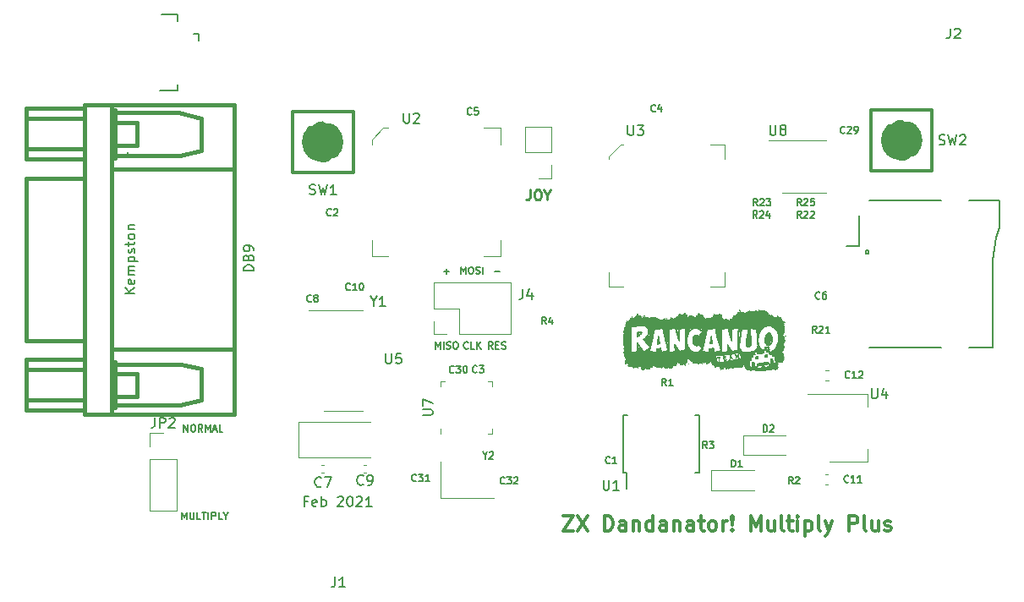
<source format=gbr>
G04 #@! TF.GenerationSoftware,KiCad,Pcbnew,(5.1.8)-1*
G04 #@! TF.CreationDate,2021-04-15T18:07:30+02:00*
G04 #@! TF.ProjectId,ZX Dandanator Mini 2.1b,5a582044-616e-4646-916e-61746f72204d,rev?*
G04 #@! TF.SameCoordinates,Original*
G04 #@! TF.FileFunction,Legend,Top*
G04 #@! TF.FilePolarity,Positive*
%FSLAX46Y46*%
G04 Gerber Fmt 4.6, Leading zero omitted, Abs format (unit mm)*
G04 Created by KiCad (PCBNEW (5.1.8)-1) date 2021-04-15 18:07:30*
%MOMM*%
%LPD*%
G01*
G04 APERTURE LIST*
%ADD10C,0.250000*%
%ADD11C,0.150000*%
%ADD12C,0.200000*%
%ADD13C,0.300000*%
%ADD14C,0.010000*%
%ADD15C,0.120000*%
%ADD16C,0.100000*%
%ADD17C,2.540000*%
%ADD18C,0.304800*%
%ADD19C,0.381000*%
G04 APERTURE END LIST*
D10*
X151630976Y-88661860D02*
X151630976Y-89376146D01*
X151583357Y-89519003D01*
X151488119Y-89614241D01*
X151345261Y-89661860D01*
X151250023Y-89661860D01*
X152297642Y-88661860D02*
X152488119Y-88661860D01*
X152583357Y-88709480D01*
X152678595Y-88804718D01*
X152726214Y-88995194D01*
X152726214Y-89328527D01*
X152678595Y-89519003D01*
X152583357Y-89614241D01*
X152488119Y-89661860D01*
X152297642Y-89661860D01*
X152202404Y-89614241D01*
X152107166Y-89519003D01*
X152059547Y-89328527D01*
X152059547Y-88995194D01*
X152107166Y-88804718D01*
X152202404Y-88709480D01*
X152297642Y-88661860D01*
X153345261Y-89185670D02*
X153345261Y-89661860D01*
X153011928Y-88661860D02*
X153345261Y-89185670D01*
X153678595Y-88661860D01*
D11*
X116784420Y-121669846D02*
X116784420Y-120969846D01*
X117017753Y-121469846D01*
X117251086Y-120969846D01*
X117251086Y-121669846D01*
X117584420Y-120969846D02*
X117584420Y-121536513D01*
X117617753Y-121603180D01*
X117651086Y-121636513D01*
X117717753Y-121669846D01*
X117851086Y-121669846D01*
X117917753Y-121636513D01*
X117951086Y-121603180D01*
X117984420Y-121536513D01*
X117984420Y-120969846D01*
X118651086Y-121669846D02*
X118317753Y-121669846D01*
X118317753Y-120969846D01*
X118784420Y-120969846D02*
X119184420Y-120969846D01*
X118984420Y-121669846D02*
X118984420Y-120969846D01*
X119417753Y-121669846D02*
X119417753Y-120969846D01*
X119751086Y-121669846D02*
X119751086Y-120969846D01*
X120017753Y-120969846D01*
X120084420Y-121003180D01*
X120117753Y-121036513D01*
X120151086Y-121103180D01*
X120151086Y-121203180D01*
X120117753Y-121269846D01*
X120084420Y-121303180D01*
X120017753Y-121336513D01*
X119751086Y-121336513D01*
X120784420Y-121669846D02*
X120451086Y-121669846D01*
X120451086Y-120969846D01*
X121151086Y-121336513D02*
X121151086Y-121669846D01*
X120917753Y-120969846D02*
X121151086Y-121336513D01*
X121384420Y-120969846D01*
X116961700Y-112899226D02*
X116961700Y-112199226D01*
X117361700Y-112899226D01*
X117361700Y-112199226D01*
X117828366Y-112199226D02*
X117961700Y-112199226D01*
X118028366Y-112232560D01*
X118095033Y-112299226D01*
X118128366Y-112432560D01*
X118128366Y-112665893D01*
X118095033Y-112799226D01*
X118028366Y-112865893D01*
X117961700Y-112899226D01*
X117828366Y-112899226D01*
X117761700Y-112865893D01*
X117695033Y-112799226D01*
X117661700Y-112665893D01*
X117661700Y-112432560D01*
X117695033Y-112299226D01*
X117761700Y-112232560D01*
X117828366Y-112199226D01*
X118828366Y-112899226D02*
X118595033Y-112565893D01*
X118428366Y-112899226D02*
X118428366Y-112199226D01*
X118695033Y-112199226D01*
X118761700Y-112232560D01*
X118795033Y-112265893D01*
X118828366Y-112332560D01*
X118828366Y-112432560D01*
X118795033Y-112499226D01*
X118761700Y-112532560D01*
X118695033Y-112565893D01*
X118428366Y-112565893D01*
X119128366Y-112899226D02*
X119128366Y-112199226D01*
X119361700Y-112699226D01*
X119595033Y-112199226D01*
X119595033Y-112899226D01*
X119895033Y-112699226D02*
X120228366Y-112699226D01*
X119828366Y-112899226D02*
X120061700Y-112199226D01*
X120295033Y-112899226D01*
X120861700Y-112899226D02*
X120528366Y-112899226D01*
X120528366Y-112199226D01*
X147902526Y-104601046D02*
X147669193Y-104267713D01*
X147502526Y-104601046D02*
X147502526Y-103901046D01*
X147769193Y-103901046D01*
X147835860Y-103934380D01*
X147869193Y-103967713D01*
X147902526Y-104034380D01*
X147902526Y-104134380D01*
X147869193Y-104201046D01*
X147835860Y-104234380D01*
X147769193Y-104267713D01*
X147502526Y-104267713D01*
X148202526Y-104234380D02*
X148435860Y-104234380D01*
X148535860Y-104601046D02*
X148202526Y-104601046D01*
X148202526Y-103901046D01*
X148535860Y-103901046D01*
X148802526Y-104567713D02*
X148902526Y-104601046D01*
X149069193Y-104601046D01*
X149135860Y-104567713D01*
X149169193Y-104534380D01*
X149202526Y-104467713D01*
X149202526Y-104401046D01*
X149169193Y-104334380D01*
X149135860Y-104301046D01*
X149069193Y-104267713D01*
X148935860Y-104234380D01*
X148869193Y-104201046D01*
X148835860Y-104167713D01*
X148802526Y-104101046D01*
X148802526Y-104034380D01*
X148835860Y-103967713D01*
X148869193Y-103934380D01*
X148935860Y-103901046D01*
X149102526Y-103901046D01*
X149202526Y-103934380D01*
X145422373Y-104534380D02*
X145389040Y-104567713D01*
X145289040Y-104601046D01*
X145222373Y-104601046D01*
X145122373Y-104567713D01*
X145055706Y-104501046D01*
X145022373Y-104434380D01*
X144989040Y-104301046D01*
X144989040Y-104201046D01*
X145022373Y-104067713D01*
X145055706Y-104001046D01*
X145122373Y-103934380D01*
X145222373Y-103901046D01*
X145289040Y-103901046D01*
X145389040Y-103934380D01*
X145422373Y-103967713D01*
X146055706Y-104601046D02*
X145722373Y-104601046D01*
X145722373Y-103901046D01*
X146289040Y-104601046D02*
X146289040Y-103901046D01*
X146689040Y-104601046D02*
X146389040Y-104201046D01*
X146689040Y-103901046D02*
X146289040Y-104301046D01*
X142168560Y-104593426D02*
X142168560Y-103893426D01*
X142401893Y-104393426D01*
X142635226Y-103893426D01*
X142635226Y-104593426D01*
X142968560Y-104593426D02*
X142968560Y-103893426D01*
X143268560Y-104560093D02*
X143368560Y-104593426D01*
X143535226Y-104593426D01*
X143601893Y-104560093D01*
X143635226Y-104526760D01*
X143668560Y-104460093D01*
X143668560Y-104393426D01*
X143635226Y-104326760D01*
X143601893Y-104293426D01*
X143535226Y-104260093D01*
X143401893Y-104226760D01*
X143335226Y-104193426D01*
X143301893Y-104160093D01*
X143268560Y-104093426D01*
X143268560Y-104026760D01*
X143301893Y-103960093D01*
X143335226Y-103926760D01*
X143401893Y-103893426D01*
X143568560Y-103893426D01*
X143668560Y-103926760D01*
X144101893Y-103893426D02*
X144235226Y-103893426D01*
X144301893Y-103926760D01*
X144368560Y-103993426D01*
X144401893Y-104126760D01*
X144401893Y-104360093D01*
X144368560Y-104493426D01*
X144301893Y-104560093D01*
X144235226Y-104593426D01*
X144101893Y-104593426D01*
X144035226Y-104560093D01*
X143968560Y-104493426D01*
X143935226Y-104360093D01*
X143935226Y-104126760D01*
X143968560Y-103993426D01*
X144035226Y-103926760D01*
X144101893Y-103893426D01*
X144721260Y-97080106D02*
X144721260Y-96380106D01*
X144954593Y-96880106D01*
X145187926Y-96380106D01*
X145187926Y-97080106D01*
X145654593Y-96380106D02*
X145787926Y-96380106D01*
X145854593Y-96413440D01*
X145921260Y-96480106D01*
X145954593Y-96613440D01*
X145954593Y-96846773D01*
X145921260Y-96980106D01*
X145854593Y-97046773D01*
X145787926Y-97080106D01*
X145654593Y-97080106D01*
X145587926Y-97046773D01*
X145521260Y-96980106D01*
X145487926Y-96846773D01*
X145487926Y-96613440D01*
X145521260Y-96480106D01*
X145587926Y-96413440D01*
X145654593Y-96380106D01*
X146221260Y-97046773D02*
X146321260Y-97080106D01*
X146487926Y-97080106D01*
X146554593Y-97046773D01*
X146587926Y-97013440D01*
X146621260Y-96946773D01*
X146621260Y-96880106D01*
X146587926Y-96813440D01*
X146554593Y-96780106D01*
X146487926Y-96746773D01*
X146354593Y-96713440D01*
X146287926Y-96680106D01*
X146254593Y-96646773D01*
X146221260Y-96580106D01*
X146221260Y-96513440D01*
X146254593Y-96446773D01*
X146287926Y-96413440D01*
X146354593Y-96380106D01*
X146521260Y-96380106D01*
X146621260Y-96413440D01*
X146921260Y-97080106D02*
X146921260Y-96380106D01*
X148094593Y-96821060D02*
X148627926Y-96821060D01*
X143017133Y-96823600D02*
X143550466Y-96823600D01*
X143283800Y-97090266D02*
X143283800Y-96556933D01*
D12*
X111356000Y-84875000D02*
X111356000Y-85375000D01*
D11*
X129355770Y-119851731D02*
X129022437Y-119851731D01*
X129022437Y-120375540D02*
X129022437Y-119375540D01*
X129498627Y-119375540D01*
X130260532Y-120327921D02*
X130165294Y-120375540D01*
X129974818Y-120375540D01*
X129879580Y-120327921D01*
X129831960Y-120232683D01*
X129831960Y-119851731D01*
X129879580Y-119756493D01*
X129974818Y-119708874D01*
X130165294Y-119708874D01*
X130260532Y-119756493D01*
X130308151Y-119851731D01*
X130308151Y-119946969D01*
X129831960Y-120042207D01*
X130736722Y-120375540D02*
X130736722Y-119375540D01*
X130736722Y-119756493D02*
X130831960Y-119708874D01*
X131022437Y-119708874D01*
X131117675Y-119756493D01*
X131165294Y-119804112D01*
X131212913Y-119899350D01*
X131212913Y-120185064D01*
X131165294Y-120280302D01*
X131117675Y-120327921D01*
X131022437Y-120375540D01*
X130831960Y-120375540D01*
X130736722Y-120327921D01*
X132355770Y-119470779D02*
X132403389Y-119423160D01*
X132498627Y-119375540D01*
X132736722Y-119375540D01*
X132831960Y-119423160D01*
X132879580Y-119470779D01*
X132927199Y-119566017D01*
X132927199Y-119661255D01*
X132879580Y-119804112D01*
X132308151Y-120375540D01*
X132927199Y-120375540D01*
X133546246Y-119375540D02*
X133641484Y-119375540D01*
X133736722Y-119423160D01*
X133784341Y-119470779D01*
X133831960Y-119566017D01*
X133879580Y-119756493D01*
X133879580Y-119994588D01*
X133831960Y-120185064D01*
X133784341Y-120280302D01*
X133736722Y-120327921D01*
X133641484Y-120375540D01*
X133546246Y-120375540D01*
X133451008Y-120327921D01*
X133403389Y-120280302D01*
X133355770Y-120185064D01*
X133308151Y-119994588D01*
X133308151Y-119756493D01*
X133355770Y-119566017D01*
X133403389Y-119470779D01*
X133451008Y-119423160D01*
X133546246Y-119375540D01*
X134260532Y-119470779D02*
X134308151Y-119423160D01*
X134403389Y-119375540D01*
X134641484Y-119375540D01*
X134736722Y-119423160D01*
X134784341Y-119470779D01*
X134831960Y-119566017D01*
X134831960Y-119661255D01*
X134784341Y-119804112D01*
X134212913Y-120375540D01*
X134831960Y-120375540D01*
X135784341Y-120375540D02*
X135212913Y-120375540D01*
X135498627Y-120375540D02*
X135498627Y-119375540D01*
X135403389Y-119518398D01*
X135308151Y-119613636D01*
X135212913Y-119661255D01*
D13*
X154937314Y-121311531D02*
X155937314Y-121311531D01*
X154937314Y-122811531D01*
X155937314Y-122811531D01*
X156365885Y-121311531D02*
X157365885Y-122811531D01*
X157365885Y-121311531D02*
X156365885Y-122811531D01*
X159080171Y-122811531D02*
X159080171Y-121311531D01*
X159437314Y-121311531D01*
X159651600Y-121382960D01*
X159794457Y-121525817D01*
X159865885Y-121668674D01*
X159937314Y-121954388D01*
X159937314Y-122168674D01*
X159865885Y-122454388D01*
X159794457Y-122597245D01*
X159651600Y-122740102D01*
X159437314Y-122811531D01*
X159080171Y-122811531D01*
X161223028Y-122811531D02*
X161223028Y-122025817D01*
X161151600Y-121882960D01*
X161008742Y-121811531D01*
X160723028Y-121811531D01*
X160580171Y-121882960D01*
X161223028Y-122740102D02*
X161080171Y-122811531D01*
X160723028Y-122811531D01*
X160580171Y-122740102D01*
X160508742Y-122597245D01*
X160508742Y-122454388D01*
X160580171Y-122311531D01*
X160723028Y-122240102D01*
X161080171Y-122240102D01*
X161223028Y-122168674D01*
X161937314Y-121811531D02*
X161937314Y-122811531D01*
X161937314Y-121954388D02*
X162008742Y-121882960D01*
X162151600Y-121811531D01*
X162365885Y-121811531D01*
X162508742Y-121882960D01*
X162580171Y-122025817D01*
X162580171Y-122811531D01*
X163937314Y-122811531D02*
X163937314Y-121311531D01*
X163937314Y-122740102D02*
X163794457Y-122811531D01*
X163508742Y-122811531D01*
X163365885Y-122740102D01*
X163294457Y-122668674D01*
X163223028Y-122525817D01*
X163223028Y-122097245D01*
X163294457Y-121954388D01*
X163365885Y-121882960D01*
X163508742Y-121811531D01*
X163794457Y-121811531D01*
X163937314Y-121882960D01*
X165294457Y-122811531D02*
X165294457Y-122025817D01*
X165223028Y-121882960D01*
X165080171Y-121811531D01*
X164794457Y-121811531D01*
X164651600Y-121882960D01*
X165294457Y-122740102D02*
X165151600Y-122811531D01*
X164794457Y-122811531D01*
X164651600Y-122740102D01*
X164580171Y-122597245D01*
X164580171Y-122454388D01*
X164651600Y-122311531D01*
X164794457Y-122240102D01*
X165151600Y-122240102D01*
X165294457Y-122168674D01*
X166008742Y-121811531D02*
X166008742Y-122811531D01*
X166008742Y-121954388D02*
X166080171Y-121882960D01*
X166223028Y-121811531D01*
X166437314Y-121811531D01*
X166580171Y-121882960D01*
X166651600Y-122025817D01*
X166651600Y-122811531D01*
X168008742Y-122811531D02*
X168008742Y-122025817D01*
X167937314Y-121882960D01*
X167794457Y-121811531D01*
X167508742Y-121811531D01*
X167365885Y-121882960D01*
X168008742Y-122740102D02*
X167865885Y-122811531D01*
X167508742Y-122811531D01*
X167365885Y-122740102D01*
X167294457Y-122597245D01*
X167294457Y-122454388D01*
X167365885Y-122311531D01*
X167508742Y-122240102D01*
X167865885Y-122240102D01*
X168008742Y-122168674D01*
X168508742Y-121811531D02*
X169080171Y-121811531D01*
X168723028Y-121311531D02*
X168723028Y-122597245D01*
X168794457Y-122740102D01*
X168937314Y-122811531D01*
X169080171Y-122811531D01*
X169794457Y-122811531D02*
X169651600Y-122740102D01*
X169580171Y-122668674D01*
X169508742Y-122525817D01*
X169508742Y-122097245D01*
X169580171Y-121954388D01*
X169651600Y-121882960D01*
X169794457Y-121811531D01*
X170008742Y-121811531D01*
X170151600Y-121882960D01*
X170223028Y-121954388D01*
X170294457Y-122097245D01*
X170294457Y-122525817D01*
X170223028Y-122668674D01*
X170151600Y-122740102D01*
X170008742Y-122811531D01*
X169794457Y-122811531D01*
X170937314Y-122811531D02*
X170937314Y-121811531D01*
X170937314Y-122097245D02*
X171008742Y-121954388D01*
X171080171Y-121882960D01*
X171223028Y-121811531D01*
X171365885Y-121811531D01*
X171865885Y-122668674D02*
X171937314Y-122740102D01*
X171865885Y-122811531D01*
X171794457Y-122740102D01*
X171865885Y-122668674D01*
X171865885Y-122811531D01*
X171865885Y-122240102D02*
X171794457Y-121382960D01*
X171865885Y-121311531D01*
X171937314Y-121382960D01*
X171865885Y-122240102D01*
X171865885Y-121311531D01*
X173723028Y-122811531D02*
X173723028Y-121311531D01*
X174223028Y-122382960D01*
X174723028Y-121311531D01*
X174723028Y-122811531D01*
X176080171Y-121811531D02*
X176080171Y-122811531D01*
X175437314Y-121811531D02*
X175437314Y-122597245D01*
X175508742Y-122740102D01*
X175651600Y-122811531D01*
X175865885Y-122811531D01*
X176008742Y-122740102D01*
X176080171Y-122668674D01*
X177008742Y-122811531D02*
X176865885Y-122740102D01*
X176794457Y-122597245D01*
X176794457Y-121311531D01*
X177365885Y-121811531D02*
X177937314Y-121811531D01*
X177580171Y-121311531D02*
X177580171Y-122597245D01*
X177651600Y-122740102D01*
X177794457Y-122811531D01*
X177937314Y-122811531D01*
X178437314Y-122811531D02*
X178437314Y-121811531D01*
X178437314Y-121311531D02*
X178365885Y-121382960D01*
X178437314Y-121454388D01*
X178508742Y-121382960D01*
X178437314Y-121311531D01*
X178437314Y-121454388D01*
X179151600Y-121811531D02*
X179151600Y-123311531D01*
X179151600Y-121882960D02*
X179294457Y-121811531D01*
X179580171Y-121811531D01*
X179723028Y-121882960D01*
X179794457Y-121954388D01*
X179865885Y-122097245D01*
X179865885Y-122525817D01*
X179794457Y-122668674D01*
X179723028Y-122740102D01*
X179580171Y-122811531D01*
X179294457Y-122811531D01*
X179151600Y-122740102D01*
X180723028Y-122811531D02*
X180580171Y-122740102D01*
X180508742Y-122597245D01*
X180508742Y-121311531D01*
X181151600Y-121811531D02*
X181508742Y-122811531D01*
X181865885Y-121811531D02*
X181508742Y-122811531D01*
X181365885Y-123168674D01*
X181294457Y-123240102D01*
X181151600Y-123311531D01*
X183580171Y-122811531D02*
X183580171Y-121311531D01*
X184151600Y-121311531D01*
X184294457Y-121382960D01*
X184365885Y-121454388D01*
X184437314Y-121597245D01*
X184437314Y-121811531D01*
X184365885Y-121954388D01*
X184294457Y-122025817D01*
X184151600Y-122097245D01*
X183580171Y-122097245D01*
X185294457Y-122811531D02*
X185151600Y-122740102D01*
X185080171Y-122597245D01*
X185080171Y-121311531D01*
X186508742Y-121811531D02*
X186508742Y-122811531D01*
X185865885Y-121811531D02*
X185865885Y-122597245D01*
X185937314Y-122740102D01*
X186080171Y-122811531D01*
X186294457Y-122811531D01*
X186437314Y-122740102D01*
X186508742Y-122668674D01*
X187151600Y-122740102D02*
X187294457Y-122811531D01*
X187580171Y-122811531D01*
X187723028Y-122740102D01*
X187794457Y-122597245D01*
X187794457Y-122525817D01*
X187723028Y-122382960D01*
X187580171Y-122311531D01*
X187365885Y-122311531D01*
X187223028Y-122240102D01*
X187151600Y-122097245D01*
X187151600Y-122025817D01*
X187223028Y-121882960D01*
X187365885Y-121811531D01*
X187580171Y-121811531D01*
X187723028Y-121882960D01*
D14*
G36*
X174567491Y-100698443D02*
G01*
X174586069Y-100711003D01*
X174604526Y-100724343D01*
X174621676Y-100722288D01*
X174640597Y-100711003D01*
X174676021Y-100693593D01*
X174700920Y-100692879D01*
X174711158Y-100708867D01*
X174711220Y-100710885D01*
X174714366Y-100724388D01*
X174727810Y-100717672D01*
X174730901Y-100715155D01*
X174761386Y-100700824D01*
X174798667Y-100696751D01*
X174831655Y-100703083D01*
X174846152Y-100713641D01*
X174859205Y-100726281D01*
X174873375Y-100720013D01*
X174882027Y-100711786D01*
X174905679Y-100693094D01*
X174924183Y-100694575D01*
X174936741Y-100704981D01*
X174954491Y-100712931D01*
X174970181Y-100704131D01*
X174987576Y-100696366D01*
X175006811Y-100706910D01*
X175015170Y-100714830D01*
X175041988Y-100734160D01*
X175064443Y-100741079D01*
X175092519Y-100747060D01*
X175130501Y-100762206D01*
X175170242Y-100782327D01*
X175203598Y-100803229D01*
X175222422Y-100820722D01*
X175223560Y-100822972D01*
X175225054Y-100849324D01*
X175218863Y-100875367D01*
X175208077Y-100909690D01*
X175210132Y-100924776D01*
X175225428Y-100923526D01*
X175225462Y-100923513D01*
X175245481Y-100926920D01*
X175252193Y-100936539D01*
X175264515Y-100950171D01*
X175272205Y-100949279D01*
X175284257Y-100953580D01*
X175291712Y-100969576D01*
X175298992Y-100986565D01*
X175313839Y-100992782D01*
X175343952Y-100990629D01*
X175354375Y-100989123D01*
X175389389Y-100985270D01*
X175408043Y-100989615D01*
X175418869Y-101005298D01*
X175422437Y-101014175D01*
X175433329Y-101051785D01*
X175430158Y-101078869D01*
X175417234Y-101100137D01*
X175399154Y-101115134D01*
X175374403Y-101112671D01*
X175366838Y-101109976D01*
X175340732Y-101103817D01*
X175333520Y-101109694D01*
X175343734Y-101120855D01*
X175351511Y-101122080D01*
X175370624Y-101130093D01*
X175373992Y-101135546D01*
X175388440Y-101145065D01*
X175417549Y-101150091D01*
X175420469Y-101150206D01*
X175448864Y-101153606D01*
X175457774Y-101164145D01*
X175456327Y-101174840D01*
X175455603Y-101187616D01*
X175465333Y-101194692D01*
X175490686Y-101197700D01*
X175530494Y-101198280D01*
X175574603Y-101199017D01*
X175600451Y-101203096D01*
X175615175Y-101213313D01*
X175625906Y-101232467D01*
X175627655Y-101236380D01*
X175644231Y-101266326D01*
X175658540Y-101272791D01*
X175672613Y-101258479D01*
X175689754Y-101242723D01*
X175719904Y-101223228D01*
X175729699Y-101217865D01*
X175776629Y-101193252D01*
X175823973Y-101243391D01*
X175853559Y-101270670D01*
X175878875Y-101287063D01*
X175889782Y-101289427D01*
X175912259Y-101295287D01*
X175940018Y-101315828D01*
X175966163Y-101343809D01*
X175983799Y-101371983D01*
X175986763Y-101391319D01*
X175986176Y-101410038D01*
X175992025Y-101414180D01*
X176014187Y-101418403D01*
X176024631Y-101421888D01*
X176040685Y-101420989D01*
X176044720Y-101402838D01*
X176051228Y-101380271D01*
X176065461Y-101378746D01*
X176079117Y-101398304D01*
X176091970Y-101421357D01*
X176099001Y-101428391D01*
X176118248Y-101430366D01*
X176151410Y-101425668D01*
X176188616Y-101416522D01*
X176219989Y-101405155D01*
X176231488Y-101398527D01*
X176252169Y-101392120D01*
X176259244Y-101394279D01*
X176277372Y-101393179D01*
X176307113Y-101381233D01*
X176339907Y-101363031D01*
X176367192Y-101343163D01*
X176378726Y-101330222D01*
X176395135Y-101314255D01*
X176409206Y-101317269D01*
X176413020Y-101330846D01*
X176421069Y-101350943D01*
X176441253Y-101379462D01*
X176450457Y-101390101D01*
X176475298Y-101414858D01*
X176491732Y-101422324D01*
X176506785Y-101415377D01*
X176508575Y-101413926D01*
X176526633Y-101403178D01*
X176538505Y-101411813D01*
X176540020Y-101414179D01*
X176552070Y-101425133D01*
X176569215Y-101416281D01*
X176571040Y-101414785D01*
X176589967Y-101404900D01*
X176608963Y-101414142D01*
X176614283Y-101418777D01*
X176640719Y-101435222D01*
X176658495Y-101439579D01*
X176684368Y-101448534D01*
X176708910Y-101469784D01*
X176724332Y-101494911D01*
X176725105Y-101511570D01*
X176725083Y-101534621D01*
X176734675Y-101565090D01*
X176749602Y-101593855D01*
X176765587Y-101611793D01*
X176773044Y-101613788D01*
X176783876Y-101621821D01*
X176785407Y-101636244D01*
X176789224Y-101660679D01*
X176795991Y-101669398D01*
X176803622Y-101685819D01*
X176808224Y-101718305D01*
X176808836Y-101736778D01*
X176809985Y-101772500D01*
X176815205Y-101788432D01*
X176827160Y-101790144D01*
X176833504Y-101788390D01*
X176852869Y-101788264D01*
X176866645Y-101806470D01*
X176872057Y-101820392D01*
X176885943Y-101860224D01*
X176910326Y-101834052D01*
X176935570Y-101812916D01*
X176952544Y-101809773D01*
X176957176Y-101824782D01*
X176955704Y-101832268D01*
X176957909Y-101853278D01*
X176979623Y-101864260D01*
X177000027Y-101875907D01*
X177010127Y-101892832D01*
X177006745Y-101906455D01*
X176996364Y-101909479D01*
X176988530Y-101919294D01*
X176990445Y-101933541D01*
X176988343Y-101962343D01*
X176978955Y-101976730D01*
X176966361Y-101993657D01*
X176973907Y-102007358D01*
X176979102Y-102011853D01*
X176992190Y-102032639D01*
X176991846Y-102044864D01*
X176995635Y-102059717D01*
X177003968Y-102061879D01*
X177020458Y-102072054D01*
X177022620Y-102080930D01*
X177014543Y-102098046D01*
X176998395Y-102096400D01*
X176992157Y-102089362D01*
X176973846Y-102081548D01*
X176941396Y-102085289D01*
X176916563Y-102093717D01*
X176891771Y-102095353D01*
X176883225Y-102087774D01*
X176870955Y-102079798D01*
X176866295Y-102083355D01*
X176865749Y-102101592D01*
X176875849Y-102120449D01*
X176887514Y-102126464D01*
X176926054Y-102125216D01*
X176943114Y-102135228D01*
X176943260Y-102148792D01*
X176948103Y-102174813D01*
X176960828Y-102186999D01*
X176979858Y-102204491D01*
X176984520Y-102215602D01*
X176991363Y-102234483D01*
X177008107Y-102262462D01*
X177010784Y-102266294D01*
X177026822Y-102292221D01*
X177024459Y-102303593D01*
X177002101Y-102304895D01*
X176997220Y-102304524D01*
X176978609Y-102313706D01*
X176963052Y-102335738D01*
X176954276Y-102357264D01*
X176957849Y-102359739D01*
X176965097Y-102354289D01*
X176983136Y-102347482D01*
X176989426Y-102351644D01*
X176996263Y-102372438D01*
X177001876Y-102405981D01*
X177005618Y-102444123D01*
X177006841Y-102478719D01*
X177004901Y-102501622D01*
X177001706Y-102506380D01*
X176988888Y-102516157D01*
X176971153Y-102539133D01*
X176954916Y-102565772D01*
X176946590Y-102586541D01*
X176946420Y-102588570D01*
X176956446Y-102592080D01*
X176971820Y-102588930D01*
X176992418Y-102588041D01*
X176997220Y-102600774D01*
X177003819Y-102618217D01*
X177009920Y-102620680D01*
X177022250Y-102611015D01*
X177022620Y-102607980D01*
X177030914Y-102596207D01*
X177050338Y-102600075D01*
X177067160Y-102612606D01*
X177077520Y-102631303D01*
X177070063Y-102644356D01*
X177062445Y-102661934D01*
X177069911Y-102673051D01*
X177073795Y-102691229D01*
X177061911Y-102711938D01*
X177041531Y-102727005D01*
X177020560Y-102728519D01*
X176995704Y-102730025D01*
X176976486Y-102750797D01*
X176966611Y-102784771D01*
X176967560Y-102815249D01*
X176974883Y-102846030D01*
X176985871Y-102856819D01*
X176998932Y-102855086D01*
X177017690Y-102855047D01*
X177022620Y-102873824D01*
X177015184Y-102894649D01*
X176992425Y-102900080D01*
X176962055Y-102907665D01*
X176946420Y-102919130D01*
X176922310Y-102935388D01*
X176908511Y-102938180D01*
X176893008Y-102947788D01*
X176889708Y-102971059D01*
X176898109Y-102999662D01*
X176913525Y-103021399D01*
X176930323Y-103049346D01*
X176931744Y-103077875D01*
X176917646Y-103097329D01*
X176914670Y-103098687D01*
X176898607Y-103116006D01*
X176895620Y-103130038D01*
X176886698Y-103150101D01*
X176875211Y-103154080D01*
X176860841Y-103146424D01*
X176862365Y-103134370D01*
X176863253Y-103121260D01*
X176857374Y-103122419D01*
X176846665Y-103138208D01*
X176846204Y-103157372D01*
X176856283Y-103166779D01*
X176856387Y-103166780D01*
X176869101Y-103177565D01*
X176885787Y-103204617D01*
X176902774Y-103239980D01*
X176916389Y-103275698D01*
X176922963Y-103303814D01*
X176922855Y-103310827D01*
X176924761Y-103327428D01*
X176942595Y-103326720D01*
X176944943Y-103325998D01*
X176980620Y-103324980D01*
X177007869Y-103342372D01*
X177023771Y-103371787D01*
X177025401Y-103406839D01*
X177009840Y-103441141D01*
X177001690Y-103450041D01*
X176981068Y-103472974D01*
X176972052Y-103489707D01*
X176972039Y-103489995D01*
X176978726Y-103493193D01*
X176987059Y-103486820D01*
X177009013Y-103472466D01*
X177023551Y-103481474D01*
X177031235Y-103514398D01*
X177032393Y-103531261D01*
X177030462Y-103576580D01*
X177018084Y-103607456D01*
X177009095Y-103618507D01*
X176983199Y-103646072D01*
X177012434Y-103655297D01*
X177047090Y-103663659D01*
X177067070Y-103666476D01*
X177083977Y-103674720D01*
X177090967Y-103698599D01*
X177088928Y-103741945D01*
X177087399Y-103754155D01*
X177075481Y-103761458D01*
X177055728Y-103763680D01*
X177027706Y-103772359D01*
X177013051Y-103799961D01*
X177009920Y-103834568D01*
X177016177Y-103858805D01*
X177036069Y-103865280D01*
X177053630Y-103870168D01*
X177054370Y-103877980D01*
X177036360Y-103888851D01*
X177023229Y-103890680D01*
X176999893Y-103899784D01*
X176992627Y-103909730D01*
X176975654Y-103926624D01*
X176965868Y-103928780D01*
X176951175Y-103938550D01*
X176946622Y-103959245D01*
X176953607Y-103977944D01*
X176960112Y-103982027D01*
X176970154Y-103996822D01*
X176975764Y-104026123D01*
X176976163Y-104059298D01*
X176970570Y-104085716D01*
X176968052Y-104090148D01*
X176963873Y-104113254D01*
X176967230Y-104121898D01*
X176978444Y-104156938D01*
X176980473Y-104202847D01*
X176973601Y-104246925D01*
X176963926Y-104269467D01*
X176950892Y-104292489D01*
X176953644Y-104305118D01*
X176967150Y-104314188D01*
X176999212Y-104325862D01*
X177016270Y-104328229D01*
X177037023Y-104337303D01*
X177043259Y-104360498D01*
X177040729Y-104399787D01*
X177026362Y-104419551D01*
X177003570Y-104424080D01*
X176976314Y-104433053D01*
X176962065Y-104461385D01*
X176959120Y-104495525D01*
X176965054Y-104519549D01*
X176977337Y-104523061D01*
X176994369Y-104526666D01*
X176997058Y-104532030D01*
X176988089Y-104545224D01*
X176978398Y-104548921D01*
X176955384Y-104560126D01*
X176927747Y-104581371D01*
X176927006Y-104582054D01*
X176906835Y-104603220D01*
X176903188Y-104620953D01*
X176914021Y-104647552D01*
X176915598Y-104650726D01*
X176927153Y-104684664D01*
X176924682Y-104707406D01*
X176909128Y-104713894D01*
X176904035Y-104712635D01*
X176891546Y-104697517D01*
X176889323Y-104684687D01*
X176878110Y-104663943D01*
X176859284Y-104657016D01*
X176838178Y-104656850D01*
X176836353Y-104668984D01*
X176838500Y-104674769D01*
X176852925Y-104716642D01*
X176853912Y-104742558D01*
X176843466Y-104756777D01*
X176833483Y-104765487D01*
X176846076Y-104762918D01*
X176846743Y-104762706D01*
X176866634Y-104766603D01*
X176875145Y-104783733D01*
X176882620Y-104820429D01*
X176877931Y-104838074D01*
X176858764Y-104841029D01*
X176845857Y-104838942D01*
X176820895Y-104835425D01*
X176813790Y-104843287D01*
X176819484Y-104868800D01*
X176820089Y-104870913D01*
X176826039Y-104901401D01*
X176824858Y-104920825D01*
X176824652Y-104921188D01*
X176828582Y-104930551D01*
X176837720Y-104932080D01*
X176854359Y-104935350D01*
X176854782Y-104949065D01*
X176844373Y-104971014D01*
X176826150Y-104990815D01*
X176812623Y-104995580D01*
X176797985Y-105007035D01*
X176794020Y-105034429D01*
X176797189Y-105059131D01*
X176804886Y-105066494D01*
X176805573Y-105066138D01*
X176829466Y-105063924D01*
X176851763Y-105080834D01*
X176862917Y-105104255D01*
X176870606Y-105134893D01*
X176896276Y-105109223D01*
X176920055Y-105093375D01*
X176938076Y-105093755D01*
X176943563Y-105109050D01*
X176941178Y-105117921D01*
X176946024Y-105136285D01*
X176965712Y-105148072D01*
X176988463Y-105161692D01*
X176997543Y-105176388D01*
X176989784Y-105185458D01*
X176983664Y-105186080D01*
X176975845Y-105195912D01*
X176977851Y-105210477D01*
X176976164Y-105238963D01*
X176967693Y-105251596D01*
X176956575Y-105267311D01*
X176961870Y-105286123D01*
X176968616Y-105297049D01*
X176979027Y-105317764D01*
X176977203Y-105325780D01*
X176977862Y-105331857D01*
X176991597Y-105343791D01*
X177007062Y-105360676D01*
X177007031Y-105371001D01*
X176990745Y-105372486D01*
X176981651Y-105367420D01*
X176949675Y-105355653D01*
X176913663Y-105359290D01*
X176898795Y-105367166D01*
X176876406Y-105371385D01*
X176863870Y-105363880D01*
X176848645Y-105355680D01*
X176845014Y-105359149D01*
X176851585Y-105379676D01*
X176865071Y-105397424D01*
X176875177Y-105401678D01*
X176893188Y-105402513D01*
X176908682Y-105405754D01*
X176928697Y-105417251D01*
X176932780Y-105431554D01*
X176919218Y-105439887D01*
X176915378Y-105440080D01*
X176895305Y-105447079D01*
X176870186Y-105463924D01*
X176847304Y-105484382D01*
X176833941Y-105502223D01*
X176834018Y-105509689D01*
X176847269Y-105507355D01*
X176867987Y-105490340D01*
X176868943Y-105489324D01*
X176888304Y-105472358D01*
X176895664Y-105476512D01*
X176895814Y-105478960D01*
X176898532Y-105490090D01*
X176906354Y-105480924D01*
X176925226Y-105470919D01*
X176937910Y-105472758D01*
X176955441Y-105485363D01*
X176958012Y-105498593D01*
X176946420Y-105503580D01*
X176936142Y-105514000D01*
X176934722Y-105525805D01*
X176937975Y-105537839D01*
X176942130Y-105532155D01*
X176957447Y-105517301D01*
X176979032Y-105524654D01*
X176992241Y-105538505D01*
X177007217Y-105565668D01*
X177007646Y-105584342D01*
X176993883Y-105588703D01*
X176989256Y-105587268D01*
X176966198Y-105590074D01*
X176945607Y-105610258D01*
X176934560Y-105640219D01*
X176934123Y-105646455D01*
X176943919Y-105665171D01*
X176959120Y-105668680D01*
X176977712Y-105674667D01*
X176984257Y-105696944D01*
X176984520Y-105706780D01*
X176978840Y-105737027D01*
X176965470Y-105744880D01*
X176948569Y-105738022D01*
X176946420Y-105732180D01*
X176936583Y-105720068D01*
X176932361Y-105719480D01*
X176923869Y-105728718D01*
X176925612Y-105738530D01*
X176923477Y-105754389D01*
X176909280Y-105757580D01*
X176885036Y-105767140D01*
X176876738Y-105792725D01*
X176885569Y-105829689D01*
X176889026Y-105837107D01*
X176900740Y-105864406D01*
X176899050Y-105880058D01*
X176886030Y-105892348D01*
X176857539Y-105906188D01*
X176829292Y-105908854D01*
X176810154Y-105900506D01*
X176806720Y-105890930D01*
X176817718Y-105875583D01*
X176837720Y-105871880D01*
X176864511Y-105867338D01*
X176876343Y-105859547D01*
X176870764Y-105851657D01*
X176845401Y-105848769D01*
X176838992Y-105848904D01*
X176806051Y-105854585D01*
X176794021Y-105867398D01*
X176794020Y-105867587D01*
X176787607Y-105883781D01*
X176771255Y-105882218D01*
X176749288Y-105866153D01*
X176726032Y-105838846D01*
X176705813Y-105803551D01*
X176704245Y-105799989D01*
X176688866Y-105757015D01*
X176688367Y-105731599D01*
X176703207Y-105720388D01*
X176715394Y-105719076D01*
X176728404Y-105716703D01*
X176721450Y-105707312D01*
X176711531Y-105699524D01*
X176694905Y-105683864D01*
X176698675Y-105672957D01*
X176705181Y-105668373D01*
X176733273Y-105658394D01*
X176752745Y-105656174D01*
X176775051Y-105651145D01*
X176781320Y-105643038D01*
X176770990Y-105635776D01*
X176751395Y-105637606D01*
X176715910Y-105634701D01*
X176710141Y-105630580D01*
X176794020Y-105630580D01*
X176798353Y-105642949D01*
X176799620Y-105643280D01*
X176810463Y-105634380D01*
X176813070Y-105630580D01*
X176812063Y-105618877D01*
X176807469Y-105617880D01*
X176794536Y-105627099D01*
X176794020Y-105630580D01*
X176710141Y-105630580D01*
X176698920Y-105622565D01*
X176682910Y-105607800D01*
X176680853Y-105613067D01*
X176685533Y-105628888D01*
X176687809Y-105652482D01*
X176671318Y-105663831D01*
X176668552Y-105664599D01*
X176647538Y-105680208D01*
X176645188Y-105697233D01*
X176641378Y-105721068D01*
X176629004Y-105727903D01*
X176616896Y-105715687D01*
X176614024Y-105704466D01*
X176601642Y-105678311D01*
X176580490Y-105671447D01*
X176559439Y-105685058D01*
X176553104Y-105696330D01*
X176536864Y-105724565D01*
X176511584Y-105758749D01*
X176503423Y-105768416D01*
X176477764Y-105794801D01*
X176455821Y-105805245D01*
X176426056Y-105804116D01*
X176414175Y-105802225D01*
X176380637Y-105798278D01*
X176365399Y-105802460D01*
X176362220Y-105813613D01*
X176368745Y-105831218D01*
X176374920Y-105833780D01*
X176386048Y-105844124D01*
X176387620Y-105853685D01*
X176395172Y-105867653D01*
X176411951Y-105865869D01*
X176434678Y-105864097D01*
X176442863Y-105868794D01*
X176443616Y-105886968D01*
X176432136Y-105903003D01*
X176416641Y-105905819D01*
X176415767Y-105905327D01*
X176406898Y-105910547D01*
X176400309Y-105932436D01*
X176396841Y-105962304D01*
X176397337Y-105991462D01*
X176402638Y-106011220D01*
X176405237Y-106013979D01*
X176408377Y-106029056D01*
X176395915Y-106047529D01*
X176382875Y-106070725D01*
X176372976Y-106103475D01*
X176367505Y-106137537D01*
X176367746Y-106164667D01*
X176374985Y-106176624D01*
X176375770Y-106176680D01*
X176386080Y-106187068D01*
X176387620Y-106197106D01*
X176381417Y-106211100D01*
X176359111Y-106210345D01*
X176355870Y-106209564D01*
X176332223Y-106207242D01*
X176324418Y-106219773D01*
X176324120Y-106226488D01*
X176329698Y-106250765D01*
X176336404Y-106258972D01*
X176343056Y-106275548D01*
X176341532Y-106302344D01*
X176340751Y-106331853D01*
X176355455Y-106346213D01*
X176355523Y-106346239D01*
X176370515Y-106362183D01*
X176368589Y-106379817D01*
X176367633Y-106400380D01*
X176380812Y-106405280D01*
X176402750Y-106414276D01*
X176407783Y-106438607D01*
X176395494Y-106474287D01*
X176389185Y-106485297D01*
X176372905Y-106518144D01*
X176373873Y-106538125D01*
X176376683Y-106541663D01*
X176384139Y-106561776D01*
X176381634Y-106569790D01*
X176363933Y-106577777D01*
X176337069Y-106572067D01*
X176311092Y-106555578D01*
X176303553Y-106547107D01*
X176291681Y-106535533D01*
X176283612Y-106545914D01*
X176280569Y-106554846D01*
X176268874Y-106574073D01*
X176246049Y-106576719D01*
X176236626Y-106575106D01*
X176212086Y-106572701D01*
X176202729Y-106583665D01*
X176201353Y-106607315D01*
X176199021Y-106640229D01*
X176188814Y-106653198D01*
X176165915Y-106648313D01*
X176138345Y-106634634D01*
X176104331Y-106618406D01*
X176077869Y-106609239D01*
X176072343Y-106608480D01*
X176049993Y-106598108D01*
X176026778Y-106573341D01*
X176010392Y-106543695D01*
X176007042Y-106527691D01*
X176010425Y-106512500D01*
X176025917Y-106508793D01*
X176051070Y-106512392D01*
X176081469Y-106515803D01*
X176094001Y-106509429D01*
X176095520Y-106500791D01*
X176084861Y-106482189D01*
X176061993Y-106468104D01*
X176031574Y-106462203D01*
X176007207Y-106474642D01*
X176005082Y-106476521D01*
X175983863Y-106490224D01*
X175965724Y-106484310D01*
X175962548Y-106481793D01*
X175949717Y-106464008D01*
X175950137Y-106454999D01*
X175948764Y-106437655D01*
X175936636Y-106413208D01*
X175916396Y-106382319D01*
X175885308Y-106411130D01*
X175860329Y-106437699D01*
X175855847Y-106451740D01*
X175869897Y-106452904D01*
X175880819Y-106461711D01*
X175884888Y-106494345D01*
X175884895Y-106503705D01*
X175887815Y-106541045D01*
X175897195Y-106557246D01*
X175899608Y-106557680D01*
X175918697Y-106565424D01*
X175921092Y-106582049D01*
X175907187Y-106597642D01*
X175897881Y-106601193D01*
X175865915Y-106606116D01*
X175851871Y-106597464D01*
X175850447Y-106573555D01*
X175847941Y-106551345D01*
X175840922Y-106544980D01*
X175829167Y-106554662D01*
X175828820Y-106557680D01*
X175817905Y-106567061D01*
X175795514Y-106570380D01*
X175773059Y-106572364D01*
X175772116Y-106581416D01*
X175779047Y-106590668D01*
X175793767Y-106616020D01*
X175799848Y-106641335D01*
X175795743Y-106657454D01*
X175790640Y-106659280D01*
X175779216Y-106649094D01*
X175778020Y-106641606D01*
X175767192Y-106625623D01*
X175746270Y-106615964D01*
X175722484Y-106605766D01*
X175714520Y-106595538D01*
X175704998Y-106583402D01*
X175702218Y-106583080D01*
X175695596Y-106592531D01*
X175698000Y-106604143D01*
X175699835Y-106617745D01*
X175686607Y-106620499D01*
X175664811Y-106616953D01*
X175628471Y-106614956D01*
X175599180Y-106621736D01*
X175578808Y-106628061D01*
X175574820Y-106622025D01*
X175565101Y-106614628D01*
X175552595Y-106616426D01*
X175538108Y-106619919D01*
X175546222Y-106612195D01*
X175549420Y-106609872D01*
X175578599Y-106597799D01*
X175592811Y-106595974D01*
X175610223Y-106593164D01*
X175607004Y-106586925D01*
X175587202Y-106579847D01*
X175560181Y-106575086D01*
X175528842Y-106567343D01*
X175509826Y-106555239D01*
X175509540Y-106554800D01*
X175496997Y-106549252D01*
X175475084Y-106562991D01*
X175466515Y-106570712D01*
X175443293Y-106590515D01*
X175428894Y-106599080D01*
X175427746Y-106598955D01*
X175411222Y-106595547D01*
X175408730Y-106610290D01*
X175416744Y-106630705D01*
X175431957Y-106664059D01*
X175432951Y-106680686D01*
X175422420Y-106684680D01*
X175411152Y-106674393D01*
X175409720Y-106665630D01*
X175400434Y-106648773D01*
X175392382Y-106646580D01*
X175370874Y-106639209D01*
X175343076Y-106621431D01*
X175342470Y-106620956D01*
X175318465Y-106606751D01*
X175303323Y-106606252D01*
X175302578Y-106607171D01*
X175305167Y-106621187D01*
X175311215Y-106624706D01*
X175320224Y-106635538D01*
X175317698Y-106640554D01*
X175300968Y-106642612D01*
X175273807Y-106633453D01*
X175273248Y-106633175D01*
X175238415Y-106616108D01*
X175222494Y-106610080D01*
X175221850Y-106614439D01*
X175230300Y-106625464D01*
X175239045Y-106641830D01*
X175234851Y-106646580D01*
X175222496Y-106657360D01*
X175214004Y-106678330D01*
X175201420Y-106704510D01*
X175185937Y-106707285D01*
X175172531Y-106686287D01*
X175171123Y-106681505D01*
X175165139Y-106661992D01*
X175160789Y-106665638D01*
X175155916Y-106684680D01*
X175139701Y-106709756D01*
X175112480Y-106722284D01*
X175084814Y-106718497D01*
X175077141Y-106712781D01*
X175058911Y-106709025D01*
X175032649Y-106715384D01*
X175010348Y-106727649D01*
X175003419Y-106738655D01*
X174994890Y-106748119D01*
X174977339Y-106745233D01*
X174962301Y-106732566D01*
X174960627Y-106729130D01*
X174944811Y-106714395D01*
X174921066Y-106710524D01*
X174902158Y-106718640D01*
X174899283Y-106723738D01*
X174885413Y-106733328D01*
X174861000Y-106729224D01*
X174834262Y-106714855D01*
X174823325Y-106703730D01*
X174977920Y-106703730D01*
X174984270Y-106710080D01*
X174990620Y-106703730D01*
X174984270Y-106697380D01*
X174977920Y-106703730D01*
X174823325Y-106703730D01*
X174813416Y-106693652D01*
X174809443Y-106686245D01*
X174795219Y-106652930D01*
X174790652Y-106686025D01*
X174785325Y-106706842D01*
X174771995Y-106715524D01*
X174742969Y-106715998D01*
X174733173Y-106715352D01*
X174695885Y-106716138D01*
X174668081Y-106722733D01*
X174663427Y-106725553D01*
X174646828Y-106730868D01*
X174629300Y-106714779D01*
X174627386Y-106712102D01*
X174605899Y-106689298D01*
X174590240Y-106687405D01*
X174584025Y-106706858D01*
X174584025Y-106706905D01*
X174576961Y-106737243D01*
X174571325Y-106748180D01*
X174559145Y-106760506D01*
X174547756Y-106750052D01*
X174547405Y-106749510D01*
X174529806Y-106738300D01*
X174495137Y-106737529D01*
X174481432Y-106739108D01*
X174442047Y-106740970D01*
X174410334Y-106736687D01*
X174403999Y-106734184D01*
X174380630Y-106730118D01*
X174351563Y-106744005D01*
X174343993Y-106749394D01*
X174306777Y-106768816D01*
X174273027Y-106768354D01*
X174249506Y-106765491D01*
X174247355Y-106773070D01*
X174246352Y-106785114D01*
X174241213Y-106786280D01*
X174232582Y-106776522D01*
X174234489Y-106762392D01*
X174234896Y-106746399D01*
X174220543Y-106734312D01*
X174186443Y-106722085D01*
X174183843Y-106721312D01*
X174147719Y-106708311D01*
X174132116Y-106695271D01*
X174131479Y-106681700D01*
X174131233Y-106663088D01*
X174125831Y-106659280D01*
X174114646Y-106668979D01*
X174114320Y-106671980D01*
X174104562Y-106682303D01*
X174083938Y-106684009D01*
X174065422Y-106677242D01*
X174061204Y-106671384D01*
X174047159Y-106666644D01*
X174014505Y-106675843D01*
X174007502Y-106678675D01*
X173971447Y-106690604D01*
X173952397Y-106688382D01*
X173949497Y-106685128D01*
X173932413Y-106677371D01*
X173908197Y-106683377D01*
X173877825Y-106690250D01*
X173863311Y-106679095D01*
X173860320Y-106655804D01*
X173866124Y-106638060D01*
X173881166Y-106639161D01*
X173894890Y-106642547D01*
X173889446Y-106632124D01*
X173885295Y-106627018D01*
X173870930Y-106613524D01*
X173860905Y-106620873D01*
X173857467Y-106626727D01*
X173838680Y-106643886D01*
X173827938Y-106646580D01*
X173813178Y-106657323D01*
X173809520Y-106674096D01*
X173806442Y-106692309D01*
X173801163Y-106693256D01*
X173785789Y-106692671D01*
X173777059Y-106697969D01*
X173737930Y-106715870D01*
X173697071Y-106710503D01*
X173673570Y-106694937D01*
X173653766Y-106679043D01*
X173644511Y-106676954D01*
X173644420Y-106677671D01*
X173636769Y-106679769D01*
X173627464Y-106673718D01*
X173605242Y-106665804D01*
X173568731Y-106662107D01*
X173550565Y-106662256D01*
X173505779Y-106660268D01*
X173481711Y-106650016D01*
X173480207Y-106648016D01*
X173470860Y-106640230D01*
X173619020Y-106640230D01*
X173625370Y-106646580D01*
X173631720Y-106640230D01*
X173625370Y-106633880D01*
X173619020Y-106640230D01*
X173470860Y-106640230D01*
X173468503Y-106638267D01*
X173460572Y-106646089D01*
X173442476Y-106655658D01*
X173433585Y-106654194D01*
X173418120Y-106657344D01*
X173415820Y-106666028D01*
X173408160Y-106682574D01*
X173388985Y-106680433D01*
X173370095Y-106666169D01*
X173347098Y-106653957D01*
X173333510Y-106654595D01*
X173307333Y-106657582D01*
X173297587Y-106645802D01*
X173308278Y-106626195D01*
X173314226Y-106621174D01*
X173320740Y-106616260D01*
X173559885Y-106616260D01*
X173561870Y-106621180D01*
X173573282Y-106633295D01*
X173575319Y-106633880D01*
X173580774Y-106624054D01*
X173580920Y-106621180D01*
X173571156Y-106608968D01*
X173567470Y-106608480D01*
X173559885Y-106616260D01*
X173320740Y-106616260D01*
X173342280Y-106600013D01*
X173902653Y-106600013D01*
X173904396Y-106607563D01*
X173911120Y-106608480D01*
X173921573Y-106603833D01*
X173919586Y-106600013D01*
X173904514Y-106598493D01*
X173902653Y-106600013D01*
X173342280Y-106600013D01*
X173343088Y-106599404D01*
X173309604Y-106593003D01*
X173284622Y-106592518D01*
X173276120Y-106600081D01*
X173270780Y-106606423D01*
X173262243Y-106599683D01*
X173255017Y-106580108D01*
X173262791Y-106558855D01*
X173270565Y-106536923D01*
X173260555Y-106525634D01*
X173256887Y-106524102D01*
X173242773Y-106509174D01*
X173243241Y-106498891D01*
X173242363Y-106483834D01*
X173229851Y-106483525D01*
X173218841Y-106494387D01*
X173204276Y-106501209D01*
X173190140Y-106491475D01*
X173187220Y-106480730D01*
X173197675Y-106470503D01*
X173208809Y-106468780D01*
X173222819Y-106465341D01*
X173215159Y-106453539D01*
X173200852Y-106431875D01*
X173209327Y-106419826D01*
X173223558Y-106417980D01*
X173237427Y-106415545D01*
X173241730Y-106403952D01*
X173237657Y-106376770D01*
X173234118Y-106360830D01*
X173221040Y-106303680D01*
X173151971Y-106303680D01*
X173112625Y-106302751D01*
X173093581Y-106298703D01*
X173089767Y-106289641D01*
X173092488Y-106281455D01*
X173103253Y-106253894D01*
X173115830Y-106218470D01*
X173116004Y-106217955D01*
X173127842Y-106190269D01*
X173138456Y-106176902D01*
X173139527Y-106176680D01*
X173148856Y-106166930D01*
X173149120Y-106163980D01*
X173138531Y-106153516D01*
X173124778Y-106151280D01*
X173101534Y-106144032D01*
X173094221Y-106135405D01*
X173082919Y-106131844D01*
X173061035Y-106150906D01*
X173058238Y-106154100D01*
X173028136Y-106179514D01*
X172995423Y-106184628D01*
X172993129Y-106184376D01*
X172964454Y-106178579D01*
X172949709Y-106172003D01*
X172935049Y-106171698D01*
X172916814Y-106187311D01*
X172901381Y-106211392D01*
X172895120Y-106235798D01*
X172889953Y-106258697D01*
X172880864Y-106265580D01*
X172873833Y-106271345D01*
X172881958Y-106284073D01*
X172891156Y-106307517D01*
X172877978Y-106323809D01*
X172849920Y-106329080D01*
X172826414Y-106333522D01*
X172818920Y-106341780D01*
X172808331Y-106352243D01*
X172794578Y-106354480D01*
X172772310Y-106360339D01*
X172765904Y-106367477D01*
X172751920Y-106375771D01*
X172726323Y-106373847D01*
X172699305Y-106364514D01*
X172681058Y-106350579D01*
X172678414Y-106343367D01*
X172674913Y-106335097D01*
X172666007Y-106351620D01*
X172651749Y-106372316D01*
X172627871Y-106373735D01*
X172622362Y-106372468D01*
X172599980Y-106369608D01*
X172591494Y-106381012D01*
X172590320Y-106403153D01*
X172586214Y-106436217D01*
X172571685Y-106449166D01*
X172543418Y-106443279D01*
X172518111Y-106431041D01*
X172485247Y-106415035D01*
X172460903Y-106406013D01*
X172456273Y-106405280D01*
X172436977Y-106395415D01*
X172413994Y-106371932D01*
X172394863Y-106343994D01*
X172387120Y-106321220D01*
X172392018Y-106308249D01*
X172410918Y-106306054D01*
X172431570Y-106309192D01*
X172461978Y-106312599D01*
X172474510Y-106306219D01*
X172476020Y-106297633D01*
X172465560Y-106278393D01*
X172442878Y-106262635D01*
X172416720Y-106254209D01*
X172400033Y-106261873D01*
X172392688Y-106270850D01*
X172371241Y-106285899D01*
X172349251Y-106283573D01*
X172336785Y-106265768D01*
X172336320Y-106260226D01*
X172331220Y-106233961D01*
X172319163Y-106204691D01*
X172305012Y-106182539D01*
X172296181Y-106176680D01*
X172286061Y-106186610D01*
X172285520Y-106191154D01*
X172276383Y-106209769D01*
X172263295Y-106222501D01*
X172251656Y-106235521D01*
X172256038Y-106239776D01*
X172265674Y-106252094D01*
X172267712Y-106287547D01*
X172267187Y-106297330D01*
X172266338Y-106332941D01*
X172271580Y-106349847D01*
X172285147Y-106354450D01*
X172287143Y-106354480D01*
X172307807Y-106359851D01*
X172306325Y-106374250D01*
X172283149Y-106395102D01*
X172279616Y-106397469D01*
X172250572Y-106414289D01*
X172237281Y-106413485D01*
X172235720Y-106393367D01*
X172237443Y-106379781D01*
X172238748Y-106354689D01*
X172228821Y-106340656D01*
X172201445Y-106330423D01*
X172193251Y-106328172D01*
X172159296Y-106321060D01*
X172139417Y-106324439D01*
X172125431Y-106337796D01*
X172113639Y-106368229D01*
X172113499Y-106395262D01*
X172113124Y-106427124D01*
X172097942Y-106438576D01*
X172069072Y-106428998D01*
X172061353Y-106424242D01*
X172033201Y-106410988D01*
X172015094Y-106416626D01*
X172014922Y-106416797D01*
X171992744Y-106427058D01*
X171964730Y-106430680D01*
X171940700Y-106434354D01*
X171936340Y-106443493D01*
X171939885Y-106467785D01*
X171929457Y-106492640D01*
X171910627Y-106506162D01*
X171906839Y-106506476D01*
X171880092Y-106498779D01*
X171860817Y-106487426D01*
X171832462Y-106472587D01*
X171814114Y-106468780D01*
X171790081Y-106458456D01*
X171765147Y-106433799D01*
X171746975Y-106404278D01*
X171742866Y-106380728D01*
X171755849Y-106365869D01*
X171765574Y-106365553D01*
X171794095Y-106373215D01*
X171806095Y-106376559D01*
X171824023Y-106374589D01*
X171828320Y-106356970D01*
X171817785Y-106334571D01*
X171792639Y-106321650D01*
X171762568Y-106320284D01*
X171737260Y-106332550D01*
X171733725Y-106336681D01*
X171718880Y-106352089D01*
X171704599Y-106346512D01*
X171697123Y-106339398D01*
X171684242Y-106320934D01*
X171684459Y-106312074D01*
X171682985Y-106297853D01*
X171670264Y-106271517D01*
X171665018Y-106262937D01*
X171647670Y-106240039D01*
X171638758Y-106237578D01*
X171638033Y-106241805D01*
X171628235Y-106263981D01*
X171609245Y-106282414D01*
X171590868Y-106296694D01*
X171592963Y-106302113D01*
X171604173Y-106303013D01*
X171618533Y-106307171D01*
X171624258Y-106322852D01*
X171623465Y-106356517D01*
X171623132Y-106360830D01*
X171622760Y-106399791D01*
X171630037Y-106416781D01*
X171634553Y-106417980D01*
X171649483Y-106424016D01*
X171644357Y-106439390D01*
X171620671Y-106459999D01*
X171618770Y-106461262D01*
X171595947Y-106473913D01*
X171586365Y-106469113D01*
X171585760Y-106443395D01*
X171586379Y-106434953D01*
X171578128Y-106408675D01*
X171560799Y-106398669D01*
X171532655Y-106398917D01*
X171517787Y-106418473D01*
X171519075Y-106452799D01*
X171519531Y-106472157D01*
X171505639Y-106482328D01*
X171473048Y-106485347D01*
X171450495Y-106484891D01*
X171436171Y-106494414D01*
X171434620Y-106501941D01*
X171428357Y-106517484D01*
X171412441Y-106515702D01*
X171391176Y-106500491D01*
X171368869Y-106475746D01*
X171349825Y-106445363D01*
X171338765Y-106415225D01*
X171329745Y-106389766D01*
X171319874Y-106379880D01*
X171316905Y-106390419D01*
X171322327Y-106417035D01*
X171327147Y-106432032D01*
X171338603Y-106474440D01*
X171335588Y-106498436D01*
X171317635Y-106506795D01*
X171314579Y-106506880D01*
X171295952Y-106517166D01*
X171289778Y-106527360D01*
X171279783Y-106540735D01*
X171263139Y-106532254D01*
X171263019Y-106532155D01*
X171248086Y-106523455D01*
X171244132Y-106535396D01*
X171244120Y-106537074D01*
X171235277Y-106554904D01*
X171226446Y-106557680D01*
X171210060Y-106546536D01*
X171199634Y-106518956D01*
X171198239Y-106487830D01*
X171218720Y-106487830D01*
X171225070Y-106494180D01*
X171231420Y-106487830D01*
X171225070Y-106481480D01*
X171218720Y-106487830D01*
X171198239Y-106487830D01*
X171198054Y-106483717D01*
X171199305Y-106475130D01*
X171203713Y-106449714D01*
X171205048Y-106440205D01*
X171212633Y-106430634D01*
X171229375Y-106441775D01*
X171250470Y-106468780D01*
X171269642Y-106493914D01*
X171283916Y-106506506D01*
X171285395Y-106506843D01*
X171293500Y-106496675D01*
X171294297Y-106473382D01*
X171288563Y-106447919D01*
X171280218Y-106433758D01*
X171272260Y-106415302D01*
X171279757Y-106401896D01*
X171285781Y-106384401D01*
X171270806Y-106364899D01*
X171269059Y-106363382D01*
X171249948Y-106340130D01*
X171244120Y-106322854D01*
X171241265Y-106316380D01*
X171288570Y-106316380D01*
X171292458Y-106326376D01*
X171306870Y-106329080D01*
X171327911Y-106323898D01*
X171333020Y-106316380D01*
X171322787Y-106304989D01*
X171314719Y-106303680D01*
X171293097Y-106311420D01*
X171288570Y-106316380D01*
X171241265Y-106316380D01*
X171236697Y-106306022D01*
X171219846Y-106305685D01*
X171201693Y-106319982D01*
X171193709Y-106334404D01*
X171178072Y-106362072D01*
X171164128Y-106375679D01*
X171144660Y-106394635D01*
X171130545Y-106416077D01*
X171117475Y-106434653D01*
X171099010Y-106441196D01*
X171065996Y-106438583D01*
X171061195Y-106437877D01*
X171022934Y-106434989D01*
X170998834Y-106442311D01*
X170985817Y-106453818D01*
X170971755Y-106480300D01*
X170972122Y-106498693D01*
X170973259Y-106516140D01*
X170967839Y-106519580D01*
X170960722Y-106530122D01*
X170961611Y-106551330D01*
X170962294Y-106574903D01*
X170947355Y-106582672D01*
X170936990Y-106583080D01*
X170908226Y-106587324D01*
X170894234Y-106594133D01*
X170875222Y-106602217D01*
X170840876Y-106610037D01*
X170821845Y-106612940D01*
X170784003Y-106616092D01*
X170765653Y-106612302D01*
X170761520Y-106602951D01*
X170751005Y-106586040D01*
X170725522Y-106569293D01*
X170723783Y-106568505D01*
X170689507Y-106541843D01*
X170676626Y-106503058D01*
X170685622Y-106454440D01*
X170695311Y-106433025D01*
X170720182Y-106385309D01*
X170690813Y-106371449D01*
X170667053Y-106364041D01*
X170655594Y-106373008D01*
X170654730Y-106375084D01*
X170638168Y-106390859D01*
X170613917Y-106387749D01*
X170596468Y-106373588D01*
X170574495Y-106357775D01*
X170540009Y-106342610D01*
X170531413Y-106339828D01*
X170500476Y-106327215D01*
X170483336Y-106313730D01*
X170482120Y-106310058D01*
X170471755Y-106294475D01*
X170448889Y-106279916D01*
X170422619Y-106271386D01*
X170406270Y-106278564D01*
X170400027Y-106286151D01*
X170384546Y-106299270D01*
X170375359Y-106292903D01*
X170359074Y-106281823D01*
X170336477Y-106278562D01*
X170319580Y-106283796D01*
X170317020Y-106289621D01*
X170306767Y-106305183D01*
X170280988Y-106309479D01*
X170247150Y-106302032D01*
X170231869Y-106295041D01*
X170204692Y-106278040D01*
X170190578Y-106264591D01*
X170190020Y-106262691D01*
X170179022Y-106255647D01*
X170154036Y-106252880D01*
X170124592Y-106249856D01*
X170108690Y-106243516D01*
X170088922Y-106235133D01*
X170077998Y-106233991D01*
X170061268Y-106224417D01*
X170060385Y-106214780D01*
X172158520Y-106214780D01*
X172168857Y-106225925D01*
X172178319Y-106227480D01*
X172191464Y-106221323D01*
X172190270Y-106214780D01*
X172174033Y-106202564D01*
X172170470Y-106202080D01*
X172158862Y-106211766D01*
X172158520Y-106214780D01*
X170060385Y-106214780D01*
X170060181Y-106212562D01*
X170056646Y-106188977D01*
X170040823Y-106184076D01*
X170024803Y-106195869D01*
X170002904Y-106212049D01*
X169983116Y-106212272D01*
X169974131Y-106196563D01*
X169974120Y-106195730D01*
X169963954Y-106178892D01*
X169955070Y-106176680D01*
X169941015Y-106167096D01*
X169936061Y-106136456D01*
X169936020Y-106131988D01*
X169934329Y-106102593D01*
X169925734Y-106092358D01*
X169904948Y-106095094D01*
X169904588Y-106095184D01*
X169880357Y-106096642D01*
X169865242Y-106081293D01*
X169858772Y-106066851D01*
X169844447Y-106032903D01*
X169833053Y-106008577D01*
X169824048Y-105979071D01*
X169820827Y-105951427D01*
X169819406Y-105934630D01*
X169897920Y-105934630D01*
X169907139Y-105947563D01*
X169910620Y-105948080D01*
X169922989Y-105943746D01*
X169923320Y-105942479D01*
X169914420Y-105931636D01*
X169910620Y-105929030D01*
X169898917Y-105930036D01*
X169897920Y-105934630D01*
X169819406Y-105934630D01*
X169818994Y-105929774D01*
X169814220Y-105931679D01*
X169810806Y-105939494D01*
X169797947Y-105957011D01*
X169783601Y-105961659D01*
X169777075Y-105951255D01*
X169770826Y-105933146D01*
X169765923Y-105924435D01*
X169763518Y-105904416D01*
X169769723Y-105898019D01*
X169778400Y-105880241D01*
X169776341Y-105867689D01*
X169775133Y-105849820D01*
X169786746Y-105846585D01*
X169804437Y-105856417D01*
X169821462Y-105877752D01*
X169821720Y-105878230D01*
X169838496Y-105899453D01*
X169856293Y-105909679D01*
X169868291Y-105907193D01*
X169867673Y-105890276D01*
X169867474Y-105889750D01*
X169854223Y-105848120D01*
X169850479Y-105819316D01*
X169856891Y-105808382D01*
X169857053Y-105808380D01*
X169866745Y-105797209D01*
X169874142Y-105769744D01*
X169874930Y-105763930D01*
X169874862Y-105730632D01*
X169864808Y-105719480D01*
X169854883Y-105729455D01*
X169856140Y-105744880D01*
X169855249Y-105765771D01*
X169842649Y-105770280D01*
X169828401Y-105762304D01*
X169829046Y-105753264D01*
X169825889Y-105732162D01*
X169815947Y-105719959D01*
X169795441Y-105710119D01*
X169777270Y-105719480D01*
X169761324Y-105737457D01*
X169758220Y-105745728D01*
X169750296Y-105760392D01*
X169730086Y-105786225D01*
X169715160Y-105803168D01*
X169687258Y-105831207D01*
X169665182Y-105843588D01*
X169638940Y-105844525D01*
X169622505Y-105842240D01*
X169578857Y-105842323D01*
X169551083Y-105860525D01*
X169537275Y-105898721D01*
X169534955Y-105928285D01*
X169529763Y-105965149D01*
X169517716Y-105986554D01*
X169515905Y-105987694D01*
X169469561Y-106006638D01*
X169414727Y-106017733D01*
X169387875Y-106020649D01*
X169350853Y-106022447D01*
X169331288Y-106017501D01*
X169321614Y-106003416D01*
X169320175Y-105999213D01*
X169306640Y-105979621D01*
X169287295Y-105980155D01*
X169267125Y-105980293D01*
X169262920Y-105968694D01*
X169255014Y-105946996D01*
X169235585Y-105918583D01*
X169231571Y-105913863D01*
X169211103Y-105891580D01*
X169202218Y-105887457D01*
X169199947Y-105900391D01*
X169199821Y-105906805D01*
X169192244Y-105927372D01*
X169176664Y-105935922D01*
X169162730Y-105929426D01*
X169159385Y-105919505D01*
X169156398Y-105893427D01*
X169156009Y-105889755D01*
X169146400Y-105873883D01*
X169124393Y-105849534D01*
X169097315Y-105823714D01*
X169072495Y-105803433D01*
X169064110Y-105799057D01*
X169224820Y-105799057D01*
X169230658Y-105833006D01*
X169245290Y-105846253D01*
X169264393Y-105837037D01*
X169276202Y-105819992D01*
X169285993Y-105798523D01*
X169280809Y-105787409D01*
X169256125Y-105778192D01*
X169253395Y-105777351D01*
X169231950Y-105774696D01*
X169225116Y-105789610D01*
X169224820Y-105799057D01*
X169064110Y-105799057D01*
X169057639Y-105795680D01*
X169043283Y-105804770D01*
X169040648Y-105808414D01*
X169023781Y-105814240D01*
X169008984Y-105808414D01*
X168985349Y-105798730D01*
X168966925Y-105795497D01*
X168960443Y-105798915D01*
X168969399Y-105807233D01*
X168982353Y-105826923D01*
X168988449Y-105857810D01*
X168994161Y-105887403D01*
X169010116Y-105897190D01*
X169012095Y-105897251D01*
X169029918Y-105899767D01*
X169031808Y-105910815D01*
X169017987Y-105935742D01*
X169013971Y-105941928D01*
X168991066Y-105963419D01*
X168969737Y-105962552D01*
X168955008Y-105942135D01*
X168951708Y-105907134D01*
X168947812Y-105871659D01*
X168930936Y-105856994D01*
X168904398Y-105864466D01*
X168884931Y-105880414D01*
X168866822Y-105904127D01*
X168862598Y-105922006D01*
X168863127Y-105923096D01*
X168867268Y-105949852D01*
X168858722Y-105984139D01*
X168841469Y-106014321D01*
X168827918Y-106025993D01*
X168804256Y-106033296D01*
X168787393Y-106021036D01*
X168786275Y-106019537D01*
X168761888Y-106002105D01*
X168746140Y-105998880D01*
X168722229Y-105988565D01*
X168704046Y-105966992D01*
X168680610Y-105943221D01*
X168651931Y-105938378D01*
X168626705Y-105951738D01*
X168614994Y-105974436D01*
X168603824Y-105995095D01*
X168586381Y-106008743D01*
X168570614Y-106011313D01*
X168564420Y-106000321D01*
X168553438Y-105988881D01*
X168525942Y-105976047D01*
X168513969Y-105972084D01*
X168474389Y-105956093D01*
X168441413Y-105936024D01*
X168436929Y-105932197D01*
X168415271Y-105917096D01*
X168401675Y-105916091D01*
X168403399Y-105929156D01*
X168415214Y-105940993D01*
X168433139Y-105958929D01*
X168437420Y-105968966D01*
X168447311Y-105982678D01*
X168471525Y-106000785D01*
X168475520Y-106003209D01*
X168504860Y-106024007D01*
X168511952Y-106041061D01*
X168498501Y-106059080D01*
X168496388Y-106060871D01*
X168473316Y-106068799D01*
X168442747Y-106067485D01*
X168414872Y-106058938D01*
X168399878Y-106045166D01*
X168399320Y-106041742D01*
X168406714Y-106025886D01*
X168412020Y-106024280D01*
X168424353Y-106014907D01*
X168424720Y-106011978D01*
X168415580Y-106004590D01*
X168407704Y-106006206D01*
X168386602Y-106003049D01*
X168374399Y-105993107D01*
X168347254Y-105978702D01*
X168298649Y-105973488D01*
X168296164Y-105973480D01*
X168253933Y-105970761D01*
X168235489Y-105962186D01*
X168239763Y-105947131D01*
X168243745Y-105942788D01*
X168244137Y-105941730D01*
X168285020Y-105941730D01*
X168291370Y-105948080D01*
X168297720Y-105941730D01*
X168291370Y-105935380D01*
X168285020Y-105941730D01*
X168244137Y-105941730D01*
X168251532Y-105921781D01*
X168240312Y-105900413D01*
X168215965Y-105883415D01*
X168184369Y-105875518D01*
X168162654Y-105877525D01*
X168137994Y-105877166D01*
X168129506Y-105868890D01*
X168117405Y-105864953D01*
X168090708Y-105881648D01*
X168084120Y-105887045D01*
X168057173Y-105907895D01*
X168037949Y-105913698D01*
X168015341Y-105906452D01*
X168004800Y-105901317D01*
X167976146Y-105883128D01*
X167959389Y-105865302D01*
X167958876Y-105864133D01*
X167942039Y-105851515D01*
X167909497Y-105846480D01*
X167909011Y-105846480D01*
X167880181Y-105842796D01*
X167866174Y-105833775D01*
X167865920Y-105832224D01*
X167859778Y-105825513D01*
X167846870Y-105833780D01*
X167830913Y-105841981D01*
X167826355Y-105838510D01*
X167823312Y-105815711D01*
X167823180Y-105814730D01*
X167814768Y-105798703D01*
X167792817Y-105800351D01*
X167785815Y-105802849D01*
X167769871Y-105817521D01*
X167769541Y-105829068D01*
X167768940Y-105844395D01*
X167763921Y-105846480D01*
X167752686Y-105836337D01*
X167751620Y-105829398D01*
X167742915Y-105808673D01*
X167726220Y-105789330D01*
X167708732Y-105761813D01*
X169190953Y-105761813D01*
X169192696Y-105769363D01*
X169199420Y-105770280D01*
X169209873Y-105765633D01*
X169207886Y-105761813D01*
X169192814Y-105760293D01*
X169190953Y-105761813D01*
X167708732Y-105761813D01*
X167706629Y-105758504D01*
X167700820Y-105729355D01*
X167697890Y-105703767D01*
X167686237Y-105697726D01*
X167677550Y-105699753D01*
X167649834Y-105696342D01*
X167643798Y-105689514D01*
X169899548Y-105689514D01*
X169906386Y-105698313D01*
X169927155Y-105706088D01*
X169941477Y-105695523D01*
X169936993Y-105683939D01*
X169923177Y-105677662D01*
X169901617Y-105677409D01*
X169899548Y-105689514D01*
X167643798Y-105689514D01*
X167624527Y-105667718D01*
X167601599Y-105613844D01*
X167598851Y-105605180D01*
X167578564Y-105558109D01*
X167553631Y-105529646D01*
X167535421Y-105522961D01*
X167522439Y-105514960D01*
X167500305Y-105496106D01*
X167499617Y-105495466D01*
X167453782Y-105466429D01*
X167405443Y-105459194D01*
X167360513Y-105474481D01*
X167355553Y-105477921D01*
X167323882Y-105495850D01*
X167295526Y-105503573D01*
X167294934Y-105503580D01*
X167274028Y-105509355D01*
X167269020Y-105517638D01*
X167278154Y-105526398D01*
X167286835Y-105524861D01*
X167310925Y-105526003D01*
X167325684Y-105533404D01*
X167339320Y-105549634D01*
X167337134Y-105573138D01*
X167333293Y-105584096D01*
X167320243Y-105606546D01*
X167307396Y-105611692D01*
X167307143Y-105611544D01*
X167295770Y-105610028D01*
X167296854Y-105622345D01*
X167309592Y-105640665D01*
X167310188Y-105641268D01*
X167318656Y-105658462D01*
X167312437Y-105666033D01*
X167292612Y-105693050D01*
X167289225Y-105731067D01*
X167294290Y-105750890D01*
X167299586Y-105779201D01*
X167293934Y-105789629D01*
X167281379Y-105806504D01*
X167286512Y-105821956D01*
X167305686Y-105825134D01*
X167329032Y-105825545D01*
X167337477Y-105831527D01*
X167340283Y-105855967D01*
X167326394Y-105877581D01*
X167307799Y-105884580D01*
X167286724Y-105895059D01*
X167271330Y-105916329D01*
X167248611Y-105942816D01*
X167228017Y-105949082D01*
X167211813Y-105951993D01*
X167215045Y-105956490D01*
X167227733Y-105971154D01*
X167230207Y-105992697D01*
X167222467Y-106008991D01*
X167215045Y-106011385D01*
X167184379Y-106002141D01*
X167171291Y-105978996D01*
X167173266Y-105962365D01*
X167175397Y-105941439D01*
X167169652Y-105935380D01*
X167157952Y-105946181D01*
X167149183Y-105968410D01*
X167141021Y-105989559D01*
X167125453Y-105997715D01*
X167094012Y-105996962D01*
X167090656Y-105996649D01*
X167054846Y-105996442D01*
X167040807Y-106005195D01*
X167040420Y-106008069D01*
X167050645Y-106022423D01*
X167059470Y-106024280D01*
X167074951Y-106034993D01*
X167078520Y-106051027D01*
X167087989Y-106077485D01*
X167110270Y-106102748D01*
X167136105Y-106131205D01*
X167141915Y-106155064D01*
X167130918Y-106169188D01*
X167106332Y-106168437D01*
X167078586Y-106153337D01*
X167043621Y-106132249D01*
X167009944Y-106118714D01*
X166985530Y-106107237D01*
X166976919Y-106094132D01*
X166966134Y-106080709D01*
X166939454Y-106064325D01*
X166905399Y-106049037D01*
X166872485Y-106038901D01*
X166856920Y-106036980D01*
X166833085Y-106045310D01*
X166822252Y-106053677D01*
X166785164Y-106082259D01*
X166750755Y-106088555D01*
X166722556Y-106079344D01*
X166695106Y-106061042D01*
X166680107Y-106043017D01*
X166663048Y-106029168D01*
X166635476Y-106024280D01*
X166606304Y-106019417D01*
X166590628Y-106008405D01*
X166582287Y-105999065D01*
X166575811Y-106008405D01*
X166561131Y-106023540D01*
X166548253Y-106016497D01*
X166545120Y-106000996D01*
X166541429Y-105977354D01*
X166537528Y-105970121D01*
X166519845Y-105966297D01*
X166502119Y-105978858D01*
X166494320Y-106000238D01*
X166488408Y-106020121D01*
X166480870Y-106024280D01*
X166472452Y-106017355D01*
X166473797Y-106013962D01*
X166470494Y-105998632D01*
X166454263Y-105973743D01*
X166449146Y-105967537D01*
X166426703Y-105930387D01*
X166418120Y-105893749D01*
X166416282Y-105868926D01*
X166408414Y-105865325D01*
X166399070Y-105871880D01*
X166375472Y-105879168D01*
X166354688Y-105866193D01*
X166342831Y-105837876D01*
X166341920Y-105825874D01*
X166337574Y-105802758D01*
X166329795Y-105795680D01*
X166319758Y-105784569D01*
X166310577Y-105757182D01*
X166309221Y-105750640D01*
X166302697Y-105721783D01*
X166294889Y-105714172D01*
X166280505Y-105723970D01*
X166276896Y-105727209D01*
X166259328Y-105739768D01*
X166253020Y-105738530D01*
X166245221Y-105737514D01*
X166230795Y-105747604D01*
X166204631Y-105766344D01*
X166189520Y-105773970D01*
X166185811Y-105779156D01*
X166204143Y-105781936D01*
X166205395Y-105781977D01*
X166232674Y-105788290D01*
X166237410Y-105803449D01*
X166219860Y-105825115D01*
X166198956Y-105840130D01*
X166168975Y-105864041D01*
X166161522Y-105883026D01*
X166175883Y-105894851D01*
X166190218Y-105888136D01*
X166201430Y-105869768D01*
X166210259Y-105853768D01*
X166214114Y-105857560D01*
X166218214Y-105868449D01*
X166232743Y-105860183D01*
X166234508Y-105858733D01*
X166255240Y-105849310D01*
X166268381Y-105856761D01*
X166274354Y-105870766D01*
X166261566Y-105879144D01*
X166247424Y-105891911D01*
X166253807Y-105904977D01*
X166273569Y-105909980D01*
X166285986Y-105902834D01*
X166283651Y-105894105D01*
X166284713Y-105890739D01*
X166299114Y-105903392D01*
X166301952Y-105906273D01*
X166324034Y-105932485D01*
X166327271Y-105945538D01*
X166311330Y-105943924D01*
X166310169Y-105943487D01*
X166283516Y-105940569D01*
X166264200Y-105949938D01*
X166261037Y-105966896D01*
X166258573Y-105987221D01*
X166253269Y-105992376D01*
X166247587Y-106006636D01*
X166257888Y-106024022D01*
X166277694Y-106035795D01*
X166286325Y-106036980D01*
X166299933Y-106047992D01*
X166303820Y-106068730D01*
X166298167Y-106094551D01*
X166284560Y-106098855D01*
X166269526Y-106082421D01*
X166258782Y-106070935D01*
X166242642Y-106076852D01*
X166234717Y-106082421D01*
X166220150Y-106096161D01*
X166227867Y-106100558D01*
X166228367Y-106100563D01*
X166231771Y-106106311D01*
X166216594Y-106120360D01*
X166211898Y-106123576D01*
X166189277Y-106142755D01*
X166188612Y-106157545D01*
X166191106Y-106160486D01*
X166199431Y-106180050D01*
X166186227Y-106195258D01*
X166155360Y-106202024D01*
X166151728Y-106202080D01*
X166123311Y-106207065D01*
X166108844Y-106217955D01*
X166098160Y-106221538D01*
X166081488Y-106209822D01*
X166064993Y-106189811D01*
X166054843Y-106168508D01*
X166054812Y-106156587D01*
X166050610Y-106138939D01*
X166042668Y-106133679D01*
X166027278Y-106118984D01*
X166026124Y-106099965D01*
X166039004Y-106088231D01*
X166043470Y-106087780D01*
X166060307Y-106077614D01*
X166062520Y-106068730D01*
X166055662Y-106051829D01*
X166049820Y-106049680D01*
X166037489Y-106040015D01*
X166037120Y-106036980D01*
X166048155Y-106028062D01*
X166074745Y-106024280D01*
X166075220Y-106024280D01*
X166101975Y-106020869D01*
X166113317Y-106012653D01*
X166113319Y-106012511D01*
X166123776Y-105999768D01*
X166135544Y-105994851D01*
X166137531Y-105992703D01*
X166118637Y-105993554D01*
X166097445Y-105995646D01*
X166056319Y-105997176D01*
X166038578Y-105989768D01*
X166043695Y-105973041D01*
X166052360Y-105963319D01*
X166060888Y-105950490D01*
X166053415Y-105949342D01*
X166036449Y-105959793D01*
X166032155Y-105963579D01*
X166020790Y-105988001D01*
X166021472Y-106001679D01*
X166018212Y-106019916D01*
X165994701Y-106027475D01*
X165960920Y-106026444D01*
X165921976Y-106028785D01*
X165894198Y-106041795D01*
X165884720Y-106060245D01*
X165875213Y-106084561D01*
X165852187Y-106113406D01*
X165823881Y-106138392D01*
X165798534Y-106151130D01*
X165795125Y-106151474D01*
X165783594Y-106153721D01*
X165794145Y-106163067D01*
X165795820Y-106164174D01*
X165806801Y-106178847D01*
X165802170Y-106186205D01*
X165789645Y-106205477D01*
X165789607Y-106227165D01*
X165801439Y-106239763D01*
X165805062Y-106240180D01*
X165818742Y-106249023D01*
X165817655Y-106265138D01*
X165820460Y-106288517D01*
X165836300Y-106298085D01*
X165853847Y-106309549D01*
X165854661Y-106332571D01*
X165853039Y-106339675D01*
X165842545Y-106367375D01*
X165832176Y-106380957D01*
X165825781Y-106397500D01*
X165828210Y-106422359D01*
X165829908Y-106448865D01*
X165817872Y-106455041D01*
X165793945Y-106440616D01*
X165781620Y-106429180D01*
X165760879Y-106412125D01*
X165748176Y-106413908D01*
X165743715Y-106419655D01*
X165733823Y-106439325D01*
X165732514Y-106444793D01*
X165721738Y-106448546D01*
X165700569Y-106446488D01*
X165677080Y-106445763D01*
X165669288Y-106460890D01*
X165668819Y-106472899D01*
X165664137Y-106500517D01*
X165655563Y-106513573D01*
X165636373Y-106513830D01*
X165618458Y-106500246D01*
X165612010Y-106481752D01*
X165613672Y-106476866D01*
X165615371Y-106469597D01*
X165605635Y-106477312D01*
X165579475Y-106486266D01*
X165544910Y-106471996D01*
X165519595Y-106451973D01*
X165501122Y-106430680D01*
X165579920Y-106430680D01*
X165584566Y-106441133D01*
X165588386Y-106439146D01*
X165589906Y-106424074D01*
X165588386Y-106422213D01*
X165580836Y-106423956D01*
X165579920Y-106430680D01*
X165501122Y-106430680D01*
X165495314Y-106423986D01*
X165492438Y-106404940D01*
X165510516Y-106397341D01*
X165529120Y-106398930D01*
X165556397Y-106400763D01*
X165566500Y-106391008D01*
X165567220Y-106383116D01*
X165557296Y-106359439D01*
X165540473Y-106343886D01*
X165518984Y-106334579D01*
X165500051Y-106341320D01*
X165484189Y-106354931D01*
X165454652Y-106382679D01*
X165440995Y-106331959D01*
X165428955Y-106298824D01*
X165417083Y-106277725D01*
X165712927Y-106277725D01*
X165727452Y-106283416D01*
X165747436Y-106280285D01*
X165757717Y-106270750D01*
X165757720Y-106270571D01*
X165747003Y-106266548D01*
X165731570Y-106265580D01*
X165713863Y-106270268D01*
X165712927Y-106277725D01*
X165417083Y-106277725D01*
X165414180Y-106272567D01*
X165400357Y-106257701D01*
X165391171Y-106258738D01*
X165389419Y-106268825D01*
X165379853Y-106289733D01*
X165360844Y-106307921D01*
X165342371Y-106324151D01*
X165344568Y-106335696D01*
X165349995Y-106339938D01*
X165361516Y-106360350D01*
X165360075Y-106371841D01*
X165359638Y-106392900D01*
X165364781Y-106399400D01*
X165371433Y-106414785D01*
X165369703Y-106419059D01*
X165354806Y-106421559D01*
X165327588Y-106410601D01*
X165324191Y-106408656D01*
X165298013Y-106394632D01*
X165284357Y-106394179D01*
X165274349Y-106407182D01*
X165273884Y-106408008D01*
X165260408Y-106422338D01*
X165239569Y-106419466D01*
X165230664Y-106415666D01*
X165201491Y-106408077D01*
X165180317Y-106417608D01*
X165163487Y-106425746D01*
X165146827Y-106415469D01*
X165137548Y-106404754D01*
X165114540Y-106386554D01*
X165096000Y-106387308D01*
X165088716Y-106404918D01*
X165091309Y-106419048D01*
X165092066Y-106438687D01*
X165085475Y-106443380D01*
X165075959Y-106432347D01*
X165071921Y-106405765D01*
X165071920Y-106405280D01*
X165077186Y-106375632D01*
X165091901Y-106367180D01*
X165107160Y-106357658D01*
X165107776Y-106346007D01*
X165097027Y-106323595D01*
X165081921Y-106323241D01*
X165068493Y-106343824D01*
X165065717Y-106353807D01*
X165054757Y-106384463D01*
X165043356Y-106390604D01*
X165035369Y-106372607D01*
X165033820Y-106350670D01*
X165028845Y-106309776D01*
X165021573Y-106300008D01*
X165275120Y-106300008D01*
X165283200Y-106320285D01*
X165294170Y-106324846D01*
X165311096Y-106319948D01*
X165313220Y-106315818D01*
X165304622Y-106301144D01*
X165294170Y-106290980D01*
X165279280Y-106282623D01*
X165275163Y-106296208D01*
X165275120Y-106300008D01*
X165021573Y-106300008D01*
X165014932Y-106291089D01*
X164993595Y-106295630D01*
X164976184Y-106311844D01*
X164951283Y-106334271D01*
X164924745Y-106338592D01*
X164909298Y-106335974D01*
X164876673Y-106324215D01*
X164855342Y-106309213D01*
X164831110Y-106294445D01*
X164811373Y-106290980D01*
X164785432Y-106282947D01*
X164774678Y-106270499D01*
X164763539Y-106257327D01*
X164750106Y-106263890D01*
X164721355Y-106271364D01*
X164693277Y-106266256D01*
X164659433Y-106260850D01*
X164645960Y-106269473D01*
X164653463Y-106291586D01*
X164662950Y-106303352D01*
X164665316Y-106292728D01*
X164665325Y-106292038D01*
X164668656Y-106279527D01*
X164675830Y-106287132D01*
X164683400Y-106310638D01*
X164684364Y-106315311D01*
X164698087Y-106344091D01*
X164717833Y-106365852D01*
X164738183Y-106392251D01*
X164737331Y-106411097D01*
X164729154Y-106425866D01*
X164716495Y-106423898D01*
X164700288Y-106412895D01*
X164671849Y-106394121D01*
X164652820Y-106383757D01*
X164628207Y-106367656D01*
X164614584Y-106355361D01*
X164576212Y-106325165D01*
X164534394Y-106306695D01*
X164514041Y-106303680D01*
X164489724Y-106297983D01*
X164481494Y-106291181D01*
X164469035Y-106291647D01*
X164446568Y-106307361D01*
X164435255Y-106318082D01*
X164407558Y-106342443D01*
X164389460Y-106347506D01*
X164382540Y-106343280D01*
X164359165Y-106331846D01*
X164339130Y-106329080D01*
X164315507Y-106321976D01*
X164309920Y-106310030D01*
X164303062Y-106293129D01*
X164297220Y-106290980D01*
X164285253Y-106300911D01*
X164284520Y-106305893D01*
X164276739Y-106308215D01*
X164257473Y-106295175D01*
X164251831Y-106290098D01*
X164229348Y-106270795D01*
X164216894Y-106268345D01*
X164206879Y-106281305D01*
X164206750Y-106281534D01*
X164189140Y-106301535D01*
X164174778Y-106296801D01*
X164167626Y-106275105D01*
X164157881Y-106254183D01*
X164146103Y-106250234D01*
X164120419Y-106244357D01*
X164116181Y-106240180D01*
X165719620Y-106240180D01*
X165724266Y-106250633D01*
X165728086Y-106248646D01*
X165729606Y-106233574D01*
X165728086Y-106231713D01*
X165720536Y-106233456D01*
X165719620Y-106240180D01*
X164116181Y-106240180D01*
X164097097Y-106221372D01*
X164082917Y-106189184D01*
X164081320Y-106174711D01*
X164077457Y-106148823D01*
X164068620Y-106138580D01*
X164056306Y-106148259D01*
X164055920Y-106151389D01*
X164048119Y-106168429D01*
X164028811Y-106194437D01*
X164023256Y-106200858D01*
X163996655Y-106225389D01*
X163969716Y-106233128D01*
X163943881Y-106231318D01*
X163902253Y-106231800D01*
X163870177Y-106248674D01*
X163867964Y-106250560D01*
X163849993Y-106271822D01*
X163852297Y-106284368D01*
X163859141Y-106300484D01*
X163856419Y-106307732D01*
X163849835Y-106333034D01*
X163850364Y-106343206D01*
X163841623Y-106363068D01*
X163810778Y-106380235D01*
X163761096Y-106393237D01*
X163728894Y-106397866D01*
X163692134Y-106399352D01*
X163676215Y-106392633D01*
X163674919Y-106387562D01*
X163664551Y-106370810D01*
X163643169Y-106356790D01*
X163620371Y-106349941D01*
X163611420Y-106353896D01*
X163621896Y-106366570D01*
X163636820Y-106373530D01*
X163658119Y-106392157D01*
X163662220Y-106413544D01*
X163657174Y-106436840D01*
X163646345Y-106439675D01*
X163633672Y-106425609D01*
X163633645Y-106419567D01*
X163629415Y-106406720D01*
X163612500Y-106408682D01*
X163590555Y-106424330D01*
X163579039Y-106439390D01*
X163587605Y-106444147D01*
X163588287Y-106444185D01*
X163591413Y-106448457D01*
X163576495Y-106456475D01*
X163556972Y-106471093D01*
X163547750Y-106489957D01*
X163551618Y-106504211D01*
X163560620Y-106506880D01*
X163572950Y-106516544D01*
X163573320Y-106519580D01*
X163562053Y-106527532D01*
X163533907Y-106531956D01*
X163522520Y-106532280D01*
X163487270Y-106535394D01*
X163472692Y-106545762D01*
X163471720Y-106551437D01*
X163465244Y-106562756D01*
X163449863Y-106558112D01*
X163431644Y-106542059D01*
X163416655Y-106519150D01*
X163412347Y-106506880D01*
X163401152Y-106475384D01*
X163391073Y-106457880D01*
X163385914Y-106440091D01*
X163402349Y-106421498D01*
X163417660Y-106405006D01*
X163411395Y-106396414D01*
X163396678Y-106384461D01*
X163395520Y-106380180D01*
X163405802Y-106366185D01*
X163428521Y-106360815D01*
X163451482Y-106366491D01*
X163454279Y-106368515D01*
X163468334Y-106375586D01*
X163471720Y-106362385D01*
X163481586Y-106344578D01*
X163491519Y-106341780D01*
X163505019Y-106336124D01*
X163504164Y-106330203D01*
X163488073Y-106325901D01*
X163459142Y-106332921D01*
X163425480Y-106339832D01*
X163405179Y-106333311D01*
X163402455Y-106316568D01*
X163414660Y-106299053D01*
X163427465Y-106282565D01*
X163423009Y-106279121D01*
X163405898Y-106288839D01*
X163394201Y-106298523D01*
X163379216Y-106320584D01*
X163378311Y-106335649D01*
X163374375Y-106353931D01*
X163355381Y-106368625D01*
X163331608Y-106374384D01*
X163315416Y-106368356D01*
X163287884Y-106354326D01*
X163262529Y-106362759D01*
X163247756Y-106388534D01*
X163233186Y-106421856D01*
X163209662Y-106455733D01*
X163208501Y-106457053D01*
X163182198Y-106480506D01*
X163153847Y-106487163D01*
X163131081Y-106485318D01*
X163082833Y-106487949D01*
X163050832Y-106509880D01*
X163036390Y-106549896D01*
X163035968Y-106573448D01*
X163035478Y-106605802D01*
X163025836Y-106621787D01*
X163007629Y-106628800D01*
X162984133Y-106637492D01*
X162976393Y-106644781D01*
X162965014Y-106649821D01*
X162936259Y-106653182D01*
X162919243Y-106653818D01*
X162879686Y-106651161D01*
X162862665Y-106641929D01*
X162862120Y-106639185D01*
X162851378Y-106624688D01*
X162825374Y-106610867D01*
X162823830Y-106610317D01*
X162797411Y-106594284D01*
X162776732Y-106570571D01*
X162766979Y-106546933D01*
X162771643Y-106532280D01*
X162783699Y-106517027D01*
X162798634Y-106491711D01*
X162811911Y-106465112D01*
X162818997Y-106446006D01*
X162818388Y-106441792D01*
X162767167Y-106424970D01*
X162724144Y-106401158D01*
X162696056Y-106374573D01*
X162689629Y-106361207D01*
X162674085Y-106334649D01*
X162649234Y-106320136D01*
X162624337Y-106322109D01*
X162617983Y-106326836D01*
X162595974Y-106332718D01*
X162573420Y-106325425D01*
X162547475Y-106317824D01*
X162529451Y-106327832D01*
X162522721Y-106335932D01*
X162505855Y-106351031D01*
X162497892Y-106345668D01*
X162483298Y-106335636D01*
X162475516Y-106336900D01*
X162459967Y-106331339D01*
X162450694Y-106310787D01*
X162440322Y-106288080D01*
X162427416Y-106277660D01*
X162418557Y-106283468D01*
X162417620Y-106290980D01*
X162407250Y-106300565D01*
X162383414Y-106303442D01*
X162357022Y-106300043D01*
X162338985Y-106290798D01*
X162337130Y-106287805D01*
X162331539Y-106283350D01*
X162329722Y-106294155D01*
X162331998Y-106324872D01*
X162342958Y-106332702D01*
X162344594Y-106332254D01*
X162352210Y-106340149D01*
X162354119Y-106355089D01*
X162363253Y-106380493D01*
X162385589Y-106408234D01*
X162389044Y-106411355D01*
X162411236Y-106434554D01*
X162413600Y-106450664D01*
X162409336Y-106456494D01*
X162393789Y-106462793D01*
X162369681Y-106453498D01*
X162352186Y-106442330D01*
X162301776Y-106408179D01*
X162266214Y-106385075D01*
X162239568Y-106369458D01*
X162215904Y-106357771D01*
X162199151Y-106350528D01*
X162157224Y-106340119D01*
X162121444Y-106350045D01*
X162090387Y-106375182D01*
X162073892Y-106384364D01*
X162049698Y-106380318D01*
X162033657Y-106374088D01*
X162004923Y-106358823D01*
X161988918Y-106344325D01*
X161988356Y-106343038D01*
X161973705Y-106332913D01*
X161947720Y-106329080D01*
X161919101Y-106324029D01*
X161904328Y-106313205D01*
X161895985Y-106303902D01*
X161889485Y-106313284D01*
X161877107Y-106323769D01*
X161866389Y-106316402D01*
X161866590Y-106298207D01*
X161865968Y-106278292D01*
X161850161Y-106271003D01*
X161827395Y-106279105D01*
X161822205Y-106283286D01*
X161805676Y-106294979D01*
X161791755Y-106290864D01*
X161772205Y-106269073D01*
X161761540Y-106251901D01*
X162443020Y-106251901D01*
X162453778Y-106262781D01*
X162474770Y-106270795D01*
X162498555Y-106280993D01*
X162506520Y-106291221D01*
X162512701Y-106303901D01*
X162528275Y-106297810D01*
X162528715Y-106297330D01*
X162735120Y-106297330D01*
X162741470Y-106303680D01*
X162747820Y-106297330D01*
X162741470Y-106290980D01*
X162735120Y-106297330D01*
X162528715Y-106297330D01*
X162548784Y-106275470D01*
X162557459Y-106262405D01*
X162573390Y-106233830D01*
X163598720Y-106233830D01*
X163605070Y-106240180D01*
X163611420Y-106233830D01*
X163605070Y-106227480D01*
X163598720Y-106233830D01*
X162573390Y-106233830D01*
X162574883Y-106231153D01*
X163518594Y-106231153D01*
X163519367Y-106232653D01*
X163531264Y-106232753D01*
X163548367Y-106217381D01*
X163566302Y-106199913D01*
X163576821Y-106197115D01*
X163588138Y-106194872D01*
X163591903Y-106190135D01*
X163591053Y-106184460D01*
X163615785Y-106184460D01*
X163617770Y-106189380D01*
X163629182Y-106201495D01*
X163631219Y-106202080D01*
X163636674Y-106192254D01*
X163636820Y-106189380D01*
X163627056Y-106177168D01*
X163623370Y-106176680D01*
X163615785Y-106184460D01*
X163591053Y-106184460D01*
X163589624Y-106174923D01*
X163580445Y-106168870D01*
X163560465Y-106172248D01*
X163538203Y-106189282D01*
X163521599Y-106211681D01*
X163518594Y-106231153D01*
X162574883Y-106231153D01*
X162576690Y-106227912D01*
X162581116Y-106209400D01*
X162571184Y-106202535D01*
X162563670Y-106202080D01*
X162547436Y-106212990D01*
X162541815Y-106241178D01*
X162543204Y-106256319D01*
X162533527Y-106260582D01*
X162506112Y-106257675D01*
X162467342Y-106248388D01*
X162458895Y-106245867D01*
X162444435Y-106247840D01*
X162443020Y-106251901D01*
X161761540Y-106251901D01*
X161752964Y-106238094D01*
X161744179Y-106210052D01*
X161744133Y-106208848D01*
X161742694Y-106190918D01*
X161736067Y-106196517D01*
X161730163Y-106206396D01*
X161720636Y-106235319D01*
X161716581Y-106272507D01*
X161716579Y-106273148D01*
X161712936Y-106304633D01*
X161698572Y-106319964D01*
X161686099Y-106324183D01*
X161662952Y-106332849D01*
X161655593Y-106339981D01*
X161644214Y-106345021D01*
X161615459Y-106348382D01*
X161598443Y-106349018D01*
X161558886Y-106346361D01*
X161541865Y-106337129D01*
X161541319Y-106334385D01*
X161530578Y-106319888D01*
X161504574Y-106306067D01*
X161503030Y-106305517D01*
X161476611Y-106289484D01*
X161455932Y-106265771D01*
X161446179Y-106242133D01*
X161450843Y-106227480D01*
X161462899Y-106212227D01*
X161477834Y-106186911D01*
X161491111Y-106160312D01*
X161498197Y-106141206D01*
X161497588Y-106136992D01*
X161445840Y-106119978D01*
X161402694Y-106095907D01*
X161374803Y-106068963D01*
X161368715Y-106055952D01*
X161359960Y-106031657D01*
X161352618Y-106022804D01*
X161336266Y-106021470D01*
X161303162Y-106019648D01*
X161277303Y-106018460D01*
X161232467Y-106019073D01*
X161206622Y-106026553D01*
X161197191Y-106035811D01*
X161184502Y-106047782D01*
X161177812Y-106040868D01*
X161162515Y-106031207D01*
X161153149Y-106032702D01*
X161137321Y-106032195D01*
X161134920Y-106026677D01*
X161130676Y-106003997D01*
X161127211Y-105993568D01*
X161128390Y-105976589D01*
X161139911Y-105973480D01*
X161157666Y-105979937D01*
X161160320Y-105986180D01*
X161168409Y-105999603D01*
X161188051Y-105998208D01*
X161198167Y-105992530D01*
X161414320Y-105992530D01*
X161420670Y-105998880D01*
X161427020Y-105992530D01*
X161420670Y-105986180D01*
X161414320Y-105992530D01*
X161198167Y-105992530D01*
X161212308Y-105984594D01*
X161234243Y-105961355D01*
X161236659Y-105957605D01*
X161245656Y-105941730D01*
X166075220Y-105941730D01*
X166081570Y-105948080D01*
X166087920Y-105941730D01*
X166081570Y-105935380D01*
X166075220Y-105941730D01*
X161245656Y-105941730D01*
X161255513Y-105924338D01*
X161259809Y-105906331D01*
X161249399Y-105897927D01*
X161235027Y-105894988D01*
X161209183Y-105878469D01*
X161188492Y-105841483D01*
X161176994Y-105809331D01*
X161176203Y-105791541D01*
X161186321Y-105779350D01*
X161189985Y-105776583D01*
X161201555Y-105763930D01*
X166151420Y-105763930D01*
X166157770Y-105770280D01*
X166164120Y-105763930D01*
X166157770Y-105757580D01*
X166151420Y-105763930D01*
X161201555Y-105763930D01*
X161207417Y-105757520D01*
X161211119Y-105746654D01*
X161212537Y-105744880D01*
X161287320Y-105744880D01*
X161296984Y-105757210D01*
X161300020Y-105757580D01*
X161312350Y-105747915D01*
X161312720Y-105744880D01*
X161303055Y-105732549D01*
X161300020Y-105732180D01*
X161287689Y-105741844D01*
X161287320Y-105744880D01*
X161212537Y-105744880D01*
X161221377Y-105733824D01*
X161230170Y-105732180D01*
X161247276Y-105725567D01*
X161244866Y-105711788D01*
X161243680Y-105711013D01*
X166384253Y-105711013D01*
X166385996Y-105718563D01*
X166392720Y-105719480D01*
X166403173Y-105714833D01*
X166401186Y-105711013D01*
X166386114Y-105709493D01*
X166384253Y-105711013D01*
X161243680Y-105711013D01*
X161230169Y-105702187D01*
X161215797Y-105687730D01*
X166341920Y-105687730D01*
X166348270Y-105694080D01*
X166354620Y-105687730D01*
X166348270Y-105681380D01*
X166341920Y-105687730D01*
X161215797Y-105687730D01*
X161213460Y-105685380D01*
X161214427Y-105662835D01*
X161230899Y-105647592D01*
X161244609Y-105632591D01*
X161243998Y-105622591D01*
X161242289Y-105594790D01*
X161254646Y-105572969D01*
X161269628Y-105567080D01*
X161283442Y-105555993D01*
X161287320Y-105534580D01*
X161284040Y-105512745D01*
X161277161Y-105508359D01*
X161263555Y-105504087D01*
X161251654Y-105490058D01*
X161243944Y-105470539D01*
X161249112Y-105465480D01*
X161259551Y-105454854D01*
X161261920Y-105440321D01*
X161253253Y-105422218D01*
X167586520Y-105422218D01*
X167596711Y-105438018D01*
X167605570Y-105440080D01*
X167620961Y-105450998D01*
X167624620Y-105469713D01*
X167627902Y-105496384D01*
X167633086Y-105507813D01*
X167651456Y-105515958D01*
X167662310Y-105504424D01*
X167662720Y-105499761D01*
X167657586Y-105476748D01*
X167646849Y-105449613D01*
X167629613Y-105425187D01*
X167609260Y-105410749D01*
X167592636Y-105409409D01*
X167586520Y-105422218D01*
X161253253Y-105422218D01*
X161250849Y-105417198D01*
X161226995Y-105406781D01*
X161198504Y-105394743D01*
X161170147Y-105375434D01*
X161150972Y-105355671D01*
X161147620Y-105346984D01*
X161158813Y-105341928D01*
X161163940Y-105340771D01*
X161313888Y-105340771D01*
X161322987Y-105349589D01*
X161325420Y-105351180D01*
X161344530Y-105362269D01*
X161350420Y-105358971D01*
X161350820Y-105351180D01*
X161340348Y-105340505D01*
X161328595Y-105338674D01*
X161313888Y-105340771D01*
X161163940Y-105340771D01*
X161186836Y-105335605D01*
X161199017Y-105333507D01*
X161229773Y-105325636D01*
X161243096Y-105315898D01*
X161242590Y-105312627D01*
X161227356Y-105305559D01*
X161222942Y-105307272D01*
X161211858Y-105306031D01*
X161211120Y-105302187D01*
X161220994Y-105286948D01*
X161224546Y-105285321D01*
X161235349Y-105273723D01*
X161228671Y-105257465D01*
X161209859Y-105243025D01*
X161184561Y-105236880D01*
X161156519Y-105230776D01*
X161126527Y-105215478D01*
X161100033Y-105195509D01*
X161082487Y-105175391D01*
X161079337Y-105159644D01*
X161085412Y-105154599D01*
X161098154Y-105139011D01*
X161099889Y-105114443D01*
X161091868Y-105092472D01*
X161077844Y-105084480D01*
X161056927Y-105075583D01*
X161046019Y-105065430D01*
X161036938Y-105050050D01*
X161045348Y-105046380D01*
X161055641Y-105035923D01*
X161056428Y-105018555D01*
X161042175Y-104993856D01*
X161011094Y-104980092D01*
X160979373Y-104965230D01*
X160970405Y-104945518D01*
X160981722Y-104926785D01*
X161098359Y-104926785D01*
X161103941Y-104936692D01*
X161122220Y-104939337D01*
X161142829Y-104932523D01*
X161147620Y-104923008D01*
X161145001Y-104909014D01*
X161131787Y-104909094D01*
X161116908Y-104914388D01*
X161098359Y-104926785D01*
X160981722Y-104926785D01*
X160983021Y-104924636D01*
X161016050Y-104906266D01*
X161036566Y-104899974D01*
X161062328Y-104887120D01*
X161071431Y-104869826D01*
X161061094Y-104855021D01*
X161055545Y-104852653D01*
X161052091Y-104849530D01*
X161109520Y-104849530D01*
X161115870Y-104855880D01*
X161122220Y-104849530D01*
X161115870Y-104843180D01*
X161109520Y-104849530D01*
X161052091Y-104849530D01*
X161046090Y-104844106D01*
X161055131Y-104828567D01*
X161062986Y-104804597D01*
X161063523Y-104768864D01*
X161057849Y-104732414D01*
X161047069Y-104706295D01*
X161042429Y-104701724D01*
X161034724Y-104687664D01*
X161045236Y-104674406D01*
X161067309Y-104667904D01*
X161079258Y-104668772D01*
X161103662Y-104666223D01*
X161109877Y-104650781D01*
X161099994Y-104634645D01*
X161093236Y-104616198D01*
X161090470Y-104585829D01*
X161086629Y-104557448D01*
X161070000Y-104542525D01*
X161049195Y-104535767D01*
X161021382Y-104526049D01*
X161008269Y-104516676D01*
X161008114Y-104515791D01*
X161020522Y-104489475D01*
X161053366Y-104470666D01*
X161062142Y-104468130D01*
X161089704Y-104458500D01*
X161103237Y-104449370D01*
X161103368Y-104432337D01*
X161096473Y-104401698D01*
X161085351Y-104365936D01*
X161072797Y-104333534D01*
X161061606Y-104312974D01*
X161057228Y-104309780D01*
X161049794Y-104298406D01*
X161042203Y-104269360D01*
X161038602Y-104247270D01*
X161032471Y-104210076D01*
X161024149Y-104191953D01*
X161009322Y-104186656D01*
X160996903Y-104186945D01*
X160971025Y-104183547D01*
X160960347Y-104164200D01*
X160959232Y-104157380D01*
X160951598Y-104128233D01*
X160943344Y-104113564D01*
X160934001Y-104091158D01*
X160932361Y-104059985D01*
X160938156Y-104032762D01*
X160945220Y-104023535D01*
X160963913Y-104024549D01*
X160981145Y-104035485D01*
X161003283Y-104052572D01*
X161012854Y-104051666D01*
X161009821Y-104031655D01*
X160994149Y-103991426D01*
X160978655Y-103957098D01*
X160971917Y-103928982D01*
X160975388Y-103922430D01*
X161046020Y-103922430D01*
X161052370Y-103928780D01*
X161058720Y-103922430D01*
X161052370Y-103916080D01*
X161046020Y-103922430D01*
X160975388Y-103922430D01*
X160980236Y-103913283D01*
X160993565Y-103887912D01*
X160995219Y-103876189D01*
X161003414Y-103850939D01*
X161023012Y-103844079D01*
X161038724Y-103851795D01*
X161049711Y-103856237D01*
X161054984Y-103842806D01*
X161056420Y-103814973D01*
X161051140Y-103775129D01*
X161036306Y-103751502D01*
X161015361Y-103747492D01*
X160998908Y-103758176D01*
X160974726Y-103771502D01*
X160954573Y-103764706D01*
X160941623Y-103743055D01*
X160940531Y-103729813D01*
X161113753Y-103729813D01*
X161115496Y-103737363D01*
X161122220Y-103738280D01*
X161132673Y-103733633D01*
X161130686Y-103729813D01*
X161115614Y-103728293D01*
X161113753Y-103729813D01*
X160940531Y-103729813D01*
X160939045Y-103711814D01*
X160949801Y-103676652D01*
X160961646Y-103650342D01*
X160960263Y-103637573D01*
X160950455Y-103631966D01*
X160939846Y-103615998D01*
X160933396Y-103583471D01*
X160931282Y-103542913D01*
X160933675Y-103502852D01*
X160937910Y-103484280D01*
X160995220Y-103484280D01*
X161004884Y-103496610D01*
X161007920Y-103496980D01*
X161020250Y-103487315D01*
X161020620Y-103484280D01*
X161010955Y-103471949D01*
X161007920Y-103471580D01*
X160995589Y-103481244D01*
X160995220Y-103484280D01*
X160937910Y-103484280D01*
X160940754Y-103471813D01*
X160946959Y-103461420D01*
X160955795Y-103448835D01*
X160946959Y-103446179D01*
X160934280Y-103436185D01*
X160933712Y-103405609D01*
X160945087Y-103354105D01*
X160957720Y-103323603D01*
X160972601Y-103307334D01*
X160976230Y-103306480D01*
X160988452Y-103297779D01*
X160991087Y-103269318D01*
X160990548Y-103260781D01*
X160993971Y-103223055D01*
X161010736Y-103206123D01*
X161039305Y-103211134D01*
X161049404Y-103216746D01*
X161073824Y-103223654D01*
X161087892Y-103214621D01*
X161085909Y-103196900D01*
X161074398Y-103184935D01*
X161060602Y-103171528D01*
X161066119Y-103157976D01*
X161074406Y-103149279D01*
X161100910Y-103130738D01*
X161119681Y-103134172D01*
X161125180Y-103143912D01*
X161132412Y-103148468D01*
X161138540Y-103137562D01*
X161138675Y-103119272D01*
X161129145Y-103115979D01*
X161108576Y-103108299D01*
X161080008Y-103089294D01*
X161073326Y-103083885D01*
X161049357Y-103061605D01*
X161042588Y-103044748D01*
X161049924Y-103023467D01*
X161052652Y-103018120D01*
X161063018Y-102989334D01*
X161061680Y-102970630D01*
X161049476Y-102968094D01*
X161046020Y-102969930D01*
X161031000Y-102967965D01*
X161019495Y-102946326D01*
X161014369Y-102910729D01*
X161014318Y-102906671D01*
X161010182Y-102878774D01*
X160992584Y-102865853D01*
X160976170Y-102862096D01*
X160949000Y-102853405D01*
X160940433Y-102835261D01*
X160941992Y-102817976D01*
X161058720Y-102817976D01*
X161069403Y-102822780D01*
X161084120Y-102823880D01*
X161104974Y-102815733D01*
X161109520Y-102804383D01*
X161105129Y-102791740D01*
X161087857Y-102796531D01*
X161084120Y-102798480D01*
X161064171Y-102811415D01*
X161058720Y-102817976D01*
X160941992Y-102817976D01*
X160942514Y-102812189D01*
X160954913Y-102801532D01*
X160982095Y-102792223D01*
X160982374Y-102792161D01*
X161018570Y-102778901D01*
X161029921Y-102760457D01*
X161021096Y-102741904D01*
X161013778Y-102723472D01*
X161020059Y-102716276D01*
X161027522Y-102699096D01*
X161029232Y-102667270D01*
X161026017Y-102630682D01*
X161018705Y-102599218D01*
X161008909Y-102583191D01*
X161003169Y-102570135D01*
X161017176Y-102555331D01*
X161046083Y-102543383D01*
X161052370Y-102541917D01*
X161071721Y-102531935D01*
X161075001Y-102522718D01*
X161081291Y-102503854D01*
X161090876Y-102493343D01*
X161105657Y-102484911D01*
X161109514Y-102497326D01*
X161109520Y-102498474D01*
X161119027Y-102516289D01*
X161128570Y-102519080D01*
X161143862Y-102514542D01*
X161145726Y-102500030D01*
X161223820Y-102500030D01*
X161230170Y-102506380D01*
X161235618Y-102500932D01*
X161542386Y-102500932D01*
X161546134Y-102597849D01*
X161554005Y-102707394D01*
X161558832Y-102774084D01*
X161562816Y-102852390D01*
X161565967Y-102943759D01*
X161568294Y-103049634D01*
X161569807Y-103171460D01*
X161570516Y-103310683D01*
X161570430Y-103468747D01*
X161569559Y-103647097D01*
X161567912Y-103847177D01*
X161565499Y-104070433D01*
X161563907Y-104199131D01*
X161561883Y-104358529D01*
X161560249Y-104494531D01*
X161559040Y-104609135D01*
X161558291Y-104704344D01*
X161558039Y-104782157D01*
X161558318Y-104844574D01*
X161559164Y-104893597D01*
X161560613Y-104931225D01*
X161562700Y-104959460D01*
X161565461Y-104980302D01*
X161568931Y-104995750D01*
X161573145Y-105007806D01*
X161578140Y-105018470D01*
X161578468Y-105019114D01*
X161605588Y-105057447D01*
X161644251Y-105080456D01*
X161654822Y-105084216D01*
X161676123Y-105090422D01*
X161698003Y-105094236D01*
X161723267Y-105095184D01*
X161754723Y-105092792D01*
X161795177Y-105086585D01*
X161847435Y-105076090D01*
X161914304Y-105060833D01*
X161998590Y-105040338D01*
X162103100Y-105014133D01*
X162169970Y-104997177D01*
X162263623Y-104972884D01*
X162335816Y-104952633D01*
X162389881Y-104934940D01*
X162429150Y-104918324D01*
X162456954Y-104901302D01*
X162476625Y-104882392D01*
X162491496Y-104860111D01*
X162495664Y-104852263D01*
X162506199Y-104829201D01*
X162512862Y-104805755D01*
X162516088Y-104776358D01*
X162516309Y-104735442D01*
X162513961Y-104677440D01*
X162512048Y-104641892D01*
X162503071Y-104481230D01*
X162530195Y-104505423D01*
X162549946Y-104526604D01*
X162557320Y-104540884D01*
X162564620Y-104559779D01*
X162570143Y-104567491D01*
X162586165Y-104588657D01*
X162613053Y-104626272D01*
X162647579Y-104675648D01*
X162686517Y-104732100D01*
X162726641Y-104790944D01*
X162764724Y-104847493D01*
X162797540Y-104897062D01*
X162805287Y-104908963D01*
X162842997Y-104963385D01*
X162875223Y-105000110D01*
X162907061Y-105024529D01*
X162922306Y-105032788D01*
X162974642Y-105052395D01*
X163024087Y-105056580D01*
X163074591Y-105044109D01*
X163130101Y-105013749D01*
X163194567Y-104964267D01*
X163224070Y-104938554D01*
X163264836Y-104902895D01*
X163307678Y-104866589D01*
X163322357Y-104854494D01*
X163369845Y-104815863D01*
X163396022Y-104860230D01*
X163416057Y-104889626D01*
X163439865Y-104912858D01*
X163471627Y-104931846D01*
X163515519Y-104948511D01*
X163575722Y-104964772D01*
X163656413Y-104982550D01*
X163666919Y-104984722D01*
X163735932Y-104999167D01*
X163800419Y-105013104D01*
X163854124Y-105025150D01*
X163890789Y-105033925D01*
X163896690Y-105035481D01*
X164021883Y-105065427D01*
X164126300Y-105081092D01*
X164209867Y-105082470D01*
X164267884Y-105071248D01*
X164303638Y-105047973D01*
X164334068Y-105004233D01*
X164359668Y-104938814D01*
X164380930Y-104850497D01*
X164396258Y-104754280D01*
X164405510Y-104684430D01*
X164475190Y-104675782D01*
X164515116Y-104672455D01*
X164544156Y-104673042D01*
X164553530Y-104675782D01*
X164559441Y-104691440D01*
X164567890Y-104725956D01*
X164577424Y-104773105D01*
X164581547Y-104796009D01*
X164600435Y-104882155D01*
X164623944Y-104945795D01*
X164653502Y-104989622D01*
X164690538Y-105016329D01*
X164700584Y-105020449D01*
X164764595Y-105033421D01*
X164841924Y-105032916D01*
X164924450Y-105019084D01*
X164935865Y-105016117D01*
X164983053Y-105004010D01*
X165041995Y-104989871D01*
X165097320Y-104977342D01*
X165155262Y-104963971D01*
X165213994Y-104949248D01*
X165258781Y-104936936D01*
X165305998Y-104925450D01*
X165334417Y-104926207D01*
X165348141Y-104940460D01*
X165351320Y-104965210D01*
X165363014Y-105018363D01*
X165395206Y-105062513D01*
X165443555Y-105093980D01*
X165503721Y-105109084D01*
X165521903Y-105109880D01*
X165555820Y-105106452D01*
X165609542Y-105096815D01*
X165678508Y-105081935D01*
X165758157Y-105062778D01*
X165821220Y-105046437D01*
X165852591Y-105038385D01*
X165900925Y-105026350D01*
X165958475Y-105012249D01*
X165994867Y-105003436D01*
X166079357Y-104981772D01*
X166142234Y-104961270D01*
X166186944Y-104938935D01*
X166216931Y-104911775D01*
X166235640Y-104876794D01*
X166246517Y-104830999D01*
X166252320Y-104779680D01*
X166259370Y-104697130D01*
X166337797Y-104812708D01*
X166386947Y-104879952D01*
X166430174Y-104926435D01*
X166471054Y-104954951D01*
X166513166Y-104968293D01*
X166539461Y-104970180D01*
X166565354Y-104966989D01*
X166614598Y-104957600D01*
X166685979Y-104942283D01*
X166778286Y-104921311D01*
X166890307Y-104894953D01*
X167020829Y-104863484D01*
X167078520Y-104849384D01*
X167153441Y-104828534D01*
X167207895Y-104805448D01*
X167244865Y-104775939D01*
X167267332Y-104735816D01*
X167278281Y-104680894D01*
X167280693Y-104606982D01*
X167279799Y-104566761D01*
X167278639Y-104501644D01*
X167280248Y-104458699D01*
X167284883Y-104434823D01*
X167291321Y-104427229D01*
X167304952Y-104432465D01*
X167307120Y-104441682D01*
X167313299Y-104460683D01*
X167329890Y-104495430D01*
X167353968Y-104540050D01*
X167369279Y-104566565D01*
X167415178Y-104635409D01*
X167472510Y-104708171D01*
X167535772Y-104778828D01*
X167599461Y-104841358D01*
X167658074Y-104889738D01*
X167675420Y-104901606D01*
X167708633Y-104923331D01*
X167732200Y-104939605D01*
X167738920Y-104944918D01*
X167756650Y-104956179D01*
X167791949Y-104973643D01*
X167838578Y-104994654D01*
X167890301Y-105016556D01*
X167940880Y-105036695D01*
X167984078Y-105052415D01*
X168009507Y-105060118D01*
X168061157Y-105067954D01*
X168128226Y-105071238D01*
X168203592Y-105070357D01*
X168280131Y-105065694D01*
X168350722Y-105057635D01*
X168408241Y-105046564D01*
X168437420Y-105037007D01*
X168512434Y-105003678D01*
X168567922Y-104978185D01*
X168607813Y-104958615D01*
X168636035Y-104943052D01*
X168653597Y-104931678D01*
X168677344Y-104917720D01*
X168698477Y-104916711D01*
X168729503Y-104928081D01*
X168729797Y-104928208D01*
X168756342Y-104937114D01*
X168802791Y-104950040D01*
X168864202Y-104965719D01*
X168935636Y-104982885D01*
X169002570Y-104998148D01*
X169079268Y-105015257D01*
X169150867Y-105031341D01*
X169212269Y-105045246D01*
X169258374Y-105055818D01*
X169281970Y-105061382D01*
X169321164Y-105068707D01*
X169373909Y-105075697D01*
X169425452Y-105080562D01*
X169477582Y-105083075D01*
X169511117Y-105080830D01*
X169532547Y-105073054D01*
X169540782Y-105066821D01*
X169560590Y-105053677D01*
X169570476Y-105053370D01*
X169580691Y-105048297D01*
X169597458Y-105026990D01*
X169602845Y-105018473D01*
X169620001Y-104979599D01*
X169638016Y-104920247D01*
X169655654Y-104845251D01*
X169671681Y-104759445D01*
X169676030Y-104732055D01*
X169683210Y-104697761D01*
X169694371Y-104681805D01*
X169714882Y-104677161D01*
X169718061Y-104677035D01*
X169758119Y-104674002D01*
X169786936Y-104670232D01*
X169806121Y-104669028D01*
X169820380Y-104675302D01*
X169831626Y-104692903D01*
X169841770Y-104725682D01*
X169852724Y-104777487D01*
X169860204Y-104817780D01*
X169880349Y-104901126D01*
X169907627Y-104961966D01*
X169944280Y-105002719D01*
X169992550Y-105025804D01*
X170054678Y-105033639D01*
X170060302Y-105033680D01*
X170096242Y-105030529D01*
X170152937Y-105021593D01*
X170226601Y-105007644D01*
X170313450Y-104989452D01*
X170409698Y-104967790D01*
X170511562Y-104943430D01*
X170551268Y-104933547D01*
X170591401Y-104925992D01*
X170613086Y-104930179D01*
X170621243Y-104947887D01*
X170621820Y-104959064D01*
X170627844Y-104991302D01*
X170635696Y-105010478D01*
X170642496Y-105034651D01*
X170638871Y-105046811D01*
X170622753Y-105051843D01*
X170586536Y-105058023D01*
X170535447Y-105064597D01*
X170474716Y-105070810D01*
X170469420Y-105071284D01*
X170359022Y-105081310D01*
X170270996Y-105089979D01*
X170202383Y-105097761D01*
X170150219Y-105105129D01*
X170111545Y-105112555D01*
X170083398Y-105120510D01*
X170062818Y-105129466D01*
X170049020Y-105138249D01*
X170015457Y-105177368D01*
X169994984Y-105231007D01*
X169990438Y-105290446D01*
X169993004Y-105310314D01*
X170000866Y-105342047D01*
X170015605Y-105392242D01*
X170035878Y-105456982D01*
X170060345Y-105532349D01*
X170087662Y-105614426D01*
X170116488Y-105699295D01*
X170145481Y-105783039D01*
X170173300Y-105861739D01*
X170198600Y-105931478D01*
X170220042Y-105988338D01*
X170236283Y-106028402D01*
X170245264Y-106046739D01*
X170266053Y-106073586D01*
X170290049Y-106092300D01*
X170320967Y-106103288D01*
X170362525Y-106106956D01*
X170418437Y-106103710D01*
X170492419Y-106093957D01*
X170566422Y-106081861D01*
X170638599Y-106069622D01*
X170705239Y-106058539D01*
X170760846Y-106049509D01*
X170799925Y-106043431D01*
X170812320Y-106041679D01*
X170854006Y-106035320D01*
X170902217Y-106026614D01*
X170913920Y-106024280D01*
X170956123Y-106016285D01*
X171011339Y-106006672D01*
X171066320Y-105997728D01*
X171144932Y-105985425D01*
X171203975Y-105976025D01*
X171248985Y-105968592D01*
X171285501Y-105962187D01*
X171319060Y-105955873D01*
X171352070Y-105949341D01*
X171383090Y-105943533D01*
X171435521Y-105934195D01*
X171505718Y-105921955D01*
X171590033Y-105907444D01*
X171684821Y-105891289D01*
X171786435Y-105874121D01*
X171847370Y-105863895D01*
X171985195Y-105840826D01*
X172100915Y-105821461D01*
X172197475Y-105805310D01*
X172277821Y-105791883D01*
X172344899Y-105780689D01*
X172401655Y-105771239D01*
X172451034Y-105763041D01*
X172495983Y-105755607D01*
X172539446Y-105748446D01*
X172584370Y-105741068D01*
X172633701Y-105732982D01*
X172661571Y-105728417D01*
X172748635Y-105713205D01*
X172814152Y-105698946D01*
X172861845Y-105684025D01*
X172895437Y-105666829D01*
X172918650Y-105645744D01*
X172935208Y-105619155D01*
X172940423Y-105607529D01*
X172950267Y-105559227D01*
X172947835Y-105499132D01*
X172934249Y-105437032D01*
X172915713Y-105391748D01*
X172903967Y-105366900D01*
X172885298Y-105324399D01*
X172862255Y-105270161D01*
X172837389Y-105210099D01*
X172836927Y-105208968D01*
X172813399Y-105153457D01*
X172792618Y-105108301D01*
X172776661Y-105077741D01*
X172767601Y-105066017D01*
X172767018Y-105066110D01*
X172762153Y-105060994D01*
X172764060Y-105047830D01*
X172763140Y-105024144D01*
X172756526Y-105015313D01*
X172743484Y-104999215D01*
X172742720Y-104994830D01*
X172752711Y-104985015D01*
X172774692Y-104983730D01*
X172796676Y-104991125D01*
X172800505Y-104994100D01*
X172817922Y-105003884D01*
X172851969Y-105018733D01*
X172895120Y-105035375D01*
X172925634Y-105045857D01*
X172954294Y-105053573D01*
X172985679Y-105058934D01*
X173024366Y-105062352D01*
X173074933Y-105064239D01*
X173141959Y-105065006D01*
X173225320Y-105065073D01*
X173327613Y-105064215D01*
X173409891Y-105061737D01*
X173477506Y-105057285D01*
X173535810Y-105050504D01*
X173590156Y-105041043D01*
X173590540Y-105040965D01*
X173645482Y-105030134D01*
X173681311Y-105024474D01*
X173703782Y-105023990D01*
X173718651Y-105028683D01*
X173731673Y-105038557D01*
X173734432Y-105041036D01*
X173753320Y-105067617D01*
X173753398Y-105102092D01*
X173753175Y-105103244D01*
X173746310Y-105140395D01*
X173744304Y-105165979D01*
X173746978Y-105193323D01*
X173751580Y-105220901D01*
X173756121Y-105255218D01*
X173751947Y-105273406D01*
X173735897Y-105284123D01*
X173727242Y-105287576D01*
X173690630Y-105297418D01*
X173663958Y-105300380D01*
X173634309Y-105310992D01*
X173599852Y-105339919D01*
X173593864Y-105346491D01*
X173572038Y-105373313D01*
X173560378Y-105396677D01*
X173556317Y-105425804D01*
X173557290Y-105469912D01*
X173557623Y-105476666D01*
X173561870Y-105560730D01*
X173517420Y-105567080D01*
X173452999Y-105585579D01*
X173402099Y-105618926D01*
X173370005Y-105663643D01*
X173369735Y-105664283D01*
X173365089Y-105675060D01*
X173361421Y-105684885D01*
X173359047Y-105696115D01*
X173358283Y-105711106D01*
X173359445Y-105732211D01*
X173362848Y-105761788D01*
X173368809Y-105802192D01*
X173377644Y-105855779D01*
X173389668Y-105924903D01*
X173405198Y-106011921D01*
X173424549Y-106119189D01*
X173448038Y-106249062D01*
X173448528Y-106251772D01*
X173459945Y-106316642D01*
X173469518Y-106374278D01*
X173476371Y-106419165D01*
X173479629Y-106445793D01*
X173479776Y-106448622D01*
X173490937Y-106483506D01*
X173518633Y-106519985D01*
X173555811Y-106550235D01*
X173583182Y-106563345D01*
X173617457Y-106567366D01*
X173669264Y-106564916D01*
X173731926Y-106557218D01*
X173798769Y-106545495D01*
X173863118Y-106530972D01*
X173918297Y-106514871D01*
X173957632Y-106498417D01*
X173965887Y-106493199D01*
X173995921Y-106475855D01*
X174023268Y-106475205D01*
X174038343Y-106479654D01*
X174072346Y-106485736D01*
X174118183Y-106487001D01*
X174144109Y-106485338D01*
X174213135Y-106478213D01*
X174222098Y-106533821D01*
X174232079Y-106575870D01*
X174245858Y-106611875D01*
X174249848Y-106619021D01*
X174283870Y-106652144D01*
X174331220Y-106673881D01*
X174380680Y-106679376D01*
X174387370Y-106678535D01*
X174428119Y-106672134D01*
X174469920Y-106665836D01*
X174510595Y-106659065D01*
X174546063Y-106651923D01*
X174546120Y-106651910D01*
X174570926Y-106646983D01*
X174614519Y-106639155D01*
X174670601Y-106629530D01*
X174728725Y-106619887D01*
X174819335Y-106602689D01*
X174886206Y-106584415D01*
X174930354Y-106564997D01*
X174966285Y-106546460D01*
X174993281Y-106541859D01*
X175017674Y-106547459D01*
X175047424Y-106552695D01*
X175090890Y-106551182D01*
X175152790Y-106542673D01*
X175171644Y-106539434D01*
X175236268Y-106528099D01*
X175313935Y-106514612D01*
X175392647Y-106501054D01*
X175434137Y-106493961D01*
X175521254Y-106476809D01*
X175586092Y-106457988D01*
X175631772Y-106435713D01*
X175661414Y-106408198D01*
X175678140Y-106373659D01*
X175682867Y-106351676D01*
X175685041Y-106308909D01*
X175680302Y-106270638D01*
X175678039Y-106263388D01*
X175672151Y-106234980D01*
X175682884Y-106216250D01*
X175713561Y-106203950D01*
X175744916Y-106197995D01*
X175785854Y-106185607D01*
X175820813Y-106165331D01*
X175824126Y-106162423D01*
X175846739Y-106144825D01*
X175868916Y-106141096D01*
X175901680Y-106148774D01*
X175936583Y-106155719D01*
X175976060Y-106155012D01*
X176029189Y-106146370D01*
X176038365Y-106144483D01*
X176088997Y-106134968D01*
X176135014Y-106128164D01*
X176165365Y-106125601D01*
X176222804Y-106115902D01*
X176275838Y-106090708D01*
X176316520Y-106054623D01*
X176331897Y-106029172D01*
X176337662Y-106015836D01*
X176342019Y-106004286D01*
X176344643Y-105991547D01*
X176345210Y-105974643D01*
X176343396Y-105950598D01*
X176338874Y-105916437D01*
X176331321Y-105869183D01*
X176320411Y-105805860D01*
X176305820Y-105723494D01*
X176287222Y-105619106D01*
X176287004Y-105617880D01*
X176267004Y-105506020D01*
X176250663Y-105416373D01*
X176237338Y-105346115D01*
X176226386Y-105292427D01*
X176217162Y-105252487D01*
X176209025Y-105223474D01*
X176201329Y-105202567D01*
X176193432Y-105186943D01*
X176186178Y-105175849D01*
X176160771Y-105152213D01*
X176887153Y-105152213D01*
X176888896Y-105159763D01*
X176895620Y-105160680D01*
X176906073Y-105156033D01*
X176904086Y-105152213D01*
X176889014Y-105150693D01*
X176887153Y-105152213D01*
X176160771Y-105152213D01*
X176143249Y-105135913D01*
X176087694Y-105117250D01*
X176021869Y-105120623D01*
X176018117Y-105121436D01*
X175977149Y-105127299D01*
X175954339Y-105119119D01*
X175944613Y-105093117D01*
X175942910Y-105065430D01*
X175936250Y-105028876D01*
X175923666Y-105002677D01*
X175909193Y-104979828D01*
X175905020Y-104968022D01*
X175914883Y-104956832D01*
X175941095Y-104935937D01*
X175966318Y-104918012D01*
X176768620Y-104918012D01*
X176773821Y-104942656D01*
X176785353Y-104956957D01*
X176787963Y-104957480D01*
X176789274Y-104946456D01*
X176789022Y-104920628D01*
X176783836Y-104895329D01*
X176775070Y-104891270D01*
X176768989Y-104909252D01*
X176768620Y-104918012D01*
X175966318Y-104918012D01*
X175978589Y-104909292D01*
X175990745Y-104901123D01*
X176055562Y-104854116D01*
X176119037Y-104801033D01*
X176175445Y-104747182D01*
X176219062Y-104697874D01*
X176236307Y-104673345D01*
X176251734Y-104650914D01*
X176260087Y-104644349D01*
X176260572Y-104646009D01*
X176266693Y-104641783D01*
X176283232Y-104619823D01*
X176307528Y-104584166D01*
X176336916Y-104538849D01*
X176368732Y-104487910D01*
X176400313Y-104435387D01*
X176406473Y-104424865D01*
X176423979Y-104388907D01*
X176432364Y-104359446D01*
X176431840Y-104349052D01*
X176429701Y-104336898D01*
X176433434Y-104338661D01*
X176446322Y-104336937D01*
X176464085Y-104314067D01*
X176485410Y-104273539D01*
X176508986Y-104218841D01*
X176533500Y-104153461D01*
X176540644Y-104131980D01*
X176933720Y-104131980D01*
X176938366Y-104142433D01*
X176942186Y-104140446D01*
X176943706Y-104125374D01*
X176942186Y-104123513D01*
X176934636Y-104125256D01*
X176933720Y-104131980D01*
X176540644Y-104131980D01*
X176557638Y-104080888D01*
X176580089Y-104004609D01*
X176599539Y-103928114D01*
X176613950Y-103858930D01*
X176625813Y-103771161D01*
X176632757Y-103669745D01*
X176635050Y-103559523D01*
X176632960Y-103445334D01*
X176626756Y-103332021D01*
X176616706Y-103224425D01*
X176603077Y-103127385D01*
X176595441Y-103090580D01*
X176832120Y-103090580D01*
X176842756Y-103100898D01*
X176857520Y-103103280D01*
X176878157Y-103097961D01*
X176882920Y-103090580D01*
X176872283Y-103080261D01*
X176857520Y-103077880D01*
X176836882Y-103083198D01*
X176832120Y-103090580D01*
X176595441Y-103090580D01*
X176586138Y-103045745D01*
X176566157Y-102984343D01*
X176565410Y-102982630D01*
X176555255Y-102959174D01*
X176538451Y-102919946D01*
X176518259Y-102872561D01*
X176513763Y-102861980D01*
X176444307Y-102719059D01*
X176362210Y-102585512D01*
X176270602Y-102465508D01*
X176172612Y-102363219D01*
X176087509Y-102293931D01*
X176018351Y-102251118D01*
X175934318Y-102208501D01*
X175845545Y-102170715D01*
X175762165Y-102142396D01*
X175747575Y-102138418D01*
X175698939Y-102126684D01*
X175655796Y-102119004D01*
X175611109Y-102114829D01*
X175557843Y-102113611D01*
X175488960Y-102114802D01*
X175456978Y-102115780D01*
X175362170Y-102120455D01*
X175284669Y-102128889D01*
X175216440Y-102143108D01*
X175149449Y-102165137D01*
X175075663Y-102197002D01*
X175012472Y-102227849D01*
X174938243Y-102267984D01*
X174874920Y-102309591D01*
X174813797Y-102359029D01*
X174747335Y-102421506D01*
X174710972Y-102459637D01*
X174672356Y-102503816D01*
X174635299Y-102549194D01*
X174603614Y-102590921D01*
X174581113Y-102624148D01*
X174571608Y-102644028D01*
X174571520Y-102645115D01*
X174564642Y-102658241D01*
X174561995Y-102658783D01*
X174552393Y-102669409D01*
X174535524Y-102697567D01*
X174514662Y-102737680D01*
X174509800Y-102747683D01*
X174488596Y-102789685D01*
X174470805Y-102820984D01*
X174459649Y-102836011D01*
X174458388Y-102836580D01*
X174453842Y-102824739D01*
X174447851Y-102792464D01*
X174441182Y-102744623D01*
X174434598Y-102686084D01*
X174434334Y-102683457D01*
X174423144Y-102593790D01*
X174408781Y-102526236D01*
X174389524Y-102477549D01*
X174363648Y-102444482D01*
X174329431Y-102423790D01*
X174290872Y-102413207D01*
X174265758Y-102410293D01*
X174219608Y-102406509D01*
X174156757Y-102402148D01*
X174081543Y-102397502D01*
X173998302Y-102392865D01*
X173961920Y-102390987D01*
X173876997Y-102386665D01*
X173798641Y-102382596D01*
X173731092Y-102379005D01*
X173678594Y-102376121D01*
X173645388Y-102374170D01*
X173638070Y-102373672D01*
X173584199Y-102379546D01*
X173530169Y-102401461D01*
X173487994Y-102434411D01*
X173485670Y-102437156D01*
X173460270Y-102468226D01*
X173269770Y-102448657D01*
X173184709Y-102440600D01*
X173091290Y-102432863D01*
X173000455Y-102426290D01*
X172923148Y-102421729D01*
X172918543Y-102421507D01*
X172851043Y-102418643D01*
X172803526Y-102417873D01*
X172770623Y-102419714D01*
X172746966Y-102424682D01*
X172727187Y-102433293D01*
X172713662Y-102441215D01*
X172680620Y-102468695D01*
X172656317Y-102501084D01*
X172653773Y-102506492D01*
X172637356Y-102536614D01*
X172624565Y-102541793D01*
X172617034Y-102522335D01*
X172615720Y-102499399D01*
X172604943Y-102438419D01*
X172575077Y-102387080D01*
X172546519Y-102361923D01*
X172524105Y-102350001D01*
X172513972Y-102350064D01*
X172513925Y-102350512D01*
X172508522Y-102350388D01*
X172501983Y-102341757D01*
X172495295Y-102336108D01*
X172481893Y-102333082D01*
X172458721Y-102332934D01*
X172422722Y-102335916D01*
X172370840Y-102342283D01*
X172300020Y-102352286D01*
X172207206Y-102366181D01*
X172206903Y-102366227D01*
X172120771Y-102379255D01*
X172039265Y-102391481D01*
X171967060Y-102402210D01*
X171908832Y-102410749D01*
X171869257Y-102416405D01*
X171860070Y-102417655D01*
X171780762Y-102433750D01*
X171722315Y-102459275D01*
X171681342Y-102496095D01*
X171662832Y-102526230D01*
X171648697Y-102561385D01*
X171643106Y-102588078D01*
X171644401Y-102595653D01*
X171647762Y-102613541D01*
X171645307Y-102638130D01*
X171639128Y-102659628D01*
X171631316Y-102668244D01*
X171629151Y-102667044D01*
X171621756Y-102649762D01*
X171617900Y-102630620D01*
X171605023Y-102544437D01*
X171591073Y-102479380D01*
X171574296Y-102431188D01*
X171552937Y-102395596D01*
X171525240Y-102368341D01*
X171503837Y-102353589D01*
X171477825Y-102339973D01*
X171450233Y-102332511D01*
X171415354Y-102330994D01*
X171367480Y-102335213D01*
X171300907Y-102344957D01*
X171294920Y-102345918D01*
X171156746Y-102368218D01*
X171041384Y-102387062D01*
X170946569Y-102403035D01*
X170870034Y-102416723D01*
X170809515Y-102428709D01*
X170762747Y-102439579D01*
X170727463Y-102449917D01*
X170701400Y-102460309D01*
X170682292Y-102471338D01*
X170667874Y-102483590D01*
X170655880Y-102497650D01*
X170644180Y-102513910D01*
X170609390Y-102563530D01*
X170617595Y-103173875D01*
X170619531Y-103337572D01*
X170620596Y-103476257D01*
X170620786Y-103590301D01*
X170620100Y-103680077D01*
X170618533Y-103745958D01*
X170616084Y-103788317D01*
X170612748Y-103807524D01*
X170612592Y-103807824D01*
X170603792Y-103818973D01*
X170596607Y-103812594D01*
X170588294Y-103785354D01*
X170585823Y-103775328D01*
X170575901Y-103735274D01*
X170562259Y-103681454D01*
X170547636Y-103624668D01*
X170545805Y-103617630D01*
X170522765Y-103526059D01*
X170497285Y-103418697D01*
X170468647Y-103292456D01*
X170436891Y-103147730D01*
X170423344Y-103084349D01*
X170410862Y-103023827D01*
X170398459Y-102961015D01*
X170385148Y-102890767D01*
X170369944Y-102807933D01*
X170351859Y-102707364D01*
X170343200Y-102658780D01*
X170327663Y-102574728D01*
X170314276Y-102511972D01*
X170301645Y-102466656D01*
X170288376Y-102434923D01*
X170273078Y-102412918D01*
X170254355Y-102396784D01*
X170246721Y-102391802D01*
X170227917Y-102381580D01*
X170206914Y-102373922D01*
X170181190Y-102368953D01*
X170148225Y-102366799D01*
X170105496Y-102367584D01*
X170050481Y-102371436D01*
X169980658Y-102378479D01*
X169893506Y-102388838D01*
X169786504Y-102402640D01*
X169657128Y-102420010D01*
X169643920Y-102421804D01*
X169600503Y-102428145D01*
X169561370Y-102434471D01*
X169532400Y-102438920D01*
X169485886Y-102445428D01*
X169429492Y-102452939D01*
X169396270Y-102457214D01*
X169312438Y-102470949D01*
X169250177Y-102488920D01*
X169205792Y-102512768D01*
X169175587Y-102544136D01*
X169166592Y-102559264D01*
X169157093Y-102586200D01*
X169145545Y-102631836D01*
X169133428Y-102689720D01*
X169122539Y-102751411D01*
X169110758Y-102822920D01*
X169098153Y-102896212D01*
X169086405Y-102961663D01*
X169078799Y-103001680D01*
X169067779Y-103057332D01*
X169054089Y-103126576D01*
X169039969Y-103198083D01*
X169033617Y-103230280D01*
X169021735Y-103287934D01*
X169006043Y-103360173D01*
X168987307Y-103443800D01*
X168966292Y-103535621D01*
X168943765Y-103632441D01*
X168920491Y-103731063D01*
X168897237Y-103828292D01*
X168874767Y-103920934D01*
X168853848Y-104005792D01*
X168835246Y-104079672D01*
X168819727Y-104139379D01*
X168808056Y-104181716D01*
X168801000Y-104203488D01*
X168799852Y-104205580D01*
X168790866Y-104198214D01*
X168770685Y-104174963D01*
X168743200Y-104140381D01*
X168734948Y-104129581D01*
X168694424Y-104077181D01*
X168664151Y-104041197D01*
X168639893Y-104017183D01*
X168617413Y-104000694D01*
X168605729Y-103993997D01*
X168564439Y-103982408D01*
X168511678Y-103981144D01*
X168458842Y-103989476D01*
X168418370Y-104005991D01*
X168361299Y-104039057D01*
X168305025Y-104065236D01*
X168256723Y-104081496D01*
X168230658Y-104085359D01*
X168195363Y-104074745D01*
X168155778Y-104046477D01*
X168118047Y-104006063D01*
X168088313Y-103959007D01*
X168087277Y-103956854D01*
X168075260Y-103923435D01*
X168062087Y-103874194D01*
X168050182Y-103818457D01*
X168047707Y-103804713D01*
X168037348Y-103706174D01*
X168040172Y-103613517D01*
X168055005Y-103529703D01*
X168080671Y-103457690D01*
X168115995Y-103400438D01*
X168159802Y-103360905D01*
X168210918Y-103342050D01*
X168231872Y-103340919D01*
X168263925Y-103347202D01*
X168309183Y-103362681D01*
X168358651Y-103384211D01*
X168365956Y-103387807D01*
X168449589Y-103421903D01*
X168521358Y-103434664D01*
X168580636Y-103426046D01*
X168617344Y-103404841D01*
X168643326Y-103379487D01*
X168676826Y-103341938D01*
X168714163Y-103296944D01*
X168751660Y-103249256D01*
X168785639Y-103203624D01*
X168812420Y-103164799D01*
X168828326Y-103137530D01*
X168831120Y-103128777D01*
X168837269Y-103119154D01*
X168840645Y-103120275D01*
X168852330Y-103114069D01*
X168871107Y-103091728D01*
X168881298Y-103076575D01*
X168901863Y-103047075D01*
X168918095Y-103029364D01*
X168922573Y-103027079D01*
X168931585Y-103016757D01*
X168932720Y-103008030D01*
X168938325Y-102991111D01*
X168943067Y-102988980D01*
X168956644Y-102977872D01*
X168971917Y-102949947D01*
X168985634Y-102913299D01*
X168994539Y-102876022D01*
X168996220Y-102856750D01*
X168988730Y-102800450D01*
X168964462Y-102748716D01*
X168920718Y-102697150D01*
X168872478Y-102655122D01*
X168792198Y-102593688D01*
X168718658Y-102543778D01*
X168641134Y-102498475D01*
X168579641Y-102466250D01*
X168495741Y-102426150D01*
X168423162Y-102398148D01*
X168353454Y-102380258D01*
X168278170Y-102370494D01*
X168188863Y-102366868D01*
X168156197Y-102366680D01*
X168075389Y-102368683D01*
X168000691Y-102374264D01*
X167935981Y-102382778D01*
X167885133Y-102393581D01*
X167852023Y-102406029D01*
X167840520Y-102419153D01*
X167832570Y-102428316D01*
X167830995Y-102428129D01*
X167813494Y-102431074D01*
X167786252Y-102440626D01*
X167711243Y-102480541D01*
X167630955Y-102538676D01*
X167550630Y-102610132D01*
X167475507Y-102690010D01*
X167410829Y-102773411D01*
X167381818Y-102818650D01*
X167355515Y-102861180D01*
X167333055Y-102893710D01*
X167318044Y-102911159D01*
X167314997Y-102912780D01*
X167309994Y-102901551D01*
X167309879Y-102872943D01*
X167312049Y-102852455D01*
X167316408Y-102816014D01*
X167322045Y-102761660D01*
X167328225Y-102696800D01*
X167334093Y-102630248D01*
X167339504Y-102562448D01*
X167342126Y-102514517D01*
X167341681Y-102481047D01*
X167337888Y-102456633D01*
X167330469Y-102435866D01*
X167323307Y-102421256D01*
X167289611Y-102373817D01*
X167245417Y-102344954D01*
X167186860Y-102332961D01*
X167126833Y-102334385D01*
X167080683Y-102339161D01*
X167043758Y-102344083D01*
X167024345Y-102348011D01*
X167015149Y-102350442D01*
X166996571Y-102354091D01*
X166966294Y-102359327D01*
X166922001Y-102366522D01*
X166861375Y-102376045D01*
X166782098Y-102388268D01*
X166681854Y-102403560D01*
X166585834Y-102418128D01*
X166502283Y-102437967D01*
X166437268Y-102468667D01*
X166392544Y-102508913D01*
X166369866Y-102557390D01*
X166367320Y-102581949D01*
X166364131Y-102605552D01*
X166356041Y-102607479D01*
X166345266Y-102590439D01*
X166334022Y-102557137D01*
X166328859Y-102534955D01*
X166310226Y-102461923D01*
X166287160Y-102409410D01*
X166257078Y-102372602D01*
X166232061Y-102354536D01*
X166208980Y-102341952D01*
X166187006Y-102333961D01*
X166161349Y-102330549D01*
X166127218Y-102331697D01*
X166079825Y-102337392D01*
X166014378Y-102347616D01*
X165977787Y-102353686D01*
X165908905Y-102365074D01*
X165839803Y-102376285D01*
X165779600Y-102385852D01*
X165745020Y-102391177D01*
X165641793Y-102407148D01*
X165560691Y-102421182D01*
X165498618Y-102434363D01*
X165452479Y-102447773D01*
X165419178Y-102462498D01*
X165395620Y-102479619D01*
X165378709Y-102500221D01*
X165366057Y-102523840D01*
X165360525Y-102536989D01*
X165355941Y-102551750D01*
X165352238Y-102570419D01*
X165349351Y-102595293D01*
X165347212Y-102628665D01*
X165345756Y-102672833D01*
X165344916Y-102730092D01*
X165344625Y-102802736D01*
X165344818Y-102893062D01*
X165345429Y-103003365D01*
X165346389Y-103135941D01*
X165346810Y-103189830D01*
X165347559Y-103312768D01*
X165347834Y-103428282D01*
X165347658Y-103533822D01*
X165347058Y-103626838D01*
X165346056Y-103704778D01*
X165344677Y-103765094D01*
X165342945Y-103805234D01*
X165340886Y-103822649D01*
X165340779Y-103822870D01*
X165332486Y-103828212D01*
X165323460Y-103812647D01*
X165313996Y-103780769D01*
X165302309Y-103737357D01*
X165291268Y-103699204D01*
X165287573Y-103687480D01*
X165281023Y-103663845D01*
X165270307Y-103620901D01*
X165256754Y-103564139D01*
X165241691Y-103499049D01*
X165236898Y-103477930D01*
X165219106Y-103399623D01*
X165200055Y-103316552D01*
X165181986Y-103238447D01*
X165167142Y-103175041D01*
X165166690Y-103173130D01*
X165152104Y-103109098D01*
X165138338Y-103044516D01*
X165127531Y-102989581D01*
X165124070Y-102969930D01*
X165112105Y-102899906D01*
X165095298Y-102805580D01*
X165073609Y-102686732D01*
X165053160Y-102576230D01*
X165035366Y-102497098D01*
X165013754Y-102440062D01*
X164985053Y-102401826D01*
X164945993Y-102379090D01*
X164893306Y-102368558D01*
X164845407Y-102366680D01*
X164806416Y-102368513D01*
X164747593Y-102373595D01*
X164674207Y-102381298D01*
X164591531Y-102390994D01*
X164504833Y-102402056D01*
X164419384Y-102413856D01*
X164340455Y-102425766D01*
X164316270Y-102429691D01*
X164262006Y-102438452D01*
X164212154Y-102445847D01*
X164157053Y-102453231D01*
X164087045Y-102461960D01*
X164081320Y-102462658D01*
X164030080Y-102472586D01*
X163980657Y-102488364D01*
X163939111Y-102507312D01*
X163911504Y-102526750D01*
X163903519Y-102541288D01*
X163895179Y-102564791D01*
X163886330Y-102576183D01*
X163875573Y-102597670D01*
X163865802Y-102635132D01*
X163860782Y-102667351D01*
X163853569Y-102722594D01*
X163844628Y-102779850D01*
X163840121Y-102804830D01*
X163832178Y-102845695D01*
X163821174Y-102902132D01*
X163808936Y-102964783D01*
X163802960Y-102995330D01*
X163789180Y-103066716D01*
X163774303Y-103145340D01*
X163760946Y-103217337D01*
X163757435Y-103236630D01*
X163749040Y-103281530D01*
X163739554Y-103328840D01*
X163728216Y-103381901D01*
X163714267Y-103444058D01*
X163696947Y-103518652D01*
X163675497Y-103609027D01*
X163649156Y-103718526D01*
X163628994Y-103801780D01*
X163612434Y-103870529D01*
X163597389Y-103933905D01*
X163585202Y-103986180D01*
X163577217Y-104021629D01*
X163575596Y-104029336D01*
X163566329Y-104059616D01*
X163555157Y-104076439D01*
X163553773Y-104077112D01*
X163540056Y-104069971D01*
X163516896Y-104047043D01*
X163490372Y-104014655D01*
X163462186Y-103978188D01*
X163438453Y-103949214D01*
X163425444Y-103935130D01*
X163410825Y-103919422D01*
X163385715Y-103889658D01*
X163355177Y-103851862D01*
X163350722Y-103846230D01*
X163318962Y-103807135D01*
X163290932Y-103774702D01*
X163272162Y-103755301D01*
X163270798Y-103754155D01*
X163258741Y-103741506D01*
X163260386Y-103738280D01*
X163258388Y-103730188D01*
X163242551Y-103709687D01*
X163231122Y-103697005D01*
X163207611Y-103669595D01*
X163193854Y-103649063D01*
X163192378Y-103644438D01*
X163200896Y-103631323D01*
X163223913Y-103604971D01*
X163257543Y-103569670D01*
X163284394Y-103542838D01*
X163343413Y-103483660D01*
X163388334Y-103434518D01*
X163424153Y-103388695D01*
X163455866Y-103339476D01*
X163488470Y-103280145D01*
X163507479Y-103242980D01*
X163543638Y-103168616D01*
X163569526Y-103106842D01*
X163587238Y-103049696D01*
X163598866Y-102989219D01*
X163606502Y-102917450D01*
X163610991Y-102849280D01*
X163614388Y-102776980D01*
X163614823Y-102722675D01*
X163611847Y-102679085D01*
X163605012Y-102638929D01*
X163595739Y-102601720D01*
X163550477Y-102477161D01*
X163486366Y-102368692D01*
X163401723Y-102273681D01*
X163365562Y-102241985D01*
X163320584Y-102211854D01*
X163258714Y-102179570D01*
X163187855Y-102148502D01*
X163115906Y-102122021D01*
X163050769Y-102103496D01*
X163031845Y-102099655D01*
X162981371Y-102093978D01*
X162910820Y-102090459D01*
X162825414Y-102088966D01*
X162730372Y-102089366D01*
X162630914Y-102091527D01*
X162532260Y-102095317D01*
X162439632Y-102100604D01*
X162358249Y-102107255D01*
X162293331Y-102115138D01*
X162271570Y-102118915D01*
X162217016Y-102129379D01*
X162166226Y-102138533D01*
X162129007Y-102144618D01*
X162125125Y-102145168D01*
X162073608Y-102153763D01*
X162008417Y-102166936D01*
X161934977Y-102183342D01*
X161858711Y-102201632D01*
X161785045Y-102220458D01*
X161719403Y-102238474D01*
X161667210Y-102254330D01*
X161633889Y-102266681D01*
X161631581Y-102267781D01*
X161594181Y-102290953D01*
X161565487Y-102316892D01*
X161557382Y-102328580D01*
X161548030Y-102364028D01*
X161543024Y-102422236D01*
X161542386Y-102500932D01*
X161235618Y-102500932D01*
X161236520Y-102500030D01*
X161230170Y-102493680D01*
X161223820Y-102500030D01*
X161145726Y-102500030D01*
X161146027Y-102497687D01*
X161135567Y-102463650D01*
X161134559Y-102460980D01*
X161128249Y-102430709D01*
X161139586Y-102406818D01*
X161143282Y-102402555D01*
X161165159Y-102386415D01*
X161180579Y-102384436D01*
X161195573Y-102380288D01*
X161203712Y-102358939D01*
X161204068Y-102327886D01*
X161195714Y-102294628D01*
X161192542Y-102287610D01*
X161179125Y-102256010D01*
X161173051Y-102232408D01*
X161173019Y-102231378D01*
X161162812Y-102216246D01*
X161153970Y-102214280D01*
X161138648Y-102203239D01*
X161134920Y-102182530D01*
X161140761Y-102157420D01*
X161153862Y-102151655D01*
X161167587Y-102167747D01*
X161168427Y-102169829D01*
X161180893Y-102186635D01*
X161187078Y-102188879D01*
X161204658Y-102181152D01*
X161223457Y-102163505D01*
X161236395Y-102144243D01*
X161236390Y-102131668D01*
X161236056Y-102131443D01*
X161226721Y-102113477D01*
X161224198Y-102083946D01*
X161228421Y-102055734D01*
X161236520Y-102042829D01*
X161247410Y-102024812D01*
X161249220Y-102011811D01*
X161259814Y-101989603D01*
X161272377Y-101982586D01*
X161286567Y-101974254D01*
X161292129Y-101954677D01*
X161291699Y-101939113D01*
X169000453Y-101939113D01*
X169002196Y-101946663D01*
X169008920Y-101947580D01*
X169019373Y-101942933D01*
X169017386Y-101939113D01*
X169002314Y-101937593D01*
X169000453Y-101939113D01*
X161291699Y-101939113D01*
X161291104Y-101917605D01*
X161289287Y-101881829D01*
X161293495Y-101864591D01*
X161307546Y-101859125D01*
X161324346Y-101858679D01*
X161353796Y-101862562D01*
X161369869Y-101871379D01*
X161386106Y-101883595D01*
X161389669Y-101884080D01*
X169091470Y-101884080D01*
X169092476Y-101895782D01*
X169097070Y-101896780D01*
X169107513Y-101889335D01*
X171450610Y-101889335D01*
X171450745Y-101895900D01*
X171456000Y-101913445D01*
X171461632Y-101914833D01*
X171470929Y-101921769D01*
X171482621Y-101945976D01*
X171485381Y-101953813D01*
X171499245Y-101980848D01*
X171516233Y-101996923D01*
X171530502Y-101998629D01*
X171536220Y-101983490D01*
X171531225Y-101963261D01*
X171518767Y-101931034D01*
X171513995Y-101920318D01*
X171494866Y-101890063D01*
X171474468Y-101873479D01*
X171457988Y-101872569D01*
X171450610Y-101889335D01*
X169107513Y-101889335D01*
X169110003Y-101887560D01*
X169110520Y-101884080D01*
X169108296Y-101877730D01*
X171383820Y-101877730D01*
X171390170Y-101884080D01*
X171396520Y-101877730D01*
X171390170Y-101871380D01*
X171383820Y-101877730D01*
X169108296Y-101877730D01*
X169106186Y-101871710D01*
X169104919Y-101871380D01*
X169094076Y-101880279D01*
X169091470Y-101884080D01*
X161389669Y-101884080D01*
X161400475Y-101875305D01*
X161399393Y-101857428D01*
X161387615Y-101843122D01*
X161385745Y-101842321D01*
X161375662Y-101830254D01*
X161382765Y-101813752D01*
X169016318Y-101813752D01*
X169017997Y-101820800D01*
X169029601Y-101838808D01*
X169046302Y-101846380D01*
X169058369Y-101840501D01*
X169059720Y-101833726D01*
X169049837Y-101818568D01*
X169037563Y-101809949D01*
X169118501Y-101809949D01*
X169119613Y-101833560D01*
X169128233Y-101850849D01*
X169142782Y-101845537D01*
X169143977Y-101844562D01*
X169154452Y-101827532D01*
X171463840Y-101827532D01*
X171477129Y-101839161D01*
X171502668Y-101849862D01*
X171525717Y-101847291D01*
X171536204Y-101832679D01*
X171536220Y-101831921D01*
X171525117Y-101824311D01*
X171498075Y-101820985D01*
X171494945Y-101820983D01*
X171468305Y-101822263D01*
X171463840Y-101827532D01*
X169154452Y-101827532D01*
X169154708Y-101827117D01*
X169147337Y-101812684D01*
X169129274Y-101800684D01*
X169118501Y-101809949D01*
X169037563Y-101809949D01*
X169035566Y-101808547D01*
X169018063Y-101802050D01*
X169016318Y-101813752D01*
X161382765Y-101813752D01*
X161383045Y-101813102D01*
X161397026Y-101801530D01*
X169085120Y-101801530D01*
X169091470Y-101807880D01*
X169097820Y-101801530D01*
X169091470Y-101795180D01*
X169085120Y-101801530D01*
X161397026Y-101801530D01*
X161402551Y-101796958D01*
X161428838Y-101787917D01*
X161433791Y-101787517D01*
X161466225Y-101776867D01*
X161498437Y-101752390D01*
X161504626Y-101744380D01*
X165643420Y-101744380D01*
X165648066Y-101754833D01*
X165651886Y-101752846D01*
X165653406Y-101737774D01*
X165651886Y-101735913D01*
X165644336Y-101737656D01*
X165643420Y-101744380D01*
X161504626Y-101744380D01*
X161521892Y-101722035D01*
X161524665Y-101712630D01*
X161554020Y-101712630D01*
X161560370Y-101718980D01*
X161566720Y-101712630D01*
X161560370Y-101706280D01*
X161554020Y-101712630D01*
X161524665Y-101712630D01*
X161528620Y-101699221D01*
X161534894Y-101682769D01*
X161539838Y-101680880D01*
X161551696Y-101670310D01*
X161557699Y-101655480D01*
X161572315Y-101634817D01*
X161586266Y-101630080D01*
X161614763Y-101619111D01*
X161622132Y-101611030D01*
X161693720Y-101611030D01*
X161700070Y-101617380D01*
X161706420Y-101611030D01*
X161700070Y-101604680D01*
X161693720Y-101611030D01*
X161622132Y-101611030D01*
X161638779Y-101592777D01*
X161650828Y-101560931D01*
X161650049Y-101546115D01*
X161651274Y-101520474D01*
X161666993Y-101510962D01*
X161690455Y-101519790D01*
X161700942Y-101529443D01*
X161718501Y-101545598D01*
X161734555Y-101545287D01*
X161755461Y-101532989D01*
X161781255Y-101520457D01*
X161792554Y-101526532D01*
X161805616Y-101540282D01*
X161828078Y-101530692D01*
X161841017Y-101519068D01*
X161859485Y-101505628D01*
X161868382Y-101512718D01*
X161883934Y-101527137D01*
X161891628Y-101528480D01*
X161907824Y-101536546D01*
X161909620Y-101542735D01*
X161916748Y-101548430D01*
X161930553Y-101539560D01*
X161939055Y-101534830D01*
X163382820Y-101534830D01*
X163389170Y-101541180D01*
X163395520Y-101534830D01*
X163389170Y-101528480D01*
X163382820Y-101534830D01*
X161939055Y-101534830D01*
X161956202Y-101525292D01*
X161993372Y-101511901D01*
X162002564Y-101509430D01*
X162062020Y-101509430D01*
X162068370Y-101515780D01*
X162074720Y-101509430D01*
X162068370Y-101503080D01*
X162062020Y-101509430D01*
X162002564Y-101509430D01*
X162039903Y-101495601D01*
X162060769Y-101473605D01*
X162067355Y-101458630D01*
X162091053Y-101403891D01*
X162114707Y-101372740D01*
X162138374Y-101363379D01*
X162164094Y-101352301D01*
X162187302Y-101325065D01*
X162201966Y-101290667D01*
X162203764Y-101265851D01*
X162208934Y-101242866D01*
X162225495Y-101235613D01*
X162243207Y-101246510D01*
X162247927Y-101255429D01*
X162265564Y-101272541D01*
X162295646Y-101269240D01*
X162316579Y-101258604D01*
X162338282Y-101249238D01*
X162351460Y-101257754D01*
X162353150Y-101260334D01*
X162364314Y-101269711D01*
X162379431Y-101259679D01*
X162386271Y-101252052D01*
X162408436Y-101226165D01*
X162436227Y-101256152D01*
X162456519Y-101275665D01*
X162470251Y-101277381D01*
X162485728Y-101264434D01*
X162503436Y-101250247D01*
X162514752Y-101255210D01*
X162519150Y-101261673D01*
X162532875Y-101273495D01*
X162545760Y-101265719D01*
X162561931Y-101258780D01*
X162587688Y-101266013D01*
X162606426Y-101275350D01*
X162639361Y-101290981D01*
X162664453Y-101299406D01*
X162668529Y-101299880D01*
X162688277Y-101310795D01*
X162701192Y-101336851D01*
X162703817Y-101368016D01*
X162698326Y-101386338D01*
X162685783Y-101417885D01*
X162688237Y-101434955D01*
X162703034Y-101435116D01*
X162723776Y-101438615D01*
X162733890Y-101449632D01*
X162748638Y-101467675D01*
X162756451Y-101471330D01*
X162764016Y-101481558D01*
X162764060Y-101492336D01*
X162771030Y-101514218D01*
X162779783Y-101520454D01*
X162794233Y-101519362D01*
X162795292Y-101512449D01*
X162803548Y-101499161D01*
X162821157Y-101492932D01*
X162851876Y-101477091D01*
X162876904Y-101445622D01*
X162889573Y-101408274D01*
X162889564Y-101392851D01*
X162893655Y-101369491D01*
X162909307Y-101363531D01*
X162929061Y-101375541D01*
X162938504Y-101389124D01*
X162949104Y-101405435D01*
X162961678Y-101407506D01*
X162985302Y-101395881D01*
X162991560Y-101392299D01*
X163020693Y-101378910D01*
X163034713Y-101381925D01*
X163036199Y-101384891D01*
X163048973Y-101394483D01*
X163066548Y-101388931D01*
X163077591Y-101372712D01*
X163078019Y-101368371D01*
X163085331Y-101352361D01*
X163090720Y-101350680D01*
X163103054Y-101360017D01*
X163103419Y-101362933D01*
X163114093Y-101381314D01*
X163138379Y-101392591D01*
X163164677Y-101392735D01*
X163174620Y-101387659D01*
X163195160Y-101378902D01*
X163207503Y-101386183D01*
X163229850Y-101393363D01*
X163245065Y-101387738D01*
X163264851Y-101381832D01*
X163268520Y-101387843D01*
X163279576Y-101398637D01*
X163307300Y-101410552D01*
X163319974Y-101414356D01*
X163353601Y-101426779D01*
X163375139Y-101440997D01*
X163377944Y-101445192D01*
X163394209Y-101456494D01*
X163411182Y-101455185D01*
X163430202Y-101453496D01*
X163430742Y-101466593D01*
X163429191Y-101470902D01*
X163429428Y-101496750D01*
X163447485Y-101515512D01*
X163476304Y-101525220D01*
X163508826Y-101523903D01*
X163537991Y-101509592D01*
X163544516Y-101503079D01*
X163577311Y-101482478D01*
X163615414Y-101477680D01*
X163665195Y-101469044D01*
X163696854Y-101452279D01*
X163733373Y-101433950D01*
X163772124Y-101426880D01*
X163800712Y-101428772D01*
X163810197Y-101438009D01*
X163807482Y-101457244D01*
X163806131Y-101483210D01*
X163812398Y-101495357D01*
X163819807Y-101512322D01*
X163818296Y-101528492D01*
X163819134Y-101549147D01*
X163833364Y-101552582D01*
X163855623Y-101538708D01*
X163864741Y-101529262D01*
X163896799Y-101509546D01*
X163924726Y-101505742D01*
X163959488Y-101503581D01*
X163980696Y-101496637D01*
X163984806Y-101487665D01*
X163968272Y-101479419D01*
X163960670Y-101477824D01*
X163929375Y-101467324D01*
X163920930Y-101453575D01*
X163933741Y-101440243D01*
X163966214Y-101430990D01*
X163981721Y-101429407D01*
X164021108Y-101429194D01*
X164044714Y-101436894D01*
X164060179Y-101453149D01*
X164079487Y-101480714D01*
X164117289Y-101453797D01*
X164153612Y-101432029D01*
X164176881Y-101429159D01*
X164190587Y-101444815D01*
X164191027Y-101445929D01*
X164207017Y-101462808D01*
X164216028Y-101464979D01*
X164232050Y-101471394D01*
X164233720Y-101476092D01*
X164244601Y-101486519D01*
X164268645Y-101494861D01*
X164297132Y-101507649D01*
X164322117Y-101529207D01*
X164338454Y-101553091D01*
X164340994Y-101572853D01*
X164335804Y-101578980D01*
X164332871Y-101587911D01*
X164353202Y-101594865D01*
X164379491Y-101594825D01*
X164386120Y-101583868D01*
X164393577Y-101568130D01*
X164398820Y-101566580D01*
X164410126Y-101576849D01*
X164411520Y-101585388D01*
X164422784Y-101602602D01*
X164451560Y-101613465D01*
X164490324Y-101615912D01*
X164512352Y-101613088D01*
X164539414Y-101611215D01*
X164552481Y-101624104D01*
X164556847Y-101638074D01*
X164560044Y-101673342D01*
X164556678Y-101696389D01*
X164553668Y-101713980D01*
X164564853Y-101717534D01*
X164584740Y-101713420D01*
X164612215Y-101703165D01*
X164625480Y-101692110D01*
X164636979Y-101688100D01*
X164647705Y-101694604D01*
X164662278Y-101702929D01*
X164665520Y-101694227D01*
X164675047Y-101671591D01*
X164696136Y-101650633D01*
X164715412Y-101642779D01*
X164727661Y-101651469D01*
X164726062Y-101671126D01*
X164711646Y-101692129D01*
X164709970Y-101693579D01*
X164692506Y-101714577D01*
X164699415Y-101729082D01*
X164714226Y-101734812D01*
X164730964Y-101734669D01*
X164731305Y-101731680D01*
X164957620Y-101731680D01*
X164962266Y-101742133D01*
X164966086Y-101740146D01*
X164967606Y-101725074D01*
X164966086Y-101723213D01*
X164958536Y-101724956D01*
X164957620Y-101731680D01*
X164731305Y-101731680D01*
X164732934Y-101717436D01*
X164731932Y-101711605D01*
X164732347Y-101690296D01*
X164748224Y-101677482D01*
X164768950Y-101670760D01*
X164801140Y-101665357D01*
X164822986Y-101667532D01*
X164824270Y-101668286D01*
X164843607Y-101676021D01*
X164873434Y-101682677D01*
X164904277Y-101686851D01*
X164926659Y-101687143D01*
X164932219Y-101684256D01*
X164924643Y-101669874D01*
X164911925Y-101654105D01*
X164900291Y-101630145D01*
X164907526Y-101612111D01*
X164927186Y-101603812D01*
X164952830Y-101609057D01*
X164968678Y-101620555D01*
X164979245Y-101627709D01*
X164979339Y-101615095D01*
X164976829Y-101604046D01*
X164975840Y-101576900D01*
X164993668Y-101558579D01*
X165000120Y-101554923D01*
X165032584Y-101545211D01*
X165053637Y-101554354D01*
X165059220Y-101573679D01*
X165070658Y-101588013D01*
X165097320Y-101591980D01*
X165125897Y-101596955D01*
X165135419Y-101608677D01*
X165146337Y-101627068D01*
X165172355Y-101643803D01*
X165203375Y-101654611D01*
X165229295Y-101655220D01*
X165236294Y-101651345D01*
X165252310Y-101644080D01*
X165266449Y-101656594D01*
X165286823Y-101670737D01*
X165305712Y-101666592D01*
X165313219Y-101648071D01*
X165320411Y-101631936D01*
X165338862Y-101634674D01*
X165363883Y-101655390D01*
X165366420Y-101658247D01*
X165387930Y-101676171D01*
X165399691Y-101672109D01*
X165417942Y-101663472D01*
X165452201Y-101661365D01*
X165494039Y-101665385D01*
X165535027Y-101675130D01*
X165545821Y-101679079D01*
X165581464Y-101691334D01*
X165599726Y-101690635D01*
X165605283Y-101676625D01*
X165605320Y-101674530D01*
X165613725Y-101658398D01*
X165632261Y-101657509D01*
X165650911Y-101671640D01*
X165653415Y-101675596D01*
X165662331Y-101677268D01*
X165673088Y-101659934D01*
X165683889Y-101629729D01*
X165688285Y-101611779D01*
X167256320Y-101611779D01*
X167262476Y-101624924D01*
X167269020Y-101623730D01*
X167281235Y-101607493D01*
X167281720Y-101603930D01*
X167274398Y-101595155D01*
X167307314Y-101595155D01*
X167309319Y-101613712D01*
X167316789Y-101609149D01*
X167319820Y-101604680D01*
X167324401Y-101595620D01*
X169049067Y-101595620D01*
X169052157Y-101602717D01*
X169064944Y-101616351D01*
X169072296Y-101613554D01*
X169072420Y-101611779D01*
X169063399Y-101601037D01*
X169057757Y-101597117D01*
X169049067Y-101595620D01*
X167324401Y-101595620D01*
X167330580Y-101583400D01*
X167332325Y-101576105D01*
X167322791Y-101566845D01*
X167319820Y-101566580D01*
X167309983Y-101577336D01*
X167307314Y-101595155D01*
X167274398Y-101595155D01*
X167272033Y-101592322D01*
X167269020Y-101591980D01*
X167257874Y-101602317D01*
X167256320Y-101611779D01*
X165688285Y-101611779D01*
X165692938Y-101592785D01*
X165697708Y-101560230D01*
X165846620Y-101560230D01*
X165852970Y-101566580D01*
X165859320Y-101560230D01*
X165852970Y-101553880D01*
X165846620Y-101560230D01*
X165697708Y-101560230D01*
X165698440Y-101555237D01*
X165698598Y-101523218D01*
X165698432Y-101521854D01*
X165698562Y-101488700D01*
X165705274Y-101466304D01*
X165723824Y-101453825D01*
X165743063Y-101461128D01*
X165755906Y-101483814D01*
X165757720Y-101498871D01*
X165760000Y-101521619D01*
X165768457Y-101522335D01*
X165772959Y-101518320D01*
X165798441Y-101504899D01*
X165811059Y-101503079D01*
X165830293Y-101498499D01*
X165833920Y-101493149D01*
X165844863Y-101484882D01*
X165867016Y-101480480D01*
X165890254Y-101481775D01*
X165893776Y-101493588D01*
X165892196Y-101498374D01*
X165894887Y-101521648D01*
X165915673Y-101541874D01*
X165947442Y-101552889D01*
X165955801Y-101553476D01*
X165984526Y-101545703D01*
X166011720Y-101528479D01*
X166055230Y-101507311D01*
X166094854Y-101503079D01*
X166135496Y-101498738D01*
X166155071Y-101486323D01*
X166155553Y-101485227D01*
X166171806Y-101470122D01*
X166201288Y-101458834D01*
X166201361Y-101458818D01*
X166231749Y-101445766D01*
X166240319Y-101425870D01*
X166250083Y-101404515D01*
X166262545Y-101399545D01*
X166293074Y-101397076D01*
X166303256Y-101396333D01*
X166319929Y-101384440D01*
X166329006Y-101364284D01*
X166341136Y-101336458D01*
X166356285Y-101329983D01*
X166369570Y-101346107D01*
X166371900Y-101353335D01*
X166377806Y-101370817D01*
X166385105Y-101370742D01*
X166398832Y-101351261D01*
X166405081Y-101341155D01*
X166425411Y-101314272D01*
X166443533Y-101300114D01*
X166446508Y-101299493D01*
X166451002Y-101294466D01*
X166440345Y-101286162D01*
X166424071Y-101268000D01*
X166418481Y-101245066D01*
X166424514Y-101227472D01*
X166434535Y-101223680D01*
X166447344Y-101212546D01*
X166460733Y-101184404D01*
X166465807Y-101168136D01*
X166481921Y-101127796D01*
X166507277Y-101105748D01*
X166548336Y-101097389D01*
X166565864Y-101096853D01*
X166588382Y-101107313D01*
X166600386Y-101132997D01*
X166598815Y-101164848D01*
X166593296Y-101178019D01*
X166589732Y-101192344D01*
X166604447Y-101197783D01*
X166619630Y-101198280D01*
X166648114Y-101193502D01*
X166662646Y-101182405D01*
X166671601Y-101173978D01*
X166690398Y-101184661D01*
X166691542Y-101185580D01*
X166706033Y-101194871D01*
X166706375Y-101190077D01*
X166707408Y-101170976D01*
X166722086Y-101145627D01*
X166741904Y-101126239D01*
X166756809Y-101126729D01*
X166762490Y-101131436D01*
X166770009Y-101146212D01*
X166760532Y-101165315D01*
X166748478Y-101179061D01*
X166732291Y-101199894D01*
X166730588Y-101210599D01*
X166732367Y-101210980D01*
X166756278Y-101215266D01*
X166764711Y-101218067D01*
X166777418Y-101217493D01*
X166777773Y-101204630D01*
X167002320Y-101204630D01*
X167008670Y-101210980D01*
X167015020Y-101204630D01*
X167008670Y-101198280D01*
X167002320Y-101204630D01*
X166777773Y-101204630D01*
X166777952Y-101198154D01*
X166777081Y-101193252D01*
X166777234Y-101168230D01*
X166794909Y-101155651D01*
X166803877Y-101153094D01*
X166835452Y-101151207D01*
X166878543Y-101155733D01*
X166901181Y-101160290D01*
X166945424Y-101168223D01*
X166970986Y-101167050D01*
X166975952Y-101157413D01*
X166959432Y-101140701D01*
X166943754Y-101118737D01*
X166946624Y-101096779D01*
X166965920Y-101084446D01*
X166971946Y-101083980D01*
X166996542Y-101093198D01*
X167011043Y-101106205D01*
X167022839Y-101118878D01*
X167025269Y-101112255D01*
X167021683Y-101090330D01*
X167020771Y-101058927D01*
X167036022Y-101039030D01*
X167041130Y-101035625D01*
X167070293Y-101028295D01*
X167094267Y-101039307D01*
X167103920Y-101063810D01*
X167114851Y-101074398D01*
X167138845Y-101078130D01*
X167163759Y-101081169D01*
X167170556Y-101095742D01*
X167169494Y-101107985D01*
X167169899Y-101129535D01*
X167182375Y-101131657D01*
X167185520Y-101130551D01*
X167219302Y-101129556D01*
X167250379Y-101147415D01*
X167269939Y-101178327D01*
X167272012Y-101187508D01*
X167268509Y-101225414D01*
X167247132Y-101257291D01*
X167229320Y-101280916D01*
X167224701Y-101296740D01*
X167225605Y-101298118D01*
X167236784Y-101296369D01*
X167240067Y-101290355D01*
X167251801Y-101272875D01*
X167264056Y-101277293D01*
X167274044Y-101300321D01*
X167278876Y-101336085D01*
X167277734Y-101379482D01*
X167268001Y-101407133D01*
X167256238Y-101420603D01*
X167236482Y-101443288D01*
X167231873Y-101458963D01*
X167243271Y-101462481D01*
X167249563Y-101460543D01*
X167270285Y-101461139D01*
X167276247Y-101466400D01*
X167293361Y-101474584D01*
X167300507Y-101473188D01*
X167322871Y-101475294D01*
X167337069Y-101492963D01*
X167336604Y-101510753D01*
X167335989Y-101520513D01*
X167348802Y-101520436D01*
X167378872Y-101510986D01*
X167410784Y-101496980D01*
X167423359Y-101481396D01*
X167423558Y-101465356D01*
X167424238Y-101456513D01*
X168111453Y-101456513D01*
X168113196Y-101464063D01*
X168119920Y-101464980D01*
X168130373Y-101460333D01*
X168128386Y-101456513D01*
X168113314Y-101454993D01*
X168111453Y-101456513D01*
X167424238Y-101456513D01*
X167425186Y-101444210D01*
X167436258Y-101442715D01*
X167457463Y-101439471D01*
X167490677Y-101423144D01*
X167528779Y-101397361D01*
X167535352Y-101392202D01*
X167531861Y-101382695D01*
X167523976Y-101376671D01*
X167510831Y-101359232D01*
X167518017Y-101341223D01*
X167541217Y-101328221D01*
X167563896Y-101325085D01*
X167593374Y-101322170D01*
X167618805Y-101315406D01*
X167634408Y-101307354D01*
X167634402Y-101300574D01*
X167624620Y-101298194D01*
X167595587Y-101295761D01*
X167580170Y-101294824D01*
X167559536Y-101285799D01*
X167554770Y-101274480D01*
X167563552Y-101261217D01*
X167592255Y-101253624D01*
X167613921Y-101251607D01*
X167653308Y-101251394D01*
X167676914Y-101259094D01*
X167692379Y-101275349D01*
X167711687Y-101302914D01*
X167749489Y-101275997D01*
X167780950Y-101255756D01*
X167802256Y-101252000D01*
X167823027Y-101265273D01*
X167838677Y-101281049D01*
X167864983Y-101302712D01*
X167888273Y-101312528D01*
X167889519Y-101312580D01*
X167910846Y-101321283D01*
X167938653Y-101343022D01*
X167947462Y-101351791D01*
X167969624Y-101377962D01*
X167974463Y-101393423D01*
X167966470Y-101402397D01*
X167957958Y-101411070D01*
X167972536Y-101413927D01*
X167976295Y-101413985D01*
X168001905Y-101408952D01*
X168011970Y-101401480D01*
X168028080Y-101389294D01*
X168041479Y-101396218D01*
X168043720Y-101406471D01*
X168052187Y-101427371D01*
X168072682Y-101431790D01*
X168097840Y-101419651D01*
X168110024Y-101407148D01*
X168132595Y-101386517D01*
X168152391Y-101381006D01*
X168153349Y-101381317D01*
X168184559Y-101381293D01*
X168215661Y-101363640D01*
X168237435Y-101334438D01*
X168240955Y-101323525D01*
X168250155Y-101297620D01*
X168260629Y-101287180D01*
X168270906Y-101276834D01*
X168272320Y-101267469D01*
X168283118Y-101250031D01*
X168309249Y-101234898D01*
X168310688Y-101234383D01*
X168350936Y-101209072D01*
X168373137Y-101170669D01*
X168375542Y-101137955D01*
X168380028Y-101115203D01*
X168395959Y-101109719D01*
X168415759Y-101121939D01*
X168424904Y-101135124D01*
X168435504Y-101151435D01*
X168448078Y-101153506D01*
X168471702Y-101141881D01*
X168477960Y-101138299D01*
X168507093Y-101124910D01*
X168521113Y-101127925D01*
X168522599Y-101130891D01*
X168535373Y-101140483D01*
X168552948Y-101134931D01*
X168563991Y-101118712D01*
X168564420Y-101114371D01*
X168571114Y-101098351D01*
X168586512Y-101101414D01*
X168601502Y-101118905D01*
X168611901Y-101131503D01*
X168615028Y-101128430D01*
X168620634Y-101125985D01*
X168627146Y-101133963D01*
X168639890Y-101145573D01*
X168657291Y-101136741D01*
X168658702Y-101135583D01*
X168680830Y-101125848D01*
X168695532Y-101132922D01*
X168715358Y-101140003D01*
X168726465Y-101132754D01*
X168743289Y-101126756D01*
X168761360Y-101139406D01*
X168787178Y-101156156D01*
X168804232Y-101160180D01*
X168828579Y-101168475D01*
X168855887Y-101188035D01*
X168876551Y-101210866D01*
X168881920Y-101224805D01*
X168876497Y-101244061D01*
X168863308Y-101273602D01*
X168861950Y-101276258D01*
X168849574Y-101301862D01*
X168850338Y-101310462D01*
X168865382Y-101307440D01*
X168868362Y-101306502D01*
X168893369Y-101306530D01*
X168902391Y-101318054D01*
X168918630Y-101335481D01*
X168928527Y-101337980D01*
X168942491Y-101347956D01*
X168943360Y-101360205D01*
X168945858Y-101389035D01*
X168950392Y-101399488D01*
X168957167Y-101422675D01*
X168960358Y-101458364D01*
X168960388Y-101466769D01*
X168961460Y-101498606D01*
X168968079Y-101510902D01*
X168983545Y-101509416D01*
X168984633Y-101509076D01*
X169003875Y-101508701D01*
X169017570Y-101526138D01*
X169023867Y-101542168D01*
X169034888Y-101568011D01*
X169044398Y-101572320D01*
X169052116Y-101564565D01*
X169075923Y-101544091D01*
X169089825Y-101537029D01*
X169107173Y-101534444D01*
X169107852Y-101549889D01*
X169107154Y-101552679D01*
X169109213Y-101573778D01*
X169131023Y-101584860D01*
X169151278Y-101596445D01*
X169161556Y-101613358D01*
X169158562Y-101627014D01*
X169148378Y-101630079D01*
X169141138Y-101640446D01*
X169143096Y-101660601D01*
X169142464Y-101690079D01*
X169129835Y-101702830D01*
X169115722Y-101713952D01*
X169123152Y-101726202D01*
X169128767Y-101731013D01*
X169145403Y-101753763D01*
X169148620Y-101767101D01*
X169152259Y-101779877D01*
X169159947Y-101773711D01*
X169166843Y-101753458D01*
X169167280Y-101750730D01*
X169224820Y-101750730D01*
X169231170Y-101757080D01*
X169237520Y-101750730D01*
X169231170Y-101744380D01*
X169224820Y-101750730D01*
X169167280Y-101750730D01*
X169167726Y-101747956D01*
X169178300Y-101703024D01*
X169194298Y-101675653D01*
X169213023Y-101668261D01*
X169231775Y-101683267D01*
X169234648Y-101687998D01*
X169244175Y-101691359D01*
X169246850Y-101687230D01*
X170875820Y-101687230D01*
X170882170Y-101693580D01*
X170888520Y-101687230D01*
X170882170Y-101680880D01*
X170875820Y-101687230D01*
X169246850Y-101687230D01*
X169254810Y-101674945D01*
X169264942Y-101644234D01*
X169272964Y-101604704D01*
X169277265Y-101561834D01*
X169277287Y-101560230D01*
X169377220Y-101560230D01*
X169383570Y-101566580D01*
X169389920Y-101560230D01*
X169428020Y-101560230D01*
X169434370Y-101566580D01*
X169440720Y-101560230D01*
X169434370Y-101553880D01*
X169428020Y-101560230D01*
X169389920Y-101560230D01*
X169383570Y-101553880D01*
X169377220Y-101560230D01*
X169277287Y-101560230D01*
X169277541Y-101541980D01*
X169280862Y-101495443D01*
X169291907Y-101467137D01*
X169309126Y-101459717D01*
X169321755Y-101466378D01*
X169336597Y-101490615D01*
X169339120Y-101505490D01*
X169344491Y-101520840D01*
X169362694Y-101523102D01*
X169396865Y-101511967D01*
X169431081Y-101496463D01*
X169461136Y-101487694D01*
X169475194Y-101496448D01*
X169472506Y-101517808D01*
X169478079Y-101535095D01*
X169500396Y-101550705D01*
X169534431Y-101563903D01*
X169557755Y-101562783D01*
X169581431Y-101546104D01*
X169586954Y-101541006D01*
X169621019Y-101521606D01*
X169667451Y-101510932D01*
X169669837Y-101510713D01*
X169704658Y-101504907D01*
X169726864Y-101495839D01*
X169730217Y-101491837D01*
X169745254Y-101478775D01*
X169752297Y-101477680D01*
X169772377Y-101467806D01*
X169782414Y-101455455D01*
X169792981Y-101441472D01*
X169806820Y-101441210D01*
X169832875Y-101454307D01*
X169860152Y-101466570D01*
X169876995Y-101468685D01*
X169877900Y-101468066D01*
X169882363Y-101451939D01*
X169884955Y-101420002D01*
X169885220Y-101404878D01*
X169885925Y-101395130D01*
X169948720Y-101395130D01*
X169955070Y-101401480D01*
X169961420Y-101395130D01*
X169955070Y-101388780D01*
X170659920Y-101388780D01*
X170664566Y-101399233D01*
X170668386Y-101397246D01*
X170669906Y-101382174D01*
X170668386Y-101380313D01*
X170660836Y-101382056D01*
X170659920Y-101388780D01*
X169955070Y-101388780D01*
X169948720Y-101395130D01*
X169885925Y-101395130D01*
X169888156Y-101364297D01*
X169895486Y-101331187D01*
X169898366Y-101324445D01*
X169916163Y-101305247D01*
X169935589Y-101300729D01*
X169947789Y-101311860D01*
X169948720Y-101318930D01*
X169954498Y-101335845D01*
X169959391Y-101337979D01*
X169968028Y-101326480D01*
X169978205Y-101296400D01*
X169988359Y-101254370D01*
X169996924Y-101207018D01*
X169997204Y-101204630D01*
X170151920Y-101204630D01*
X170158270Y-101210980D01*
X170164620Y-101204630D01*
X170158270Y-101198280D01*
X170151920Y-101204630D01*
X169997204Y-101204630D01*
X170002337Y-101160976D01*
X170002821Y-101153935D01*
X170008834Y-101117313D01*
X170022530Y-101100736D01*
X170028095Y-101099029D01*
X170044083Y-101101811D01*
X170049992Y-101122173D01*
X170050320Y-101133848D01*
X170050966Y-101161440D01*
X170057370Y-101170596D01*
X170076232Y-101164375D01*
X170095993Y-101154691D01*
X170135703Y-101138146D01*
X170169883Y-101127390D01*
X170194973Y-101123036D01*
X170201463Y-101129510D01*
X170198237Y-101140842D01*
X170200079Y-101167312D01*
X170212024Y-101180439D01*
X170246832Y-101196393D01*
X170282571Y-101189308D01*
X170307785Y-101172880D01*
X170352093Y-101152299D01*
X170392048Y-101147480D01*
X170424325Y-101145409D01*
X170442592Y-101140226D01*
X170444119Y-101137955D01*
X170455159Y-101125151D01*
X170481861Y-101111432D01*
X170514938Y-101100662D01*
X170543282Y-101096680D01*
X170565319Y-101100634D01*
X170569583Y-101117622D01*
X170567911Y-101128430D01*
X170567303Y-101152016D01*
X170573579Y-101160180D01*
X170581279Y-101170678D01*
X170581343Y-101187574D01*
X170584457Y-101211491D01*
X170593245Y-101220382D01*
X170607594Y-101217386D01*
X170609120Y-101212038D01*
X170618354Y-101199296D01*
X170639518Y-101197934D01*
X170662804Y-101206196D01*
X170678404Y-101222321D01*
X170679266Y-101224613D01*
X170688156Y-101240706D01*
X170706119Y-101247426D01*
X170740660Y-101247242D01*
X170746796Y-101246838D01*
X170805970Y-101242730D01*
X170809911Y-101290355D01*
X170810989Y-101321474D01*
X170803459Y-101334844D01*
X170781723Y-101337936D01*
X170774237Y-101337980D01*
X170748411Y-101341360D01*
X170742131Y-101350071D01*
X170742470Y-101350679D01*
X170760355Y-101361290D01*
X170775368Y-101363380D01*
X170799858Y-101372794D01*
X170810016Y-101394232D01*
X170801169Y-101417480D01*
X170800451Y-101418208D01*
X170784731Y-101425323D01*
X170768789Y-101411005D01*
X170749501Y-101393017D01*
X170737894Y-101388780D01*
X170725011Y-101397446D01*
X170726284Y-101417098D01*
X170740880Y-101438217D01*
X170742330Y-101439463D01*
X170755058Y-101457090D01*
X170754646Y-101465826D01*
X170756296Y-101483434D01*
X170772161Y-101503595D01*
X170793581Y-101517827D01*
X170809125Y-101519161D01*
X170822561Y-101520250D01*
X170822378Y-101536151D01*
X170811605Y-101554534D01*
X170802040Y-101557055D01*
X170791423Y-101566276D01*
X170787009Y-101598288D01*
X170786920Y-101605429D01*
X170789009Y-101638146D01*
X170796121Y-101649034D01*
X170802795Y-101646807D01*
X170825769Y-101635561D01*
X170859729Y-101622196D01*
X170893736Y-101610680D01*
X170916849Y-101604978D01*
X170918453Y-101604871D01*
X170923956Y-101614174D01*
X170921408Y-101625343D01*
X170924181Y-101648471D01*
X170944535Y-101668965D01*
X170974999Y-101680002D01*
X170981766Y-101680476D01*
X171007951Y-101673221D01*
X171037454Y-101655480D01*
X171074248Y-101637057D01*
X171112996Y-101630080D01*
X171154641Y-101622142D01*
X171191986Y-101603658D01*
X171222748Y-101588017D01*
X171255518Y-101581423D01*
X171282819Y-101583894D01*
X171297173Y-101595448D01*
X171297463Y-101603399D01*
X171298939Y-101630277D01*
X171302585Y-101641499D01*
X171311284Y-101669793D01*
X171312742Y-101679786D01*
X171320531Y-101696137D01*
X171334598Y-101704265D01*
X171344875Y-101699637D01*
X171345720Y-101694638D01*
X171354435Y-101681639D01*
X171374009Y-101681201D01*
X171394585Y-101691190D01*
X171405904Y-101707671D01*
X171412894Y-101723582D01*
X171427535Y-101729833D01*
X171457135Y-101728470D01*
X171473105Y-101726477D01*
X171533301Y-101718492D01*
X171541686Y-101763186D01*
X171550895Y-101794100D01*
X171566517Y-101806483D01*
X171580056Y-101807880D01*
X171601925Y-101803260D01*
X171604352Y-101786238D01*
X171603857Y-101784231D01*
X171607837Y-101760326D01*
X171619093Y-101752363D01*
X171634137Y-101737788D01*
X171632575Y-101712511D01*
X171630654Y-101688158D01*
X171643357Y-101680884D01*
X171643928Y-101680880D01*
X171659667Y-101691614D01*
X171663220Y-101707835D01*
X171666058Y-101726144D01*
X171677927Y-101722454D01*
X171681899Y-101719287D01*
X171696027Y-101694833D01*
X171697774Y-101676573D01*
X171703810Y-101652924D01*
X171730085Y-101631950D01*
X171739420Y-101626998D01*
X171769955Y-101607168D01*
X171780093Y-101586449D01*
X171779594Y-101577476D01*
X171780444Y-101558056D01*
X171794997Y-101557889D01*
X171796615Y-101558490D01*
X171819453Y-101558288D01*
X171848115Y-101547875D01*
X171873672Y-101532052D01*
X171887195Y-101515618D01*
X171887179Y-101509794D01*
X171872653Y-101499565D01*
X171868007Y-101499904D01*
X171857652Y-101492495D01*
X171854020Y-101471496D01*
X171857280Y-101447856D01*
X171866976Y-101432886D01*
X171886590Y-101433012D01*
X171898564Y-101439907D01*
X171921410Y-101448502D01*
X171944224Y-101444363D01*
X171955285Y-101429791D01*
X171955320Y-101428759D01*
X171944745Y-101416576D01*
X171929920Y-101410500D01*
X171909307Y-101399312D01*
X171904520Y-101389968D01*
X171905639Y-101388780D01*
X175955820Y-101388780D01*
X175960466Y-101399233D01*
X175964286Y-101397246D01*
X175965806Y-101382174D01*
X175964286Y-101380313D01*
X175956736Y-101382056D01*
X175955820Y-101388780D01*
X171905639Y-101388780D01*
X171915145Y-101378688D01*
X171929920Y-101376080D01*
X171949535Y-101368988D01*
X171955315Y-101344023D01*
X171955320Y-101342971D01*
X171959095Y-101319546D01*
X171972580Y-101316591D01*
X171975408Y-101317571D01*
X172003655Y-101324545D01*
X172013013Y-101325280D01*
X172033925Y-101333902D01*
X172055327Y-101351896D01*
X172073603Y-101369783D01*
X172083784Y-101369314D01*
X172093475Y-101353566D01*
X172100685Y-101327479D01*
X172086352Y-101314552D01*
X172067503Y-101312580D01*
X172048493Y-101308654D01*
X172047731Y-101294574D01*
X172062774Y-101270865D01*
X175490764Y-101270865D01*
X175492214Y-101274390D01*
X175511372Y-101286177D01*
X175534444Y-101282866D01*
X175542527Y-101275357D01*
X175540802Y-101259122D01*
X175536318Y-101255182D01*
X175516122Y-101251314D01*
X175497383Y-101258089D01*
X175490764Y-101270865D01*
X172062774Y-101270865D01*
X172065298Y-101266887D01*
X172068719Y-101262386D01*
X172095318Y-101239287D01*
X172122411Y-101229450D01*
X172167089Y-101221532D01*
X172177181Y-101217330D01*
X175409720Y-101217330D01*
X175416070Y-101223680D01*
X175422420Y-101217330D01*
X175416070Y-101210980D01*
X175409720Y-101217330D01*
X172177181Y-101217330D01*
X172205138Y-101205691D01*
X172229524Y-101185547D01*
X172234720Y-101171637D01*
X172240282Y-101151684D01*
X172247420Y-101147480D01*
X172257738Y-101136843D01*
X172260120Y-101122080D01*
X172267294Y-101101971D01*
X173289822Y-101101971D01*
X173292157Y-101118443D01*
X173296492Y-101118640D01*
X173299524Y-101101642D01*
X173297495Y-101094298D01*
X173291856Y-101089488D01*
X173289822Y-101101971D01*
X172267294Y-101101971D01*
X172267469Y-101101481D01*
X172277758Y-101096680D01*
X172291882Y-101086458D01*
X172293633Y-101074995D01*
X172302881Y-101054253D01*
X172327259Y-101035979D01*
X172358112Y-101015406D01*
X172372145Y-101000371D01*
X172464322Y-101000371D01*
X172466657Y-101016843D01*
X172470992Y-101017040D01*
X172474024Y-101000042D01*
X172471995Y-100992698D01*
X172466356Y-100987888D01*
X172464322Y-101000371D01*
X172372145Y-101000371D01*
X172377939Y-100994164D01*
X172396104Y-100974696D01*
X172408426Y-100969680D01*
X172418188Y-100958555D01*
X172416671Y-100926844D01*
X172416092Y-100889569D01*
X172428115Y-100873714D01*
X172450220Y-100880498D01*
X172471276Y-100900449D01*
X172501854Y-100936035D01*
X172540009Y-100907826D01*
X172573596Y-100889230D01*
X172595211Y-100890941D01*
X172603017Y-100912798D01*
X172603020Y-100913387D01*
X172606689Y-100925034D01*
X172621986Y-100919818D01*
X172628420Y-100915932D01*
X172648365Y-100897356D01*
X172653820Y-100884075D01*
X172664145Y-100870182D01*
X172674228Y-100868080D01*
X172688549Y-100875578D01*
X172686784Y-100888544D01*
X172685828Y-100903133D01*
X172697758Y-100901783D01*
X172720989Y-100903961D01*
X172736002Y-100913976D01*
X172753313Y-100926746D01*
X172768839Y-100919693D01*
X172775377Y-100913437D01*
X172800334Y-100895478D01*
X172819496Y-100900743D01*
X172830602Y-100915705D01*
X172840877Y-100927592D01*
X172843933Y-100923413D01*
X172853799Y-100905155D01*
X172875812Y-100901085D01*
X172900602Y-100911899D01*
X172907658Y-100918693D01*
X172933773Y-100938251D01*
X172955482Y-100944279D01*
X172981598Y-100949131D01*
X173012080Y-100960762D01*
X173037462Y-100974782D01*
X173048278Y-100986804D01*
X173048265Y-100987292D01*
X173050072Y-101008589D01*
X173066074Y-101014376D01*
X173080064Y-101013414D01*
X173106776Y-101016413D01*
X173118984Y-101026457D01*
X173134607Y-101037378D01*
X173149548Y-101036747D01*
X173178623Y-101036281D01*
X173211947Y-101043742D01*
X173245143Y-101050089D01*
X173258952Y-101041443D01*
X173252053Y-101020670D01*
X173232618Y-100998971D01*
X173223312Y-100988730D01*
X173504720Y-100988730D01*
X173511070Y-100995080D01*
X173517420Y-100988730D01*
X173511070Y-100982380D01*
X173504720Y-100988730D01*
X173223312Y-100988730D01*
X173211048Y-100975236D01*
X173208141Y-100958377D01*
X173213537Y-100949524D01*
X173237004Y-100935262D01*
X173266469Y-100932521D01*
X173290394Y-100941286D01*
X173296550Y-100949648D01*
X173313935Y-100970465D01*
X173321701Y-100974706D01*
X173331893Y-100975578D01*
X173329343Y-100962569D01*
X173319324Y-100941871D01*
X173306722Y-100914304D01*
X173308099Y-100897899D01*
X173325097Y-100881615D01*
X173328699Y-100878808D01*
X173364151Y-100860388D01*
X173391800Y-100866126D01*
X173409306Y-100890379D01*
X173423725Y-100914767D01*
X173433526Y-100915371D01*
X173437036Y-100893635D01*
X173435135Y-100868080D01*
X173433238Y-100836428D01*
X173436208Y-100818672D01*
X173438236Y-100817280D01*
X173450448Y-100827970D01*
X173463320Y-100852941D01*
X173472657Y-100881543D01*
X173474261Y-100903124D01*
X173473153Y-100905883D01*
X173476942Y-100916019D01*
X173492751Y-100918880D01*
X173513003Y-100923991D01*
X173514021Y-100943177D01*
X173513740Y-100944280D01*
X173512692Y-100964547D01*
X173517753Y-100969680D01*
X173531299Y-100957807D01*
X173537698Y-100925230D01*
X174330220Y-100925230D01*
X174336570Y-100931580D01*
X174342920Y-100925230D01*
X174336570Y-100918880D01*
X174330220Y-100925230D01*
X173537698Y-100925230D01*
X173537973Y-100923832D01*
X173537538Y-100886071D01*
X173734322Y-100886071D01*
X173736657Y-100902543D01*
X173740992Y-100902740D01*
X173744024Y-100885742D01*
X173741995Y-100878398D01*
X173736356Y-100873588D01*
X173734322Y-100886071D01*
X173537538Y-100886071D01*
X173537403Y-100874430D01*
X173669820Y-100874430D01*
X173676170Y-100880780D01*
X173682520Y-100874430D01*
X173676170Y-100868080D01*
X173669820Y-100874430D01*
X173537403Y-100874430D01*
X173537354Y-100870222D01*
X173536554Y-100860035D01*
X173535317Y-100815387D01*
X173542436Y-100785800D01*
X173555247Y-100766794D01*
X173579421Y-100747610D01*
X173596574Y-100752354D01*
X173605405Y-100780206D01*
X173606320Y-100798979D01*
X173608099Y-100828077D01*
X173612464Y-100842377D01*
X173613283Y-100842679D01*
X173627941Y-100837618D01*
X173656882Y-100824835D01*
X173672160Y-100817597D01*
X173705372Y-100803794D01*
X173729034Y-100798026D01*
X173734169Y-100798755D01*
X173748896Y-100796128D01*
X173752241Y-100792087D01*
X173770645Y-100780444D01*
X173779896Y-100779180D01*
X173793310Y-100785788D01*
X173792072Y-100809020D01*
X173791604Y-100810930D01*
X173789707Y-100835503D01*
X173802296Y-100842680D01*
X173823704Y-100852610D01*
X173832686Y-100863637D01*
X173852981Y-100877039D01*
X173884743Y-100876856D01*
X173919109Y-100864728D01*
X173947097Y-100842445D01*
X173975770Y-100822610D01*
X174024613Y-100810584D01*
X174038120Y-100808886D01*
X174080712Y-100801802D01*
X174114563Y-100791950D01*
X174127020Y-100785390D01*
X174158361Y-100766721D01*
X174198255Y-100751872D01*
X174236186Y-100744007D01*
X174259781Y-100745446D01*
X174274392Y-100758039D01*
X174274693Y-100783737D01*
X174273072Y-100791869D01*
X174270691Y-100821475D01*
X174279787Y-100829979D01*
X174289408Y-100840174D01*
X174287675Y-100858660D01*
X174286270Y-100888716D01*
X174291283Y-100904826D01*
X174301850Y-100913786D01*
X174313511Y-100900824D01*
X174315988Y-100896341D01*
X174336747Y-100876850D01*
X174355453Y-100877056D01*
X174375773Y-100876594D01*
X174381020Y-100858829D01*
X174389323Y-100834037D01*
X174408504Y-100808628D01*
X174429969Y-100793069D01*
X174435995Y-100791879D01*
X174443615Y-100802194D01*
X174444520Y-100810531D01*
X174451417Y-100823128D01*
X174466831Y-100819862D01*
X174482844Y-100804233D01*
X174486236Y-100797171D01*
X174572522Y-100797171D01*
X174574857Y-100813643D01*
X174579192Y-100813840D01*
X174582224Y-100796842D01*
X174580195Y-100789498D01*
X174574556Y-100784688D01*
X174572522Y-100797171D01*
X174486236Y-100797171D01*
X174489342Y-100790706D01*
X174503452Y-100770747D01*
X174514908Y-100766480D01*
X174526664Y-100759099D01*
X174526206Y-100733940D01*
X174525164Y-100728380D01*
X174522527Y-100701275D01*
X174531565Y-100691128D01*
X174540357Y-100690280D01*
X174567491Y-100698443D01*
G37*
X174567491Y-100698443D02*
X174586069Y-100711003D01*
X174604526Y-100724343D01*
X174621676Y-100722288D01*
X174640597Y-100711003D01*
X174676021Y-100693593D01*
X174700920Y-100692879D01*
X174711158Y-100708867D01*
X174711220Y-100710885D01*
X174714366Y-100724388D01*
X174727810Y-100717672D01*
X174730901Y-100715155D01*
X174761386Y-100700824D01*
X174798667Y-100696751D01*
X174831655Y-100703083D01*
X174846152Y-100713641D01*
X174859205Y-100726281D01*
X174873375Y-100720013D01*
X174882027Y-100711786D01*
X174905679Y-100693094D01*
X174924183Y-100694575D01*
X174936741Y-100704981D01*
X174954491Y-100712931D01*
X174970181Y-100704131D01*
X174987576Y-100696366D01*
X175006811Y-100706910D01*
X175015170Y-100714830D01*
X175041988Y-100734160D01*
X175064443Y-100741079D01*
X175092519Y-100747060D01*
X175130501Y-100762206D01*
X175170242Y-100782327D01*
X175203598Y-100803229D01*
X175222422Y-100820722D01*
X175223560Y-100822972D01*
X175225054Y-100849324D01*
X175218863Y-100875367D01*
X175208077Y-100909690D01*
X175210132Y-100924776D01*
X175225428Y-100923526D01*
X175225462Y-100923513D01*
X175245481Y-100926920D01*
X175252193Y-100936539D01*
X175264515Y-100950171D01*
X175272205Y-100949279D01*
X175284257Y-100953580D01*
X175291712Y-100969576D01*
X175298992Y-100986565D01*
X175313839Y-100992782D01*
X175343952Y-100990629D01*
X175354375Y-100989123D01*
X175389389Y-100985270D01*
X175408043Y-100989615D01*
X175418869Y-101005298D01*
X175422437Y-101014175D01*
X175433329Y-101051785D01*
X175430158Y-101078869D01*
X175417234Y-101100137D01*
X175399154Y-101115134D01*
X175374403Y-101112671D01*
X175366838Y-101109976D01*
X175340732Y-101103817D01*
X175333520Y-101109694D01*
X175343734Y-101120855D01*
X175351511Y-101122080D01*
X175370624Y-101130093D01*
X175373992Y-101135546D01*
X175388440Y-101145065D01*
X175417549Y-101150091D01*
X175420469Y-101150206D01*
X175448864Y-101153606D01*
X175457774Y-101164145D01*
X175456327Y-101174840D01*
X175455603Y-101187616D01*
X175465333Y-101194692D01*
X175490686Y-101197700D01*
X175530494Y-101198280D01*
X175574603Y-101199017D01*
X175600451Y-101203096D01*
X175615175Y-101213313D01*
X175625906Y-101232467D01*
X175627655Y-101236380D01*
X175644231Y-101266326D01*
X175658540Y-101272791D01*
X175672613Y-101258479D01*
X175689754Y-101242723D01*
X175719904Y-101223228D01*
X175729699Y-101217865D01*
X175776629Y-101193252D01*
X175823973Y-101243391D01*
X175853559Y-101270670D01*
X175878875Y-101287063D01*
X175889782Y-101289427D01*
X175912259Y-101295287D01*
X175940018Y-101315828D01*
X175966163Y-101343809D01*
X175983799Y-101371983D01*
X175986763Y-101391319D01*
X175986176Y-101410038D01*
X175992025Y-101414180D01*
X176014187Y-101418403D01*
X176024631Y-101421888D01*
X176040685Y-101420989D01*
X176044720Y-101402838D01*
X176051228Y-101380271D01*
X176065461Y-101378746D01*
X176079117Y-101398304D01*
X176091970Y-101421357D01*
X176099001Y-101428391D01*
X176118248Y-101430366D01*
X176151410Y-101425668D01*
X176188616Y-101416522D01*
X176219989Y-101405155D01*
X176231488Y-101398527D01*
X176252169Y-101392120D01*
X176259244Y-101394279D01*
X176277372Y-101393179D01*
X176307113Y-101381233D01*
X176339907Y-101363031D01*
X176367192Y-101343163D01*
X176378726Y-101330222D01*
X176395135Y-101314255D01*
X176409206Y-101317269D01*
X176413020Y-101330846D01*
X176421069Y-101350943D01*
X176441253Y-101379462D01*
X176450457Y-101390101D01*
X176475298Y-101414858D01*
X176491732Y-101422324D01*
X176506785Y-101415377D01*
X176508575Y-101413926D01*
X176526633Y-101403178D01*
X176538505Y-101411813D01*
X176540020Y-101414179D01*
X176552070Y-101425133D01*
X176569215Y-101416281D01*
X176571040Y-101414785D01*
X176589967Y-101404900D01*
X176608963Y-101414142D01*
X176614283Y-101418777D01*
X176640719Y-101435222D01*
X176658495Y-101439579D01*
X176684368Y-101448534D01*
X176708910Y-101469784D01*
X176724332Y-101494911D01*
X176725105Y-101511570D01*
X176725083Y-101534621D01*
X176734675Y-101565090D01*
X176749602Y-101593855D01*
X176765587Y-101611793D01*
X176773044Y-101613788D01*
X176783876Y-101621821D01*
X176785407Y-101636244D01*
X176789224Y-101660679D01*
X176795991Y-101669398D01*
X176803622Y-101685819D01*
X176808224Y-101718305D01*
X176808836Y-101736778D01*
X176809985Y-101772500D01*
X176815205Y-101788432D01*
X176827160Y-101790144D01*
X176833504Y-101788390D01*
X176852869Y-101788264D01*
X176866645Y-101806470D01*
X176872057Y-101820392D01*
X176885943Y-101860224D01*
X176910326Y-101834052D01*
X176935570Y-101812916D01*
X176952544Y-101809773D01*
X176957176Y-101824782D01*
X176955704Y-101832268D01*
X176957909Y-101853278D01*
X176979623Y-101864260D01*
X177000027Y-101875907D01*
X177010127Y-101892832D01*
X177006745Y-101906455D01*
X176996364Y-101909479D01*
X176988530Y-101919294D01*
X176990445Y-101933541D01*
X176988343Y-101962343D01*
X176978955Y-101976730D01*
X176966361Y-101993657D01*
X176973907Y-102007358D01*
X176979102Y-102011853D01*
X176992190Y-102032639D01*
X176991846Y-102044864D01*
X176995635Y-102059717D01*
X177003968Y-102061879D01*
X177020458Y-102072054D01*
X177022620Y-102080930D01*
X177014543Y-102098046D01*
X176998395Y-102096400D01*
X176992157Y-102089362D01*
X176973846Y-102081548D01*
X176941396Y-102085289D01*
X176916563Y-102093717D01*
X176891771Y-102095353D01*
X176883225Y-102087774D01*
X176870955Y-102079798D01*
X176866295Y-102083355D01*
X176865749Y-102101592D01*
X176875849Y-102120449D01*
X176887514Y-102126464D01*
X176926054Y-102125216D01*
X176943114Y-102135228D01*
X176943260Y-102148792D01*
X176948103Y-102174813D01*
X176960828Y-102186999D01*
X176979858Y-102204491D01*
X176984520Y-102215602D01*
X176991363Y-102234483D01*
X177008107Y-102262462D01*
X177010784Y-102266294D01*
X177026822Y-102292221D01*
X177024459Y-102303593D01*
X177002101Y-102304895D01*
X176997220Y-102304524D01*
X176978609Y-102313706D01*
X176963052Y-102335738D01*
X176954276Y-102357264D01*
X176957849Y-102359739D01*
X176965097Y-102354289D01*
X176983136Y-102347482D01*
X176989426Y-102351644D01*
X176996263Y-102372438D01*
X177001876Y-102405981D01*
X177005618Y-102444123D01*
X177006841Y-102478719D01*
X177004901Y-102501622D01*
X177001706Y-102506380D01*
X176988888Y-102516157D01*
X176971153Y-102539133D01*
X176954916Y-102565772D01*
X176946590Y-102586541D01*
X176946420Y-102588570D01*
X176956446Y-102592080D01*
X176971820Y-102588930D01*
X176992418Y-102588041D01*
X176997220Y-102600774D01*
X177003819Y-102618217D01*
X177009920Y-102620680D01*
X177022250Y-102611015D01*
X177022620Y-102607980D01*
X177030914Y-102596207D01*
X177050338Y-102600075D01*
X177067160Y-102612606D01*
X177077520Y-102631303D01*
X177070063Y-102644356D01*
X177062445Y-102661934D01*
X177069911Y-102673051D01*
X177073795Y-102691229D01*
X177061911Y-102711938D01*
X177041531Y-102727005D01*
X177020560Y-102728519D01*
X176995704Y-102730025D01*
X176976486Y-102750797D01*
X176966611Y-102784771D01*
X176967560Y-102815249D01*
X176974883Y-102846030D01*
X176985871Y-102856819D01*
X176998932Y-102855086D01*
X177017690Y-102855047D01*
X177022620Y-102873824D01*
X177015184Y-102894649D01*
X176992425Y-102900080D01*
X176962055Y-102907665D01*
X176946420Y-102919130D01*
X176922310Y-102935388D01*
X176908511Y-102938180D01*
X176893008Y-102947788D01*
X176889708Y-102971059D01*
X176898109Y-102999662D01*
X176913525Y-103021399D01*
X176930323Y-103049346D01*
X176931744Y-103077875D01*
X176917646Y-103097329D01*
X176914670Y-103098687D01*
X176898607Y-103116006D01*
X176895620Y-103130038D01*
X176886698Y-103150101D01*
X176875211Y-103154080D01*
X176860841Y-103146424D01*
X176862365Y-103134370D01*
X176863253Y-103121260D01*
X176857374Y-103122419D01*
X176846665Y-103138208D01*
X176846204Y-103157372D01*
X176856283Y-103166779D01*
X176856387Y-103166780D01*
X176869101Y-103177565D01*
X176885787Y-103204617D01*
X176902774Y-103239980D01*
X176916389Y-103275698D01*
X176922963Y-103303814D01*
X176922855Y-103310827D01*
X176924761Y-103327428D01*
X176942595Y-103326720D01*
X176944943Y-103325998D01*
X176980620Y-103324980D01*
X177007869Y-103342372D01*
X177023771Y-103371787D01*
X177025401Y-103406839D01*
X177009840Y-103441141D01*
X177001690Y-103450041D01*
X176981068Y-103472974D01*
X176972052Y-103489707D01*
X176972039Y-103489995D01*
X176978726Y-103493193D01*
X176987059Y-103486820D01*
X177009013Y-103472466D01*
X177023551Y-103481474D01*
X177031235Y-103514398D01*
X177032393Y-103531261D01*
X177030462Y-103576580D01*
X177018084Y-103607456D01*
X177009095Y-103618507D01*
X176983199Y-103646072D01*
X177012434Y-103655297D01*
X177047090Y-103663659D01*
X177067070Y-103666476D01*
X177083977Y-103674720D01*
X177090967Y-103698599D01*
X177088928Y-103741945D01*
X177087399Y-103754155D01*
X177075481Y-103761458D01*
X177055728Y-103763680D01*
X177027706Y-103772359D01*
X177013051Y-103799961D01*
X177009920Y-103834568D01*
X177016177Y-103858805D01*
X177036069Y-103865280D01*
X177053630Y-103870168D01*
X177054370Y-103877980D01*
X177036360Y-103888851D01*
X177023229Y-103890680D01*
X176999893Y-103899784D01*
X176992627Y-103909730D01*
X176975654Y-103926624D01*
X176965868Y-103928780D01*
X176951175Y-103938550D01*
X176946622Y-103959245D01*
X176953607Y-103977944D01*
X176960112Y-103982027D01*
X176970154Y-103996822D01*
X176975764Y-104026123D01*
X176976163Y-104059298D01*
X176970570Y-104085716D01*
X176968052Y-104090148D01*
X176963873Y-104113254D01*
X176967230Y-104121898D01*
X176978444Y-104156938D01*
X176980473Y-104202847D01*
X176973601Y-104246925D01*
X176963926Y-104269467D01*
X176950892Y-104292489D01*
X176953644Y-104305118D01*
X176967150Y-104314188D01*
X176999212Y-104325862D01*
X177016270Y-104328229D01*
X177037023Y-104337303D01*
X177043259Y-104360498D01*
X177040729Y-104399787D01*
X177026362Y-104419551D01*
X177003570Y-104424080D01*
X176976314Y-104433053D01*
X176962065Y-104461385D01*
X176959120Y-104495525D01*
X176965054Y-104519549D01*
X176977337Y-104523061D01*
X176994369Y-104526666D01*
X176997058Y-104532030D01*
X176988089Y-104545224D01*
X176978398Y-104548921D01*
X176955384Y-104560126D01*
X176927747Y-104581371D01*
X176927006Y-104582054D01*
X176906835Y-104603220D01*
X176903188Y-104620953D01*
X176914021Y-104647552D01*
X176915598Y-104650726D01*
X176927153Y-104684664D01*
X176924682Y-104707406D01*
X176909128Y-104713894D01*
X176904035Y-104712635D01*
X176891546Y-104697517D01*
X176889323Y-104684687D01*
X176878110Y-104663943D01*
X176859284Y-104657016D01*
X176838178Y-104656850D01*
X176836353Y-104668984D01*
X176838500Y-104674769D01*
X176852925Y-104716642D01*
X176853912Y-104742558D01*
X176843466Y-104756777D01*
X176833483Y-104765487D01*
X176846076Y-104762918D01*
X176846743Y-104762706D01*
X176866634Y-104766603D01*
X176875145Y-104783733D01*
X176882620Y-104820429D01*
X176877931Y-104838074D01*
X176858764Y-104841029D01*
X176845857Y-104838942D01*
X176820895Y-104835425D01*
X176813790Y-104843287D01*
X176819484Y-104868800D01*
X176820089Y-104870913D01*
X176826039Y-104901401D01*
X176824858Y-104920825D01*
X176824652Y-104921188D01*
X176828582Y-104930551D01*
X176837720Y-104932080D01*
X176854359Y-104935350D01*
X176854782Y-104949065D01*
X176844373Y-104971014D01*
X176826150Y-104990815D01*
X176812623Y-104995580D01*
X176797985Y-105007035D01*
X176794020Y-105034429D01*
X176797189Y-105059131D01*
X176804886Y-105066494D01*
X176805573Y-105066138D01*
X176829466Y-105063924D01*
X176851763Y-105080834D01*
X176862917Y-105104255D01*
X176870606Y-105134893D01*
X176896276Y-105109223D01*
X176920055Y-105093375D01*
X176938076Y-105093755D01*
X176943563Y-105109050D01*
X176941178Y-105117921D01*
X176946024Y-105136285D01*
X176965712Y-105148072D01*
X176988463Y-105161692D01*
X176997543Y-105176388D01*
X176989784Y-105185458D01*
X176983664Y-105186080D01*
X176975845Y-105195912D01*
X176977851Y-105210477D01*
X176976164Y-105238963D01*
X176967693Y-105251596D01*
X176956575Y-105267311D01*
X176961870Y-105286123D01*
X176968616Y-105297049D01*
X176979027Y-105317764D01*
X176977203Y-105325780D01*
X176977862Y-105331857D01*
X176991597Y-105343791D01*
X177007062Y-105360676D01*
X177007031Y-105371001D01*
X176990745Y-105372486D01*
X176981651Y-105367420D01*
X176949675Y-105355653D01*
X176913663Y-105359290D01*
X176898795Y-105367166D01*
X176876406Y-105371385D01*
X176863870Y-105363880D01*
X176848645Y-105355680D01*
X176845014Y-105359149D01*
X176851585Y-105379676D01*
X176865071Y-105397424D01*
X176875177Y-105401678D01*
X176893188Y-105402513D01*
X176908682Y-105405754D01*
X176928697Y-105417251D01*
X176932780Y-105431554D01*
X176919218Y-105439887D01*
X176915378Y-105440080D01*
X176895305Y-105447079D01*
X176870186Y-105463924D01*
X176847304Y-105484382D01*
X176833941Y-105502223D01*
X176834018Y-105509689D01*
X176847269Y-105507355D01*
X176867987Y-105490340D01*
X176868943Y-105489324D01*
X176888304Y-105472358D01*
X176895664Y-105476512D01*
X176895814Y-105478960D01*
X176898532Y-105490090D01*
X176906354Y-105480924D01*
X176925226Y-105470919D01*
X176937910Y-105472758D01*
X176955441Y-105485363D01*
X176958012Y-105498593D01*
X176946420Y-105503580D01*
X176936142Y-105514000D01*
X176934722Y-105525805D01*
X176937975Y-105537839D01*
X176942130Y-105532155D01*
X176957447Y-105517301D01*
X176979032Y-105524654D01*
X176992241Y-105538505D01*
X177007217Y-105565668D01*
X177007646Y-105584342D01*
X176993883Y-105588703D01*
X176989256Y-105587268D01*
X176966198Y-105590074D01*
X176945607Y-105610258D01*
X176934560Y-105640219D01*
X176934123Y-105646455D01*
X176943919Y-105665171D01*
X176959120Y-105668680D01*
X176977712Y-105674667D01*
X176984257Y-105696944D01*
X176984520Y-105706780D01*
X176978840Y-105737027D01*
X176965470Y-105744880D01*
X176948569Y-105738022D01*
X176946420Y-105732180D01*
X176936583Y-105720068D01*
X176932361Y-105719480D01*
X176923869Y-105728718D01*
X176925612Y-105738530D01*
X176923477Y-105754389D01*
X176909280Y-105757580D01*
X176885036Y-105767140D01*
X176876738Y-105792725D01*
X176885569Y-105829689D01*
X176889026Y-105837107D01*
X176900740Y-105864406D01*
X176899050Y-105880058D01*
X176886030Y-105892348D01*
X176857539Y-105906188D01*
X176829292Y-105908854D01*
X176810154Y-105900506D01*
X176806720Y-105890930D01*
X176817718Y-105875583D01*
X176837720Y-105871880D01*
X176864511Y-105867338D01*
X176876343Y-105859547D01*
X176870764Y-105851657D01*
X176845401Y-105848769D01*
X176838992Y-105848904D01*
X176806051Y-105854585D01*
X176794021Y-105867398D01*
X176794020Y-105867587D01*
X176787607Y-105883781D01*
X176771255Y-105882218D01*
X176749288Y-105866153D01*
X176726032Y-105838846D01*
X176705813Y-105803551D01*
X176704245Y-105799989D01*
X176688866Y-105757015D01*
X176688367Y-105731599D01*
X176703207Y-105720388D01*
X176715394Y-105719076D01*
X176728404Y-105716703D01*
X176721450Y-105707312D01*
X176711531Y-105699524D01*
X176694905Y-105683864D01*
X176698675Y-105672957D01*
X176705181Y-105668373D01*
X176733273Y-105658394D01*
X176752745Y-105656174D01*
X176775051Y-105651145D01*
X176781320Y-105643038D01*
X176770990Y-105635776D01*
X176751395Y-105637606D01*
X176715910Y-105634701D01*
X176710141Y-105630580D01*
X176794020Y-105630580D01*
X176798353Y-105642949D01*
X176799620Y-105643280D01*
X176810463Y-105634380D01*
X176813070Y-105630580D01*
X176812063Y-105618877D01*
X176807469Y-105617880D01*
X176794536Y-105627099D01*
X176794020Y-105630580D01*
X176710141Y-105630580D01*
X176698920Y-105622565D01*
X176682910Y-105607800D01*
X176680853Y-105613067D01*
X176685533Y-105628888D01*
X176687809Y-105652482D01*
X176671318Y-105663831D01*
X176668552Y-105664599D01*
X176647538Y-105680208D01*
X176645188Y-105697233D01*
X176641378Y-105721068D01*
X176629004Y-105727903D01*
X176616896Y-105715687D01*
X176614024Y-105704466D01*
X176601642Y-105678311D01*
X176580490Y-105671447D01*
X176559439Y-105685058D01*
X176553104Y-105696330D01*
X176536864Y-105724565D01*
X176511584Y-105758749D01*
X176503423Y-105768416D01*
X176477764Y-105794801D01*
X176455821Y-105805245D01*
X176426056Y-105804116D01*
X176414175Y-105802225D01*
X176380637Y-105798278D01*
X176365399Y-105802460D01*
X176362220Y-105813613D01*
X176368745Y-105831218D01*
X176374920Y-105833780D01*
X176386048Y-105844124D01*
X176387620Y-105853685D01*
X176395172Y-105867653D01*
X176411951Y-105865869D01*
X176434678Y-105864097D01*
X176442863Y-105868794D01*
X176443616Y-105886968D01*
X176432136Y-105903003D01*
X176416641Y-105905819D01*
X176415767Y-105905327D01*
X176406898Y-105910547D01*
X176400309Y-105932436D01*
X176396841Y-105962304D01*
X176397337Y-105991462D01*
X176402638Y-106011220D01*
X176405237Y-106013979D01*
X176408377Y-106029056D01*
X176395915Y-106047529D01*
X176382875Y-106070725D01*
X176372976Y-106103475D01*
X176367505Y-106137537D01*
X176367746Y-106164667D01*
X176374985Y-106176624D01*
X176375770Y-106176680D01*
X176386080Y-106187068D01*
X176387620Y-106197106D01*
X176381417Y-106211100D01*
X176359111Y-106210345D01*
X176355870Y-106209564D01*
X176332223Y-106207242D01*
X176324418Y-106219773D01*
X176324120Y-106226488D01*
X176329698Y-106250765D01*
X176336404Y-106258972D01*
X176343056Y-106275548D01*
X176341532Y-106302344D01*
X176340751Y-106331853D01*
X176355455Y-106346213D01*
X176355523Y-106346239D01*
X176370515Y-106362183D01*
X176368589Y-106379817D01*
X176367633Y-106400380D01*
X176380812Y-106405280D01*
X176402750Y-106414276D01*
X176407783Y-106438607D01*
X176395494Y-106474287D01*
X176389185Y-106485297D01*
X176372905Y-106518144D01*
X176373873Y-106538125D01*
X176376683Y-106541663D01*
X176384139Y-106561776D01*
X176381634Y-106569790D01*
X176363933Y-106577777D01*
X176337069Y-106572067D01*
X176311092Y-106555578D01*
X176303553Y-106547107D01*
X176291681Y-106535533D01*
X176283612Y-106545914D01*
X176280569Y-106554846D01*
X176268874Y-106574073D01*
X176246049Y-106576719D01*
X176236626Y-106575106D01*
X176212086Y-106572701D01*
X176202729Y-106583665D01*
X176201353Y-106607315D01*
X176199021Y-106640229D01*
X176188814Y-106653198D01*
X176165915Y-106648313D01*
X176138345Y-106634634D01*
X176104331Y-106618406D01*
X176077869Y-106609239D01*
X176072343Y-106608480D01*
X176049993Y-106598108D01*
X176026778Y-106573341D01*
X176010392Y-106543695D01*
X176007042Y-106527691D01*
X176010425Y-106512500D01*
X176025917Y-106508793D01*
X176051070Y-106512392D01*
X176081469Y-106515803D01*
X176094001Y-106509429D01*
X176095520Y-106500791D01*
X176084861Y-106482189D01*
X176061993Y-106468104D01*
X176031574Y-106462203D01*
X176007207Y-106474642D01*
X176005082Y-106476521D01*
X175983863Y-106490224D01*
X175965724Y-106484310D01*
X175962548Y-106481793D01*
X175949717Y-106464008D01*
X175950137Y-106454999D01*
X175948764Y-106437655D01*
X175936636Y-106413208D01*
X175916396Y-106382319D01*
X175885308Y-106411130D01*
X175860329Y-106437699D01*
X175855847Y-106451740D01*
X175869897Y-106452904D01*
X175880819Y-106461711D01*
X175884888Y-106494345D01*
X175884895Y-106503705D01*
X175887815Y-106541045D01*
X175897195Y-106557246D01*
X175899608Y-106557680D01*
X175918697Y-106565424D01*
X175921092Y-106582049D01*
X175907187Y-106597642D01*
X175897881Y-106601193D01*
X175865915Y-106606116D01*
X175851871Y-106597464D01*
X175850447Y-106573555D01*
X175847941Y-106551345D01*
X175840922Y-106544980D01*
X175829167Y-106554662D01*
X175828820Y-106557680D01*
X175817905Y-106567061D01*
X175795514Y-106570380D01*
X175773059Y-106572364D01*
X175772116Y-106581416D01*
X175779047Y-106590668D01*
X175793767Y-106616020D01*
X175799848Y-106641335D01*
X175795743Y-106657454D01*
X175790640Y-106659280D01*
X175779216Y-106649094D01*
X175778020Y-106641606D01*
X175767192Y-106625623D01*
X175746270Y-106615964D01*
X175722484Y-106605766D01*
X175714520Y-106595538D01*
X175704998Y-106583402D01*
X175702218Y-106583080D01*
X175695596Y-106592531D01*
X175698000Y-106604143D01*
X175699835Y-106617745D01*
X175686607Y-106620499D01*
X175664811Y-106616953D01*
X175628471Y-106614956D01*
X175599180Y-106621736D01*
X175578808Y-106628061D01*
X175574820Y-106622025D01*
X175565101Y-106614628D01*
X175552595Y-106616426D01*
X175538108Y-106619919D01*
X175546222Y-106612195D01*
X175549420Y-106609872D01*
X175578599Y-106597799D01*
X175592811Y-106595974D01*
X175610223Y-106593164D01*
X175607004Y-106586925D01*
X175587202Y-106579847D01*
X175560181Y-106575086D01*
X175528842Y-106567343D01*
X175509826Y-106555239D01*
X175509540Y-106554800D01*
X175496997Y-106549252D01*
X175475084Y-106562991D01*
X175466515Y-106570712D01*
X175443293Y-106590515D01*
X175428894Y-106599080D01*
X175427746Y-106598955D01*
X175411222Y-106595547D01*
X175408730Y-106610290D01*
X175416744Y-106630705D01*
X175431957Y-106664059D01*
X175432951Y-106680686D01*
X175422420Y-106684680D01*
X175411152Y-106674393D01*
X175409720Y-106665630D01*
X175400434Y-106648773D01*
X175392382Y-106646580D01*
X175370874Y-106639209D01*
X175343076Y-106621431D01*
X175342470Y-106620956D01*
X175318465Y-106606751D01*
X175303323Y-106606252D01*
X175302578Y-106607171D01*
X175305167Y-106621187D01*
X175311215Y-106624706D01*
X175320224Y-106635538D01*
X175317698Y-106640554D01*
X175300968Y-106642612D01*
X175273807Y-106633453D01*
X175273248Y-106633175D01*
X175238415Y-106616108D01*
X175222494Y-106610080D01*
X175221850Y-106614439D01*
X175230300Y-106625464D01*
X175239045Y-106641830D01*
X175234851Y-106646580D01*
X175222496Y-106657360D01*
X175214004Y-106678330D01*
X175201420Y-106704510D01*
X175185937Y-106707285D01*
X175172531Y-106686287D01*
X175171123Y-106681505D01*
X175165139Y-106661992D01*
X175160789Y-106665638D01*
X175155916Y-106684680D01*
X175139701Y-106709756D01*
X175112480Y-106722284D01*
X175084814Y-106718497D01*
X175077141Y-106712781D01*
X175058911Y-106709025D01*
X175032649Y-106715384D01*
X175010348Y-106727649D01*
X175003419Y-106738655D01*
X174994890Y-106748119D01*
X174977339Y-106745233D01*
X174962301Y-106732566D01*
X174960627Y-106729130D01*
X174944811Y-106714395D01*
X174921066Y-106710524D01*
X174902158Y-106718640D01*
X174899283Y-106723738D01*
X174885413Y-106733328D01*
X174861000Y-106729224D01*
X174834262Y-106714855D01*
X174823325Y-106703730D01*
X174977920Y-106703730D01*
X174984270Y-106710080D01*
X174990620Y-106703730D01*
X174984270Y-106697380D01*
X174977920Y-106703730D01*
X174823325Y-106703730D01*
X174813416Y-106693652D01*
X174809443Y-106686245D01*
X174795219Y-106652930D01*
X174790652Y-106686025D01*
X174785325Y-106706842D01*
X174771995Y-106715524D01*
X174742969Y-106715998D01*
X174733173Y-106715352D01*
X174695885Y-106716138D01*
X174668081Y-106722733D01*
X174663427Y-106725553D01*
X174646828Y-106730868D01*
X174629300Y-106714779D01*
X174627386Y-106712102D01*
X174605899Y-106689298D01*
X174590240Y-106687405D01*
X174584025Y-106706858D01*
X174584025Y-106706905D01*
X174576961Y-106737243D01*
X174571325Y-106748180D01*
X174559145Y-106760506D01*
X174547756Y-106750052D01*
X174547405Y-106749510D01*
X174529806Y-106738300D01*
X174495137Y-106737529D01*
X174481432Y-106739108D01*
X174442047Y-106740970D01*
X174410334Y-106736687D01*
X174403999Y-106734184D01*
X174380630Y-106730118D01*
X174351563Y-106744005D01*
X174343993Y-106749394D01*
X174306777Y-106768816D01*
X174273027Y-106768354D01*
X174249506Y-106765491D01*
X174247355Y-106773070D01*
X174246352Y-106785114D01*
X174241213Y-106786280D01*
X174232582Y-106776522D01*
X174234489Y-106762392D01*
X174234896Y-106746399D01*
X174220543Y-106734312D01*
X174186443Y-106722085D01*
X174183843Y-106721312D01*
X174147719Y-106708311D01*
X174132116Y-106695271D01*
X174131479Y-106681700D01*
X174131233Y-106663088D01*
X174125831Y-106659280D01*
X174114646Y-106668979D01*
X174114320Y-106671980D01*
X174104562Y-106682303D01*
X174083938Y-106684009D01*
X174065422Y-106677242D01*
X174061204Y-106671384D01*
X174047159Y-106666644D01*
X174014505Y-106675843D01*
X174007502Y-106678675D01*
X173971447Y-106690604D01*
X173952397Y-106688382D01*
X173949497Y-106685128D01*
X173932413Y-106677371D01*
X173908197Y-106683377D01*
X173877825Y-106690250D01*
X173863311Y-106679095D01*
X173860320Y-106655804D01*
X173866124Y-106638060D01*
X173881166Y-106639161D01*
X173894890Y-106642547D01*
X173889446Y-106632124D01*
X173885295Y-106627018D01*
X173870930Y-106613524D01*
X173860905Y-106620873D01*
X173857467Y-106626727D01*
X173838680Y-106643886D01*
X173827938Y-106646580D01*
X173813178Y-106657323D01*
X173809520Y-106674096D01*
X173806442Y-106692309D01*
X173801163Y-106693256D01*
X173785789Y-106692671D01*
X173777059Y-106697969D01*
X173737930Y-106715870D01*
X173697071Y-106710503D01*
X173673570Y-106694937D01*
X173653766Y-106679043D01*
X173644511Y-106676954D01*
X173644420Y-106677671D01*
X173636769Y-106679769D01*
X173627464Y-106673718D01*
X173605242Y-106665804D01*
X173568731Y-106662107D01*
X173550565Y-106662256D01*
X173505779Y-106660268D01*
X173481711Y-106650016D01*
X173480207Y-106648016D01*
X173470860Y-106640230D01*
X173619020Y-106640230D01*
X173625370Y-106646580D01*
X173631720Y-106640230D01*
X173625370Y-106633880D01*
X173619020Y-106640230D01*
X173470860Y-106640230D01*
X173468503Y-106638267D01*
X173460572Y-106646089D01*
X173442476Y-106655658D01*
X173433585Y-106654194D01*
X173418120Y-106657344D01*
X173415820Y-106666028D01*
X173408160Y-106682574D01*
X173388985Y-106680433D01*
X173370095Y-106666169D01*
X173347098Y-106653957D01*
X173333510Y-106654595D01*
X173307333Y-106657582D01*
X173297587Y-106645802D01*
X173308278Y-106626195D01*
X173314226Y-106621174D01*
X173320740Y-106616260D01*
X173559885Y-106616260D01*
X173561870Y-106621180D01*
X173573282Y-106633295D01*
X173575319Y-106633880D01*
X173580774Y-106624054D01*
X173580920Y-106621180D01*
X173571156Y-106608968D01*
X173567470Y-106608480D01*
X173559885Y-106616260D01*
X173320740Y-106616260D01*
X173342280Y-106600013D01*
X173902653Y-106600013D01*
X173904396Y-106607563D01*
X173911120Y-106608480D01*
X173921573Y-106603833D01*
X173919586Y-106600013D01*
X173904514Y-106598493D01*
X173902653Y-106600013D01*
X173342280Y-106600013D01*
X173343088Y-106599404D01*
X173309604Y-106593003D01*
X173284622Y-106592518D01*
X173276120Y-106600081D01*
X173270780Y-106606423D01*
X173262243Y-106599683D01*
X173255017Y-106580108D01*
X173262791Y-106558855D01*
X173270565Y-106536923D01*
X173260555Y-106525634D01*
X173256887Y-106524102D01*
X173242773Y-106509174D01*
X173243241Y-106498891D01*
X173242363Y-106483834D01*
X173229851Y-106483525D01*
X173218841Y-106494387D01*
X173204276Y-106501209D01*
X173190140Y-106491475D01*
X173187220Y-106480730D01*
X173197675Y-106470503D01*
X173208809Y-106468780D01*
X173222819Y-106465341D01*
X173215159Y-106453539D01*
X173200852Y-106431875D01*
X173209327Y-106419826D01*
X173223558Y-106417980D01*
X173237427Y-106415545D01*
X173241730Y-106403952D01*
X173237657Y-106376770D01*
X173234118Y-106360830D01*
X173221040Y-106303680D01*
X173151971Y-106303680D01*
X173112625Y-106302751D01*
X173093581Y-106298703D01*
X173089767Y-106289641D01*
X173092488Y-106281455D01*
X173103253Y-106253894D01*
X173115830Y-106218470D01*
X173116004Y-106217955D01*
X173127842Y-106190269D01*
X173138456Y-106176902D01*
X173139527Y-106176680D01*
X173148856Y-106166930D01*
X173149120Y-106163980D01*
X173138531Y-106153516D01*
X173124778Y-106151280D01*
X173101534Y-106144032D01*
X173094221Y-106135405D01*
X173082919Y-106131844D01*
X173061035Y-106150906D01*
X173058238Y-106154100D01*
X173028136Y-106179514D01*
X172995423Y-106184628D01*
X172993129Y-106184376D01*
X172964454Y-106178579D01*
X172949709Y-106172003D01*
X172935049Y-106171698D01*
X172916814Y-106187311D01*
X172901381Y-106211392D01*
X172895120Y-106235798D01*
X172889953Y-106258697D01*
X172880864Y-106265580D01*
X172873833Y-106271345D01*
X172881958Y-106284073D01*
X172891156Y-106307517D01*
X172877978Y-106323809D01*
X172849920Y-106329080D01*
X172826414Y-106333522D01*
X172818920Y-106341780D01*
X172808331Y-106352243D01*
X172794578Y-106354480D01*
X172772310Y-106360339D01*
X172765904Y-106367477D01*
X172751920Y-106375771D01*
X172726323Y-106373847D01*
X172699305Y-106364514D01*
X172681058Y-106350579D01*
X172678414Y-106343367D01*
X172674913Y-106335097D01*
X172666007Y-106351620D01*
X172651749Y-106372316D01*
X172627871Y-106373735D01*
X172622362Y-106372468D01*
X172599980Y-106369608D01*
X172591494Y-106381012D01*
X172590320Y-106403153D01*
X172586214Y-106436217D01*
X172571685Y-106449166D01*
X172543418Y-106443279D01*
X172518111Y-106431041D01*
X172485247Y-106415035D01*
X172460903Y-106406013D01*
X172456273Y-106405280D01*
X172436977Y-106395415D01*
X172413994Y-106371932D01*
X172394863Y-106343994D01*
X172387120Y-106321220D01*
X172392018Y-106308249D01*
X172410918Y-106306054D01*
X172431570Y-106309192D01*
X172461978Y-106312599D01*
X172474510Y-106306219D01*
X172476020Y-106297633D01*
X172465560Y-106278393D01*
X172442878Y-106262635D01*
X172416720Y-106254209D01*
X172400033Y-106261873D01*
X172392688Y-106270850D01*
X172371241Y-106285899D01*
X172349251Y-106283573D01*
X172336785Y-106265768D01*
X172336320Y-106260226D01*
X172331220Y-106233961D01*
X172319163Y-106204691D01*
X172305012Y-106182539D01*
X172296181Y-106176680D01*
X172286061Y-106186610D01*
X172285520Y-106191154D01*
X172276383Y-106209769D01*
X172263295Y-106222501D01*
X172251656Y-106235521D01*
X172256038Y-106239776D01*
X172265674Y-106252094D01*
X172267712Y-106287547D01*
X172267187Y-106297330D01*
X172266338Y-106332941D01*
X172271580Y-106349847D01*
X172285147Y-106354450D01*
X172287143Y-106354480D01*
X172307807Y-106359851D01*
X172306325Y-106374250D01*
X172283149Y-106395102D01*
X172279616Y-106397469D01*
X172250572Y-106414289D01*
X172237281Y-106413485D01*
X172235720Y-106393367D01*
X172237443Y-106379781D01*
X172238748Y-106354689D01*
X172228821Y-106340656D01*
X172201445Y-106330423D01*
X172193251Y-106328172D01*
X172159296Y-106321060D01*
X172139417Y-106324439D01*
X172125431Y-106337796D01*
X172113639Y-106368229D01*
X172113499Y-106395262D01*
X172113124Y-106427124D01*
X172097942Y-106438576D01*
X172069072Y-106428998D01*
X172061353Y-106424242D01*
X172033201Y-106410988D01*
X172015094Y-106416626D01*
X172014922Y-106416797D01*
X171992744Y-106427058D01*
X171964730Y-106430680D01*
X171940700Y-106434354D01*
X171936340Y-106443493D01*
X171939885Y-106467785D01*
X171929457Y-106492640D01*
X171910627Y-106506162D01*
X171906839Y-106506476D01*
X171880092Y-106498779D01*
X171860817Y-106487426D01*
X171832462Y-106472587D01*
X171814114Y-106468780D01*
X171790081Y-106458456D01*
X171765147Y-106433799D01*
X171746975Y-106404278D01*
X171742866Y-106380728D01*
X171755849Y-106365869D01*
X171765574Y-106365553D01*
X171794095Y-106373215D01*
X171806095Y-106376559D01*
X171824023Y-106374589D01*
X171828320Y-106356970D01*
X171817785Y-106334571D01*
X171792639Y-106321650D01*
X171762568Y-106320284D01*
X171737260Y-106332550D01*
X171733725Y-106336681D01*
X171718880Y-106352089D01*
X171704599Y-106346512D01*
X171697123Y-106339398D01*
X171684242Y-106320934D01*
X171684459Y-106312074D01*
X171682985Y-106297853D01*
X171670264Y-106271517D01*
X171665018Y-106262937D01*
X171647670Y-106240039D01*
X171638758Y-106237578D01*
X171638033Y-106241805D01*
X171628235Y-106263981D01*
X171609245Y-106282414D01*
X171590868Y-106296694D01*
X171592963Y-106302113D01*
X171604173Y-106303013D01*
X171618533Y-106307171D01*
X171624258Y-106322852D01*
X171623465Y-106356517D01*
X171623132Y-106360830D01*
X171622760Y-106399791D01*
X171630037Y-106416781D01*
X171634553Y-106417980D01*
X171649483Y-106424016D01*
X171644357Y-106439390D01*
X171620671Y-106459999D01*
X171618770Y-106461262D01*
X171595947Y-106473913D01*
X171586365Y-106469113D01*
X171585760Y-106443395D01*
X171586379Y-106434953D01*
X171578128Y-106408675D01*
X171560799Y-106398669D01*
X171532655Y-106398917D01*
X171517787Y-106418473D01*
X171519075Y-106452799D01*
X171519531Y-106472157D01*
X171505639Y-106482328D01*
X171473048Y-106485347D01*
X171450495Y-106484891D01*
X171436171Y-106494414D01*
X171434620Y-106501941D01*
X171428357Y-106517484D01*
X171412441Y-106515702D01*
X171391176Y-106500491D01*
X171368869Y-106475746D01*
X171349825Y-106445363D01*
X171338765Y-106415225D01*
X171329745Y-106389766D01*
X171319874Y-106379880D01*
X171316905Y-106390419D01*
X171322327Y-106417035D01*
X171327147Y-106432032D01*
X171338603Y-106474440D01*
X171335588Y-106498436D01*
X171317635Y-106506795D01*
X171314579Y-106506880D01*
X171295952Y-106517166D01*
X171289778Y-106527360D01*
X171279783Y-106540735D01*
X171263139Y-106532254D01*
X171263019Y-106532155D01*
X171248086Y-106523455D01*
X171244132Y-106535396D01*
X171244120Y-106537074D01*
X171235277Y-106554904D01*
X171226446Y-106557680D01*
X171210060Y-106546536D01*
X171199634Y-106518956D01*
X171198239Y-106487830D01*
X171218720Y-106487830D01*
X171225070Y-106494180D01*
X171231420Y-106487830D01*
X171225070Y-106481480D01*
X171218720Y-106487830D01*
X171198239Y-106487830D01*
X171198054Y-106483717D01*
X171199305Y-106475130D01*
X171203713Y-106449714D01*
X171205048Y-106440205D01*
X171212633Y-106430634D01*
X171229375Y-106441775D01*
X171250470Y-106468780D01*
X171269642Y-106493914D01*
X171283916Y-106506506D01*
X171285395Y-106506843D01*
X171293500Y-106496675D01*
X171294297Y-106473382D01*
X171288563Y-106447919D01*
X171280218Y-106433758D01*
X171272260Y-106415302D01*
X171279757Y-106401896D01*
X171285781Y-106384401D01*
X171270806Y-106364899D01*
X171269059Y-106363382D01*
X171249948Y-106340130D01*
X171244120Y-106322854D01*
X171241265Y-106316380D01*
X171288570Y-106316380D01*
X171292458Y-106326376D01*
X171306870Y-106329080D01*
X171327911Y-106323898D01*
X171333020Y-106316380D01*
X171322787Y-106304989D01*
X171314719Y-106303680D01*
X171293097Y-106311420D01*
X171288570Y-106316380D01*
X171241265Y-106316380D01*
X171236697Y-1063060
... [532398 chars truncated]
</source>
